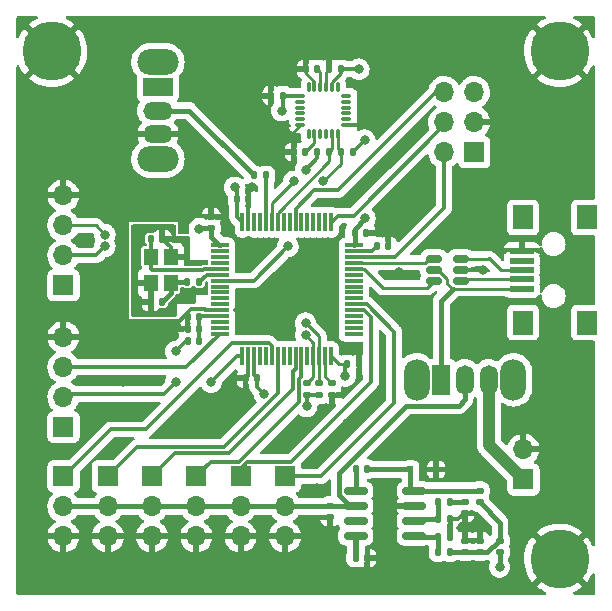
<source format=gtl>
%TF.GenerationSoftware,KiCad,Pcbnew,(6.0.5)*%
%TF.CreationDate,2022-06-08T19:33:45-04:00*%
%TF.ProjectId,FlightController,466c6967-6874-4436-9f6e-74726f6c6c65,rev?*%
%TF.SameCoordinates,Original*%
%TF.FileFunction,Copper,L1,Top*%
%TF.FilePolarity,Positive*%
%FSLAX46Y46*%
G04 Gerber Fmt 4.6, Leading zero omitted, Abs format (unit mm)*
G04 Created by KiCad (PCBNEW (6.0.5)) date 2022-06-08 19:33:45*
%MOMM*%
%LPD*%
G01*
G04 APERTURE LIST*
G04 Aperture macros list*
%AMRoundRect*
0 Rectangle with rounded corners*
0 $1 Rounding radius*
0 $2 $3 $4 $5 $6 $7 $8 $9 X,Y pos of 4 corners*
0 Add a 4 corners polygon primitive as box body*
4,1,4,$2,$3,$4,$5,$6,$7,$8,$9,$2,$3,0*
0 Add four circle primitives for the rounded corners*
1,1,$1+$1,$2,$3*
1,1,$1+$1,$4,$5*
1,1,$1+$1,$6,$7*
1,1,$1+$1,$8,$9*
0 Add four rect primitives between the rounded corners*
20,1,$1+$1,$2,$3,$4,$5,0*
20,1,$1+$1,$4,$5,$6,$7,0*
20,1,$1+$1,$6,$7,$8,$9,0*
20,1,$1+$1,$8,$9,$2,$3,0*%
G04 Aperture macros list end*
%TA.AperFunction,ComponentPad*%
%ADD10C,5.000000*%
%TD*%
%TA.AperFunction,ComponentPad*%
%ADD11R,1.700000X1.700000*%
%TD*%
%TA.AperFunction,ComponentPad*%
%ADD12O,1.700000X1.700000*%
%TD*%
%TA.AperFunction,SMDPad,CuDef*%
%ADD13RoundRect,0.140000X0.140000X0.170000X-0.140000X0.170000X-0.140000X-0.170000X0.140000X-0.170000X0*%
%TD*%
%TA.AperFunction,SMDPad,CuDef*%
%ADD14RoundRect,0.135000X-0.185000X0.135000X-0.185000X-0.135000X0.185000X-0.135000X0.185000X0.135000X0*%
%TD*%
%TA.AperFunction,SMDPad,CuDef*%
%ADD15RoundRect,0.147500X-0.147500X-0.172500X0.147500X-0.172500X0.147500X0.172500X-0.147500X0.172500X0*%
%TD*%
%TA.AperFunction,ComponentPad*%
%ADD16O,2.500000X1.500000*%
%TD*%
%TA.AperFunction,ComponentPad*%
%ADD17R,2.500000X1.500000*%
%TD*%
%TA.AperFunction,ComponentPad*%
%ADD18O,3.500000X2.200000*%
%TD*%
%TA.AperFunction,SMDPad,CuDef*%
%ADD19RoundRect,0.140000X-0.140000X-0.170000X0.140000X-0.170000X0.140000X0.170000X-0.140000X0.170000X0*%
%TD*%
%TA.AperFunction,SMDPad,CuDef*%
%ADD20RoundRect,0.135000X-0.135000X-0.185000X0.135000X-0.185000X0.135000X0.185000X-0.135000X0.185000X0*%
%TD*%
%TA.AperFunction,SMDPad,CuDef*%
%ADD21R,0.500000X0.500000*%
%TD*%
%TA.AperFunction,SMDPad,CuDef*%
%ADD22RoundRect,0.140000X-0.170000X0.140000X-0.170000X-0.140000X0.170000X-0.140000X0.170000X0.140000X0*%
%TD*%
%TA.AperFunction,SMDPad,CuDef*%
%ADD23RoundRect,0.150000X-0.825000X-0.150000X0.825000X-0.150000X0.825000X0.150000X-0.825000X0.150000X0*%
%TD*%
%TA.AperFunction,SMDPad,CuDef*%
%ADD24RoundRect,0.147500X-0.172500X0.147500X-0.172500X-0.147500X0.172500X-0.147500X0.172500X0.147500X0*%
%TD*%
%TA.AperFunction,SMDPad,CuDef*%
%ADD25RoundRect,0.140000X0.170000X-0.140000X0.170000X0.140000X-0.170000X0.140000X-0.170000X-0.140000X0*%
%TD*%
%TA.AperFunction,SMDPad,CuDef*%
%ADD26R,1.700000X2.000000*%
%TD*%
%TA.AperFunction,SMDPad,CuDef*%
%ADD27R,2.000000X0.500000*%
%TD*%
%TA.AperFunction,SMDPad,CuDef*%
%ADD28RoundRect,0.075000X-0.075000X0.350000X-0.075000X-0.350000X0.075000X-0.350000X0.075000X0.350000X0*%
%TD*%
%TA.AperFunction,SMDPad,CuDef*%
%ADD29RoundRect,0.075000X0.350000X0.075000X-0.350000X0.075000X-0.350000X-0.075000X0.350000X-0.075000X0*%
%TD*%
%TA.AperFunction,ComponentPad*%
%ADD30O,1.500000X2.500000*%
%TD*%
%TA.AperFunction,ComponentPad*%
%ADD31R,1.500000X2.500000*%
%TD*%
%TA.AperFunction,ComponentPad*%
%ADD32O,2.200000X3.500000*%
%TD*%
%TA.AperFunction,SMDPad,CuDef*%
%ADD33RoundRect,0.135000X0.135000X0.185000X-0.135000X0.185000X-0.135000X-0.185000X0.135000X-0.185000X0*%
%TD*%
%TA.AperFunction,SMDPad,CuDef*%
%ADD34RoundRect,0.075000X-0.700000X-0.075000X0.700000X-0.075000X0.700000X0.075000X-0.700000X0.075000X0*%
%TD*%
%TA.AperFunction,SMDPad,CuDef*%
%ADD35RoundRect,0.075000X-0.075000X-0.700000X0.075000X-0.700000X0.075000X0.700000X-0.075000X0.700000X0*%
%TD*%
%TA.AperFunction,SMDPad,CuDef*%
%ADD36RoundRect,0.150000X0.512500X0.150000X-0.512500X0.150000X-0.512500X-0.150000X0.512500X-0.150000X0*%
%TD*%
%TA.AperFunction,SMDPad,CuDef*%
%ADD37R,1.200000X1.400000*%
%TD*%
%TA.AperFunction,ViaPad*%
%ADD38C,0.800000*%
%TD*%
%TA.AperFunction,Conductor*%
%ADD39C,0.400000*%
%TD*%
%TA.AperFunction,Conductor*%
%ADD40C,1.000000*%
%TD*%
%TA.AperFunction,Conductor*%
%ADD41C,0.300000*%
%TD*%
%TA.AperFunction,Conductor*%
%ADD42C,0.250000*%
%TD*%
%TA.AperFunction,Conductor*%
%ADD43C,0.500000*%
%TD*%
G04 APERTURE END LIST*
D10*
%TO.P,H3,1,1*%
%TO.N,GND*%
X165480000Y-78360000D03*
%TD*%
%TO.P,H2,1,1*%
%TO.N,GND*%
X122480000Y-78360000D03*
%TD*%
%TO.P,H1,1,1*%
%TO.N,GND*%
X165480000Y-121360000D03*
%TD*%
D11*
%TO.P,J1,1,Pin_1*%
%TO.N,PDB_REG_5v*%
X162425000Y-114600000D03*
D12*
%TO.P,J1,2,Pin_2*%
%TO.N,GND*%
X162425000Y-112060000D03*
%TD*%
D13*
%TO.P,C17,2*%
%TO.N,GND*%
X134000000Y-101860000D03*
%TO.P,C17,1*%
%TO.N,+3.3VA*%
X134960000Y-101860000D03*
%TD*%
%TO.P,C24,2*%
%TO.N,GND*%
X143000000Y-86860000D03*
%TO.P,C24,1*%
%TO.N,Net-(C24-Pad1)*%
X143960000Y-86860000D03*
%TD*%
D14*
%TO.P,R8,2*%
%TO.N,+3V3*%
X144094333Y-107462348D03*
%TO.P,R8,1*%
%TO.N,S_I2C2_SCL*%
X144094333Y-106442348D03*
%TD*%
D11*
%TO.P,J8,1,Pin_1*%
%TO.N,S_TIM3_CH4*%
X134730000Y-114335000D03*
D12*
%TO.P,J8,2,Pin_2*%
%TO.N,+5V*%
X134730000Y-116875000D03*
%TO.P,J8,3,Pin_3*%
%TO.N,GND*%
X134730000Y-119415000D03*
%TD*%
%TO.P,J11,4,Pin_4*%
%TO.N,GND*%
X123480000Y-90540000D03*
%TO.P,J11,3,Pin_3*%
%TO.N,S_I2C2_SDA*%
X123480000Y-93080000D03*
%TO.P,J11,2,Pin_2*%
%TO.N,S_I2C2_SCL*%
X123480000Y-95620000D03*
D11*
%TO.P,J11,1,Pin_1*%
%TO.N,+3V3*%
X123480000Y-98160000D03*
%TD*%
D15*
%TO.P,L2,2*%
%TO.N,+3.3VA*%
X134980000Y-102860000D03*
%TO.P,L2,1*%
%TO.N,+3V3*%
X134010000Y-102860000D03*
%TD*%
D16*
%TO.P,SW1,3,C*%
%TO.N,GND*%
X131480000Y-85360000D03*
%TO.P,SW1,2,B*%
%TO.N,Net-(R3-Pad2)*%
X131480000Y-83360000D03*
D17*
%TO.P,SW1,1,A*%
%TO.N,+3V3*%
X131480000Y-81360000D03*
D18*
%TO.P,SW1,*%
%TO.N,*%
X131480000Y-79260000D03*
X131480000Y-87460000D03*
%TD*%
D19*
%TO.P,C14,2*%
%TO.N,GND*%
X139132867Y-90860000D03*
%TO.P,C14,1*%
%TO.N,+3V3*%
X138172867Y-90860000D03*
%TD*%
D20*
%TO.P,R7,2*%
%TO.N,GND*%
X156201936Y-119475527D03*
%TO.P,R7,1*%
%TO.N,Net-(R2-Pad2)*%
X155181936Y-119475527D03*
%TD*%
D19*
%TO.P,C5,2*%
%TO.N,Net-(C5-Pad2)*%
X149171936Y-113725527D03*
%TO.P,C5,1*%
%TO.N,Net-(C5-Pad1)*%
X148211936Y-113725527D03*
%TD*%
D21*
%TO.P,D1,2,A*%
%TO.N,GND*%
X155041936Y-113750000D03*
%TO.P,D1,1,K*%
%TO.N,Net-(C5-Pad2)*%
X152841936Y-113750000D03*
%TD*%
D22*
%TO.P,C10,2*%
%TO.N,GND*%
X146194598Y-107412267D03*
%TO.P,C10,1*%
%TO.N,Net-(C10-Pad1)*%
X146194598Y-106452267D03*
%TD*%
D12*
%TO.P,J4,4,Pin_4*%
%TO.N,GND*%
X123480000Y-102540000D03*
%TO.P,J4,3,Pin_3*%
%TO.N,S_USART2_TX*%
X123480000Y-105080000D03*
%TO.P,J4,2,Pin_2*%
%TO.N,S_USART2_RX*%
X123480000Y-107620000D03*
D11*
%TO.P,J4,1,Pin_1*%
%TO.N,+3V3*%
X123480000Y-110160000D03*
%TD*%
D14*
%TO.P,R9,2*%
%TO.N,+3V3*%
X145094333Y-107462348D03*
%TO.P,R9,1*%
%TO.N,S_I2C2_SDA*%
X145094333Y-106442348D03*
%TD*%
D22*
%TO.P,C3,2*%
%TO.N,GND*%
X157441936Y-117455527D03*
%TO.P,C3,1*%
%TO.N,Net-(C3-Pad1)*%
X157441936Y-116495527D03*
%TD*%
D19*
%TO.P,C21,2*%
%TO.N,+3V3*%
X146960000Y-79860000D03*
%TO.P,C21,1*%
%TO.N,GND*%
X146000000Y-79860000D03*
%TD*%
D13*
%TO.P,C16,2*%
%TO.N,GND*%
X134000000Y-100860000D03*
%TO.P,C16,1*%
%TO.N,+3.3VA*%
X134960000Y-100860000D03*
%TD*%
D19*
%TO.P,C4,2*%
%TO.N,GND*%
X149171936Y-121225527D03*
%TO.P,C4,1*%
%TO.N,Net-(C4-Pad1)*%
X148211936Y-121225527D03*
%TD*%
%TO.P,C22,2*%
%TO.N,+3V3*%
X142042228Y-82091091D03*
%TO.P,C22,1*%
%TO.N,GND*%
X141082228Y-82091091D03*
%TD*%
D23*
%TO.P,U3,8,PH*%
%TO.N,Net-(C5-Pad2)*%
X153166936Y-115570527D03*
%TO.P,U3,7,GND*%
%TO.N,GND*%
X153166936Y-116840527D03*
%TO.P,U3,6,COMP*%
%TO.N,Net-(C2-Pad1)*%
X153166936Y-118110527D03*
%TO.P,U3,5,VSENSE*%
%TO.N,Net-(R2-Pad2)*%
X153166936Y-119380527D03*
%TO.P,U3,4,SS*%
%TO.N,Net-(C4-Pad1)*%
X148216936Y-119380527D03*
%TO.P,U3,3,EN*%
%TO.N,unconnected-(U3-Pad3)*%
X148216936Y-118110527D03*
%TO.P,U3,2,VIN*%
%TO.N,+5V*%
X148216936Y-116840527D03*
%TO.P,U3,1,BOOT*%
%TO.N,Net-(C5-Pad1)*%
X148216936Y-115570527D03*
%TD*%
D24*
%TO.P,L1,2*%
%TO.N,Net-(C15-Pad1)*%
X158721414Y-116526017D03*
%TO.P,L1,1*%
%TO.N,Net-(C5-Pad2)*%
X158721414Y-115556017D03*
%TD*%
D11*
%TO.P,J7,1,Pin_1*%
%TO.N,S_TIM3_CH3*%
X130980000Y-114335000D03*
D12*
%TO.P,J7,2,Pin_2*%
%TO.N,+5V*%
X130980000Y-116875000D03*
%TO.P,J7,3,Pin_3*%
%TO.N,GND*%
X130980000Y-119415000D03*
%TD*%
D13*
%TO.P,C9,2*%
%TO.N,GND*%
X138925207Y-106043876D03*
%TO.P,C9,1*%
%TO.N,+3V3*%
X139885207Y-106043876D03*
%TD*%
D25*
%TO.P,C15,2*%
%TO.N,GND*%
X157491157Y-119770554D03*
%TO.P,C15,1*%
%TO.N,Net-(C15-Pad1)*%
X157491157Y-120730554D03*
%TD*%
D26*
%TO.P,J2,6,Shield*%
%TO.N,unconnected-(J2-Pad6)*%
X162380000Y-101310000D03*
X162380000Y-92410000D03*
X167830000Y-101310000D03*
X167830000Y-92410000D03*
D27*
%TO.P,J2,5,GND*%
%TO.N,GND*%
X162280000Y-95260000D03*
%TO.P,J2,4,ID*%
%TO.N,unconnected-(J2-Pad4)*%
X162280000Y-96060000D03*
%TO.P,J2,3,D+*%
%TO.N,USB_CONN_DP*%
X162280000Y-96860000D03*
%TO.P,J2,2,D-*%
%TO.N,USB_CONN_DM*%
X162280000Y-97660000D03*
%TO.P,J2,1,VBUS*%
%TO.N,USB_5v*%
X162280000Y-98460000D03*
%TD*%
D25*
%TO.P,C8,2*%
%TO.N,GND*%
X135980000Y-92380000D03*
%TO.P,C8,1*%
%TO.N,+3V3*%
X135980000Y-93340000D03*
%TD*%
D28*
%TO.P,U2,24,SDA*%
%TO.N,S_I2C1_SDA*%
X146730000Y-85310000D03*
%TO.P,U2,23,SCL*%
%TO.N,S_I2C1_SCL*%
X146230000Y-85310000D03*
%TO.P,U2,22,NC*%
%TO.N,unconnected-(U2-Pad22)*%
X145730000Y-85310000D03*
%TO.P,U2,21,NC*%
%TO.N,unconnected-(U2-Pad21)*%
X145230000Y-85310000D03*
%TO.P,U2,20,CPOUT*%
%TO.N,Net-(C24-Pad1)*%
X144730000Y-85310000D03*
%TO.P,U2,19,NC*%
%TO.N,unconnected-(U2-Pad19)*%
X144230000Y-85310000D03*
D29*
%TO.P,U2,18,GND*%
%TO.N,GND*%
X143530000Y-84610000D03*
%TO.P,U2,17,NC*%
%TO.N,unconnected-(U2-Pad17)*%
X143530000Y-84110000D03*
%TO.P,U2,16,NC*%
%TO.N,unconnected-(U2-Pad16)*%
X143530000Y-83610000D03*
%TO.P,U2,15,NC*%
%TO.N,unconnected-(U2-Pad15)*%
X143530000Y-83110000D03*
%TO.P,U2,14,NC*%
%TO.N,unconnected-(U2-Pad14)*%
X143530000Y-82610000D03*
%TO.P,U2,13,VDD*%
%TO.N,+3V3*%
X143530000Y-82110000D03*
D28*
%TO.P,U2,12,INT*%
%TO.N,unconnected-(U2-Pad12)*%
X144230000Y-81410000D03*
%TO.P,U2,11,FSYNC*%
%TO.N,GND*%
X144730000Y-81410000D03*
%TO.P,U2,10,REGOUT*%
%TO.N,Net-(C23-Pad2)*%
X145230000Y-81410000D03*
%TO.P,U2,9,AD0*%
%TO.N,GND*%
X145730000Y-81410000D03*
%TO.P,U2,8,VDDIO*%
%TO.N,+3V3*%
X146230000Y-81410000D03*
%TO.P,U2,7,AUX_SCL*%
%TO.N,unconnected-(U2-Pad7)*%
X146730000Y-81410000D03*
D29*
%TO.P,U2,6,AUX_SDA*%
%TO.N,unconnected-(U2-Pad6)*%
X147430000Y-82110000D03*
%TO.P,U2,5,NC*%
%TO.N,unconnected-(U2-Pad5)*%
X147430000Y-82610000D03*
%TO.P,U2,4,NC*%
%TO.N,unconnected-(U2-Pad4)*%
X147430000Y-83110000D03*
%TO.P,U2,3,NC*%
%TO.N,unconnected-(U2-Pad3)*%
X147430000Y-83610000D03*
%TO.P,U2,2,NC*%
%TO.N,unconnected-(U2-Pad2)*%
X147430000Y-84110000D03*
%TO.P,U2,1,CLKIN*%
%TO.N,GND*%
X147430000Y-84610000D03*
%TD*%
D20*
%TO.P,R6,2*%
%TO.N,+3V3*%
X147990000Y-86860000D03*
%TO.P,R6,1*%
%TO.N,S_I2C1_SDA*%
X146970000Y-86860000D03*
%TD*%
D30*
%TO.P,SW2,3,C*%
%TO.N,PDB_REG_5v*%
X159480000Y-106157500D03*
%TO.P,SW2,2,B*%
%TO.N,+5V*%
X157480000Y-106157500D03*
D31*
%TO.P,SW2,1,A*%
%TO.N,USB_5v*%
X155480000Y-106157500D03*
D32*
%TO.P,SW2,*%
%TO.N,*%
X153380000Y-106157500D03*
X161580000Y-106157500D03*
%TD*%
D25*
%TO.P,C18,2*%
%TO.N,GND*%
X158743383Y-119770554D03*
%TO.P,C18,1*%
%TO.N,Net-(C15-Pad1)*%
X158743383Y-120730554D03*
%TD*%
D19*
%TO.P,C2,2*%
%TO.N,GND*%
X156171936Y-117975527D03*
%TO.P,C2,1*%
%TO.N,Net-(C2-Pad1)*%
X155211936Y-117975527D03*
%TD*%
D24*
%TO.P,F1,2*%
%TO.N,+3V3*%
X160441936Y-120746538D03*
%TO.P,F1,1*%
%TO.N,Net-(C15-Pad1)*%
X160441936Y-119776538D03*
%TD*%
D19*
%TO.P,C11,2*%
%TO.N,GND*%
X148460000Y-104860000D03*
%TO.P,C11,1*%
%TO.N,+3V3*%
X147500000Y-104860000D03*
%TD*%
%TO.P,C6,2*%
%TO.N,GND*%
X131843061Y-94213999D03*
%TO.P,C6,1*%
%TO.N,S_HSE_IN*%
X130883061Y-94213999D03*
%TD*%
D33*
%TO.P,R5,2*%
%TO.N,+3V3*%
X144960000Y-86860000D03*
%TO.P,R5,1*%
%TO.N,S_I2C1_SCL*%
X145980000Y-86860000D03*
%TD*%
D22*
%TO.P,C1,2*%
%TO.N,GND*%
X146016872Y-117773771D03*
%TO.P,C1,1*%
%TO.N,+5V*%
X146016872Y-116813771D03*
%TD*%
D19*
%TO.P,C12,2*%
%TO.N,GND*%
X150960000Y-94860000D03*
%TO.P,C12,1*%
%TO.N,Net-(C12-Pad1)*%
X150000000Y-94860000D03*
%TD*%
D11*
%TO.P,J5,1,Pin_1*%
%TO.N,S_TIM3_CH1*%
X123480000Y-114335000D03*
D12*
%TO.P,J5,2,Pin_2*%
%TO.N,+5V*%
X123480000Y-116875000D03*
%TO.P,J5,3,Pin_3*%
%TO.N,GND*%
X123480000Y-119415000D03*
%TD*%
%TO.P,J10,3,Pin_3*%
%TO.N,GND*%
X142230000Y-119415000D03*
%TO.P,J10,2,Pin_2*%
%TO.N,+5V*%
X142230000Y-116875000D03*
D11*
%TO.P,J10,1,Pin_1*%
%TO.N,S_TIM8_CH2*%
X142230000Y-114335000D03*
%TD*%
D12*
%TO.P,J9,3,Pin_3*%
%TO.N,GND*%
X138480000Y-119415000D03*
%TO.P,J9,2,Pin_2*%
%TO.N,+5V*%
X138480000Y-116875000D03*
D11*
%TO.P,J9,1,Pin_1*%
%TO.N,S_TIM8_CH1*%
X138480000Y-114335000D03*
%TD*%
D34*
%TO.P,U1,1,VBAT*%
%TO.N,+3V3*%
X136705000Y-94760000D03*
%TO.P,U1,2,PC13*%
%TO.N,unconnected-(U1-Pad2)*%
X136705000Y-95260000D03*
%TO.P,U1,3,PC14*%
%TO.N,unconnected-(U1-Pad3)*%
X136705000Y-95760000D03*
%TO.P,U1,4,PC15*%
%TO.N,unconnected-(U1-Pad4)*%
X136705000Y-96260000D03*
%TO.P,U1,5,PH0*%
%TO.N,S_HSE_IN*%
X136705000Y-96760000D03*
%TO.P,U1,6,PH1*%
%TO.N,S_HSE_OUT*%
X136705000Y-97260000D03*
%TO.P,U1,7,NRST*%
%TO.N,S_NRST*%
X136705000Y-97760000D03*
%TO.P,U1,8,PC0*%
%TO.N,unconnected-(U1-Pad8)*%
X136705000Y-98260000D03*
%TO.P,U1,9,PC1*%
%TO.N,unconnected-(U1-Pad9)*%
X136705000Y-98760000D03*
%TO.P,U1,10,PC2*%
%TO.N,unconnected-(U1-Pad10)*%
X136705000Y-99260000D03*
%TO.P,U1,11,PC3*%
%TO.N,unconnected-(U1-Pad11)*%
X136705000Y-99760000D03*
%TO.P,U1,12,VSSA*%
%TO.N,GND*%
X136705000Y-100260000D03*
%TO.P,U1,13,VDDA*%
%TO.N,+3.3VA*%
X136705000Y-100760000D03*
%TO.P,U1,14,PA0*%
%TO.N,unconnected-(U1-Pad14)*%
X136705000Y-101260000D03*
%TO.P,U1,15,PA1*%
%TO.N,unconnected-(U1-Pad15)*%
X136705000Y-101760000D03*
%TO.P,U1,16,PA2*%
%TO.N,S_USART2_TX*%
X136705000Y-102260000D03*
D35*
%TO.P,U1,17,PA3*%
%TO.N,S_USART2_RX*%
X138630000Y-104185000D03*
%TO.P,U1,18,VSS*%
%TO.N,GND*%
X139130000Y-104185000D03*
%TO.P,U1,19,VDD*%
%TO.N,+3V3*%
X139630000Y-104185000D03*
%TO.P,U1,20,PA4*%
%TO.N,unconnected-(U1-Pad20)*%
X140130000Y-104185000D03*
%TO.P,U1,21,PA5*%
%TO.N,unconnected-(U1-Pad21)*%
X140630000Y-104185000D03*
%TO.P,U1,22,PA6*%
%TO.N,S_TIM3_CH1*%
X141130000Y-104185000D03*
%TO.P,U1,23,PA7*%
%TO.N,S_TIM3_CH2*%
X141630000Y-104185000D03*
%TO.P,U1,24,PC4*%
%TO.N,unconnected-(U1-Pad24)*%
X142130000Y-104185000D03*
%TO.P,U1,25,PC5*%
%TO.N,unconnected-(U1-Pad25)*%
X142630000Y-104185000D03*
%TO.P,U1,26,PB0*%
%TO.N,S_TIM3_CH3*%
X143130000Y-104185000D03*
%TO.P,U1,27,PB1*%
%TO.N,S_TIM3_CH4*%
X143630000Y-104185000D03*
%TO.P,U1,28,PB2*%
%TO.N,unconnected-(U1-Pad28)*%
X144130000Y-104185000D03*
%TO.P,U1,29,PB10*%
%TO.N,S_I2C2_SCL*%
X144630000Y-104185000D03*
%TO.P,U1,30,PB11*%
%TO.N,S_I2C2_SDA*%
X145130000Y-104185000D03*
%TO.P,U1,31,VCAP_1*%
%TO.N,Net-(C10-Pad1)*%
X145630000Y-104185000D03*
%TO.P,U1,32,VDD*%
%TO.N,+3V3*%
X146130000Y-104185000D03*
D34*
%TO.P,U1,33,PB12*%
%TO.N,unconnected-(U1-Pad33)*%
X148055000Y-102260000D03*
%TO.P,U1,34,PB13*%
%TO.N,unconnected-(U1-Pad34)*%
X148055000Y-101760000D03*
%TO.P,U1,35,PB14*%
%TO.N,unconnected-(U1-Pad35)*%
X148055000Y-101260000D03*
%TO.P,U1,36,PB15*%
%TO.N,unconnected-(U1-Pad36)*%
X148055000Y-100760000D03*
%TO.P,U1,37,PC6*%
%TO.N,S_TIM8_CH1*%
X148055000Y-100260000D03*
%TO.P,U1,38,PC7*%
%TO.N,S_TIM8_CH2*%
X148055000Y-99760000D03*
%TO.P,U1,39,PC8*%
%TO.N,unconnected-(U1-Pad39)*%
X148055000Y-99260000D03*
%TO.P,U1,40,PC9*%
%TO.N,unconnected-(U1-Pad40)*%
X148055000Y-98760000D03*
%TO.P,U1,41,PA8*%
%TO.N,unconnected-(U1-Pad41)*%
X148055000Y-98260000D03*
%TO.P,U1,42,PA9*%
%TO.N,unconnected-(U1-Pad42)*%
X148055000Y-97760000D03*
%TO.P,U1,43,PA10*%
%TO.N,unconnected-(U1-Pad43)*%
X148055000Y-97260000D03*
%TO.P,U1,44,PA11*%
%TO.N,S_USB_DM*%
X148055000Y-96760000D03*
%TO.P,U1,45,PA12*%
%TO.N,S_USB_DP*%
X148055000Y-96260000D03*
%TO.P,U1,46,PA13*%
%TO.N,S_SWDIO*%
X148055000Y-95760000D03*
%TO.P,U1,47,VCAP_2*%
%TO.N,Net-(C12-Pad1)*%
X148055000Y-95260000D03*
%TO.P,U1,48,VDD*%
%TO.N,+3V3*%
X148055000Y-94760000D03*
D35*
%TO.P,U1,49,PA14*%
%TO.N,S_SWCLK*%
X146130000Y-92835000D03*
%TO.P,U1,50,PA15*%
%TO.N,unconnected-(U1-Pad50)*%
X145630000Y-92835000D03*
%TO.P,U1,51,PC10*%
%TO.N,unconnected-(U1-Pad51)*%
X145130000Y-92835000D03*
%TO.P,U1,52,PC11*%
%TO.N,unconnected-(U1-Pad52)*%
X144630000Y-92835000D03*
%TO.P,U1,53,PC12*%
%TO.N,unconnected-(U1-Pad53)*%
X144130000Y-92835000D03*
%TO.P,U1,54,PD2*%
%TO.N,unconnected-(U1-Pad54)*%
X143630000Y-92835000D03*
%TO.P,U1,55,PB3*%
%TO.N,S_SWO*%
X143130000Y-92835000D03*
%TO.P,U1,56,PB4*%
%TO.N,unconnected-(U1-Pad56)*%
X142630000Y-92835000D03*
%TO.P,U1,57,PB5*%
%TO.N,unconnected-(U1-Pad57)*%
X142130000Y-92835000D03*
%TO.P,U1,58,PB6*%
%TO.N,S_I2C1_SCL*%
X141630000Y-92835000D03*
%TO.P,U1,59,PB7*%
%TO.N,S_I2C1_SDA*%
X141130000Y-92835000D03*
%TO.P,U1,60,BOOT0*%
%TO.N,S_BOOT0*%
X140630000Y-92835000D03*
%TO.P,U1,61,PB8*%
%TO.N,unconnected-(U1-Pad61)*%
X140130000Y-92835000D03*
%TO.P,U1,62,PB9*%
%TO.N,unconnected-(U1-Pad62)*%
X139630000Y-92835000D03*
%TO.P,U1,63,VSS*%
%TO.N,GND*%
X139130000Y-92835000D03*
%TO.P,U1,64,VDD*%
%TO.N,+3V3*%
X138630000Y-92835000D03*
%TD*%
D19*
%TO.P,C13,2*%
%TO.N,GND*%
X149080000Y-93700000D03*
%TO.P,C13,1*%
%TO.N,+3V3*%
X148120000Y-93700000D03*
%TD*%
D13*
%TO.P,C7,2*%
%TO.N,GND*%
X130883061Y-99574404D03*
%TO.P,C7,1*%
%TO.N,Net-(C7-Pad1)*%
X131843061Y-99574404D03*
%TD*%
D33*
%TO.P,R2,2*%
%TO.N,Net-(R2-Pad2)*%
X155181936Y-120725527D03*
%TO.P,R2,1*%
%TO.N,Net-(C15-Pad1)*%
X156201936Y-120725527D03*
%TD*%
D11*
%TO.P,J6,1,Pin_1*%
%TO.N,S_TIM3_CH2*%
X127230000Y-114335000D03*
D12*
%TO.P,J6,2,Pin_2*%
%TO.N,+5V*%
X127230000Y-116875000D03*
%TO.P,J6,3,Pin_3*%
%TO.N,GND*%
X127230000Y-119415000D03*
%TD*%
D19*
%TO.P,C23,2*%
%TO.N,Net-(C23-Pad2)*%
X144960000Y-79860000D03*
%TO.P,C23,1*%
%TO.N,GND*%
X144000000Y-79860000D03*
%TD*%
D33*
%TO.P,R3,2*%
%TO.N,Net-(R3-Pad2)*%
X139619726Y-88857033D03*
%TO.P,R3,1*%
%TO.N,S_BOOT0*%
X140639726Y-88857033D03*
%TD*%
D20*
%TO.P,R1,2*%
%TO.N,Net-(C3-Pad1)*%
X156201936Y-116475527D03*
%TO.P,R1,1*%
%TO.N,Net-(C2-Pad1)*%
X155181936Y-116475527D03*
%TD*%
D36*
%TO.P,U4,6,I/O1*%
%TO.N,S_USB_DM*%
X154842500Y-97810000D03*
%TO.P,U4,5,VBUS*%
%TO.N,USB_5v*%
X154842500Y-96860000D03*
%TO.P,U4,4,I/O2*%
%TO.N,S_USB_DP*%
X154842500Y-95910000D03*
%TO.P,U4,3,I/O2*%
%TO.N,USB_CONN_DP*%
X157117500Y-95910000D03*
%TO.P,U4,2,GND*%
%TO.N,GND*%
X157117500Y-96860000D03*
%TO.P,U4,1,I/O1*%
%TO.N,USB_CONN_DM*%
X157117500Y-97810000D03*
%TD*%
D37*
%TO.P,Y1,4,4*%
%TO.N,GND*%
X132580000Y-95760000D03*
%TO.P,Y1,3,3*%
%TO.N,Net-(C7-Pad1)*%
X132580000Y-97960000D03*
%TO.P,Y1,2,2*%
%TO.N,GND*%
X130880000Y-97960000D03*
%TO.P,Y1,1,1*%
%TO.N,S_HSE_IN*%
X130880000Y-95760000D03*
%TD*%
D33*
%TO.P,R4,2*%
%TO.N,Net-(C7-Pad1)*%
X133970000Y-97860000D03*
%TO.P,R4,1*%
%TO.N,S_HSE_OUT*%
X134990000Y-97860000D03*
%TD*%
D12*
%TO.P,J3,6,Pin_6*%
%TO.N,S_SWO*%
X155715000Y-81805000D03*
%TO.P,J3,5,Pin_5*%
%TO.N,S_NRST*%
X158255000Y-81805000D03*
%TO.P,J3,4,Pin_4*%
%TO.N,S_SWCLK*%
X155715000Y-84345000D03*
%TO.P,J3,3,Pin_3*%
%TO.N,GND*%
X158255000Y-84345000D03*
%TO.P,J3,2,Pin_2*%
%TO.N,S_SWDIO*%
X155715000Y-86885000D03*
D11*
%TO.P,J3,1,Pin_1*%
%TO.N,+3V3*%
X158255000Y-86885000D03*
%TD*%
D38*
%TO.N,GND*%
X129900000Y-99600000D03*
X127980000Y-111860000D03*
X128480000Y-106360000D03*
X144980000Y-115360000D03*
X125244256Y-94297593D03*
X150700000Y-87700000D03*
X147525513Y-109795027D03*
X158980000Y-96860000D03*
X152800000Y-91000000D03*
X144480000Y-96860000D03*
%TO.N,+3V3*%
X149000000Y-92500000D03*
X148980000Y-85860000D03*
%TO.N,GND*%
X148980000Y-84360000D03*
%TO.N,+3V3*%
X148480000Y-79860000D03*
X141980000Y-83360000D03*
X143980000Y-88360000D03*
%TO.N,S_NRST*%
X142480000Y-94860000D03*
%TO.N,S_I2C2_SCL*%
X126980000Y-94860000D03*
%TO.N,S_I2C2_SDA*%
X126980000Y-93860000D03*
X143980000Y-101360000D03*
%TO.N,S_I2C2_SCL*%
X143980000Y-102360000D03*
%TO.N,+3V3*%
X147341036Y-105836912D03*
X144067913Y-108412621D03*
%TO.N,S_USART2_RX*%
X132980000Y-106360000D03*
X135980000Y-106360000D03*
%TO.N,+3V3*%
X133000000Y-103750000D03*
%TO.N,GND*%
X133000000Y-101500000D03*
X151880000Y-97060000D03*
X153080000Y-100960000D03*
X158600000Y-118400000D03*
%TO.N,S_I2C1_SDA*%
X142980000Y-89360000D03*
X145480000Y-89360000D03*
%TO.N,GND*%
X138480000Y-107360000D03*
X135980000Y-91360000D03*
X139480000Y-89860000D03*
%TO.N,+3V3*%
X137980000Y-89860000D03*
X134980000Y-93360000D03*
X160400000Y-122000000D03*
X140480000Y-107360000D03*
%TD*%
D39*
%TO.N,Net-(C15-Pad1)*%
X160441936Y-118241936D02*
X160441936Y-119776538D01*
X158726017Y-116526017D02*
X160441936Y-118241936D01*
X158721414Y-116526017D02*
X158726017Y-116526017D01*
%TO.N,+3V3*%
X160400000Y-120788474D02*
X160441936Y-120746538D01*
X160400000Y-122000000D02*
X160400000Y-120788474D01*
%TO.N,GND*%
X130857465Y-99600000D02*
X130883061Y-99574404D01*
X129900000Y-99600000D02*
X130857465Y-99600000D01*
%TO.N,+3V3*%
X148104520Y-94710480D02*
X148055000Y-94710480D01*
X148120000Y-94695000D02*
X148104520Y-94710480D01*
X148120000Y-93700000D02*
X148120000Y-94695000D01*
X148120000Y-93380000D02*
X148120000Y-93700000D01*
X149000000Y-92500000D02*
X148120000Y-93380000D01*
%TO.N,Net-(C5-Pad2)*%
X149196409Y-113750000D02*
X149171936Y-113725527D01*
X152841936Y-113750000D02*
X149196409Y-113750000D01*
X152841936Y-115245527D02*
X153166936Y-115570527D01*
X152841936Y-113750000D02*
X152841936Y-115245527D01*
%TO.N,USB_5v*%
X155480000Y-99463448D02*
X156433928Y-98509520D01*
X155480000Y-106157500D02*
X155480000Y-99463448D01*
D40*
%TO.N,PDB_REG_5v*%
X159480000Y-111655000D02*
X162425000Y-114600000D01*
X159480000Y-106157500D02*
X159480000Y-111655000D01*
D41*
%TO.N,S_I2C2_SCL*%
X126980000Y-94860000D02*
X126220000Y-95620000D01*
X126220000Y-95620000D02*
X123480000Y-95620000D01*
D42*
%TO.N,S_I2C2_SDA*%
X126980000Y-93860000D02*
X126200000Y-93080000D01*
X126200000Y-93080000D02*
X123480000Y-93080000D01*
D41*
%TO.N,+3V3*%
X133890000Y-102860000D02*
X133000000Y-103750000D01*
X134010000Y-102860000D02*
X133890000Y-102860000D01*
%TO.N,GND*%
X135479520Y-100260000D02*
X136705000Y-100260000D01*
X134000000Y-100860000D02*
X133640000Y-100860000D01*
X135420000Y-100200480D02*
X135479520Y-100260000D01*
X134299520Y-100200480D02*
X135420000Y-100200480D01*
X133000000Y-101500000D02*
X134299520Y-100200480D01*
X133640000Y-100860000D02*
X133000000Y-101500000D01*
%TO.N,S_TIM3_CH2*%
X129705000Y-111860000D02*
X137039970Y-111860000D01*
X137039970Y-111860000D02*
X141630000Y-107269970D01*
X141630000Y-107269970D02*
X141630000Y-104185000D01*
X127230000Y-114335000D02*
X129705000Y-111860000D01*
%TO.N,S_TIM3_CH1*%
X123505000Y-114335000D02*
X123480000Y-114335000D01*
X137779520Y-103060480D02*
X130480000Y-110360000D01*
X140880841Y-103060480D02*
X137779520Y-103060480D01*
X130480000Y-110360000D02*
X127480000Y-110360000D01*
X141130000Y-103309639D02*
X140880841Y-103060480D01*
X141130000Y-104185000D02*
X141130000Y-103309639D01*
X127480000Y-110360000D02*
X123505000Y-114335000D01*
%TO.N,S_TIM3_CH3*%
X142925293Y-106914707D02*
X142925293Y-105414707D01*
X137480000Y-112360000D02*
X142925293Y-106914707D01*
X132955000Y-112360000D02*
X137480000Y-112360000D01*
X130980000Y-114335000D02*
X132955000Y-112360000D01*
X142925293Y-105414707D02*
X143130000Y-105210000D01*
X143130000Y-105210000D02*
X143130000Y-104185000D01*
%TO.N,S_SWO*%
X144730489Y-90109511D02*
X143130000Y-91710000D01*
X143130000Y-91710000D02*
X143130000Y-92835000D01*
X146730489Y-90109511D02*
X144730489Y-90109511D01*
X155035000Y-81805000D02*
X146730489Y-90109511D01*
X155715000Y-81805000D02*
X155035000Y-81805000D01*
%TO.N,S_SWCLK*%
X148089520Y-92250480D02*
X146739040Y-92250480D01*
X155715000Y-84625000D02*
X148089520Y-92250480D01*
X146739040Y-92250480D02*
X146129520Y-92860000D01*
X155715000Y-84345000D02*
X155715000Y-84625000D01*
D42*
%TO.N,S_USB_DM*%
X148895006Y-96760000D02*
X148055000Y-96760000D01*
X154292500Y-98360000D02*
X150495006Y-98360000D01*
X154842500Y-97810000D02*
X154292500Y-98360000D01*
X150495006Y-98360000D02*
X148895006Y-96760000D01*
D41*
%TO.N,S_USART2_RX*%
X123740000Y-107360000D02*
X123480000Y-107620000D01*
X131980000Y-107360000D02*
X123740000Y-107360000D01*
X132980000Y-106360000D02*
X131980000Y-107360000D01*
%TO.N,S_TIM8_CH2*%
X145255000Y-114335000D02*
X142230000Y-114335000D01*
X151480000Y-102103212D02*
X151480000Y-108110000D01*
X149137268Y-99760480D02*
X151480000Y-102103212D01*
X148055000Y-99760000D02*
X148055480Y-99760480D01*
X148055480Y-99760480D02*
X149137268Y-99760480D01*
X151480000Y-108110000D02*
X145255000Y-114335000D01*
D43*
%TO.N,Net-(C4-Pad1)*%
X148211936Y-119385527D02*
X148216936Y-119380527D01*
X148211936Y-121225527D02*
X148211936Y-119385527D01*
D42*
%TO.N,USB_CONN_DP*%
X159430000Y-95910000D02*
X157117500Y-95910000D01*
X159480000Y-95860000D02*
X159430000Y-95910000D01*
X160480000Y-96860000D02*
X159480000Y-95860000D01*
X162280000Y-96860000D02*
X160480000Y-96860000D01*
D41*
%TO.N,S_BOOT0*%
X140630000Y-88866759D02*
X140639726Y-88857033D01*
X140630000Y-92835000D02*
X140630000Y-88866759D01*
%TO.N,Net-(C12-Pad1)*%
X149600000Y-95260000D02*
X150000000Y-94860000D01*
X148055000Y-95260000D02*
X149600000Y-95260000D01*
%TO.N,S_SWDIO*%
X151580000Y-95760000D02*
X155715000Y-91625000D01*
X148055000Y-95760000D02*
X151580000Y-95760000D01*
X155715000Y-91625000D02*
X155715000Y-86885000D01*
%TO.N,+3V3*%
X148980000Y-85870000D02*
X147990000Y-86860000D01*
X148980000Y-85860000D02*
X148980000Y-85870000D01*
%TO.N,GND*%
X148730000Y-84610000D02*
X147430000Y-84610000D01*
X148980000Y-84360000D02*
X148730000Y-84610000D01*
%TO.N,+3V3*%
X148480000Y-79860000D02*
X146960000Y-79860000D01*
X142042228Y-83297772D02*
X141980000Y-83360000D01*
X142042228Y-82091091D02*
X142042228Y-83297772D01*
X144960000Y-87380000D02*
X144960000Y-86860000D01*
X143980000Y-88360000D02*
X144960000Y-87380000D01*
X143530000Y-82110000D02*
X142061137Y-82110000D01*
X142061137Y-82110000D02*
X142042228Y-82091091D01*
%TO.N,S_NRST*%
X139580000Y-97760000D02*
X142480000Y-94860000D01*
X136705000Y-97760000D02*
X139580000Y-97760000D01*
D42*
%TO.N,S_I2C2_SDA*%
X145130000Y-102485386D02*
X145130000Y-104185000D01*
X144004614Y-101360000D02*
X145130000Y-102485386D01*
X143980000Y-101360000D02*
X144004614Y-101360000D01*
%TO.N,S_I2C2_SCL*%
X144630000Y-103010000D02*
X144630000Y-104185000D01*
X143980000Y-102360000D02*
X144630000Y-103010000D01*
D41*
%TO.N,+3V3*%
X147341036Y-105018964D02*
X147500000Y-104860000D01*
X147341036Y-105836912D02*
X147341036Y-105018964D01*
X145094333Y-107462348D02*
X144094333Y-107462348D01*
X144067913Y-107488768D02*
X144094333Y-107462348D01*
X144067913Y-108412621D02*
X144067913Y-107488768D01*
%TO.N,S_TIM8_CH1*%
X139023439Y-113135489D02*
X138480000Y-113678928D01*
X149529639Y-106328933D02*
X142723083Y-113135489D01*
X148930361Y-100260000D02*
X149529639Y-100859278D01*
X149529639Y-100859278D02*
X149529639Y-106328933D01*
X142723083Y-113135489D02*
X139023439Y-113135489D01*
X138480000Y-113678928D02*
X138480000Y-114335000D01*
X148055000Y-100260000D02*
X148930361Y-100260000D01*
%TO.N,S_USART2_RX*%
X138155000Y-104185000D02*
X135980000Y-106360000D01*
X138630000Y-104185000D02*
X138155000Y-104185000D01*
%TO.N,S_USART2_TX*%
X133885000Y-105080000D02*
X123480000Y-105080000D01*
X136705000Y-102260000D02*
X133885000Y-105080000D01*
%TO.N,GND*%
X134000000Y-100860000D02*
X134000000Y-101860000D01*
%TO.N,+3.3VA*%
X134960000Y-102840000D02*
X134980000Y-102860000D01*
X134960000Y-101860000D02*
X134960000Y-102840000D01*
X134960000Y-100860000D02*
X134960000Y-101860000D01*
X135060000Y-100760000D02*
X134960000Y-100860000D01*
X136705000Y-100760000D02*
X135060000Y-100760000D01*
D39*
%TO.N,Net-(R3-Pad2)*%
X134122693Y-83360000D02*
X139619726Y-88857033D01*
X131480000Y-83360000D02*
X134122693Y-83360000D01*
D41*
%TO.N,GND*%
X156921936Y-117975527D02*
X157441936Y-117455527D01*
X156171936Y-117975527D02*
X156921936Y-117975527D01*
%TO.N,S_TIM3_CH4*%
X143424813Y-108027687D02*
X138317011Y-113135489D01*
X143424813Y-106106654D02*
X143424813Y-108027687D01*
X143630000Y-105901467D02*
X143424813Y-106106654D01*
X138317011Y-113135489D02*
X135929511Y-113135489D01*
X135929511Y-113135489D02*
X134730000Y-114335000D01*
X143630000Y-104185000D02*
X143630000Y-105901467D01*
D39*
%TO.N,+5V*%
X145955643Y-116875000D02*
X146016872Y-116813771D01*
X142230000Y-116875000D02*
X145955643Y-116875000D01*
X138480000Y-116875000D02*
X142230000Y-116875000D01*
X134730000Y-116875000D02*
X138480000Y-116875000D01*
X130980000Y-116875000D02*
X134730000Y-116875000D01*
X127230000Y-116875000D02*
X130980000Y-116875000D01*
X123480000Y-116875000D02*
X127230000Y-116875000D01*
X157480000Y-107807500D02*
X157480000Y-106157500D01*
X156927500Y-108360000D02*
X157480000Y-107807500D01*
X152504467Y-108360000D02*
X156927500Y-108360000D01*
X146842416Y-115948145D02*
X146842416Y-114022051D01*
X146842416Y-114022051D02*
X152504467Y-108360000D01*
X148216936Y-116840527D02*
X147734798Y-116840527D01*
X147734798Y-116840527D02*
X146842416Y-115948145D01*
D42*
%TO.N,+3V3*%
X146805000Y-104860000D02*
X146130000Y-104185000D01*
X147500000Y-104860000D02*
X146805000Y-104860000D01*
%TO.N,S_I2C2_SCL*%
X144630000Y-105906681D02*
X144094333Y-106442348D01*
X144630000Y-104185000D02*
X144630000Y-105906681D01*
%TO.N,Net-(C10-Pad1)*%
X145630000Y-105887669D02*
X146194598Y-106452267D01*
X145630000Y-104185000D02*
X145630000Y-105887669D01*
%TO.N,S_I2C2_SDA*%
X145130000Y-106406681D02*
X145094333Y-106442348D01*
X145130000Y-104185000D02*
X145130000Y-106406681D01*
%TO.N,S_USB_DP*%
X154108928Y-96260000D02*
X148055000Y-96260000D01*
X154458928Y-95910000D02*
X154108928Y-96260000D01*
X154842500Y-95910000D02*
X154458928Y-95910000D01*
%TO.N,USB_CONN_DM*%
X157267500Y-97660000D02*
X157117500Y-97810000D01*
X162280000Y-97660000D02*
X157267500Y-97660000D01*
%TO.N,USB_5v*%
X155226072Y-96860000D02*
X154842500Y-96860000D01*
X155980000Y-97613928D02*
X155226072Y-96860000D01*
X155980000Y-98006072D02*
X155980000Y-97613928D01*
X156433928Y-98460000D02*
X155980000Y-98006072D01*
X162280000Y-98460000D02*
X156433928Y-98460000D01*
%TO.N,S_I2C1_SDA*%
X141130000Y-91210000D02*
X141130000Y-92835000D01*
X142980000Y-89360000D02*
X141130000Y-91210000D01*
X146970000Y-87870000D02*
X145480000Y-89360000D01*
X146970000Y-86860000D02*
X146970000Y-87870000D01*
%TO.N,S_I2C1_SCL*%
X141630000Y-91994994D02*
X141630000Y-92835000D01*
X145980000Y-87644994D02*
X141630000Y-91994994D01*
X145980000Y-86860000D02*
X145980000Y-87644994D01*
%TO.N,GND*%
X143530000Y-84610000D02*
X143000000Y-85140000D01*
X143000000Y-85140000D02*
X143000000Y-86860000D01*
X144730000Y-80919994D02*
X144730000Y-81410000D01*
X144000000Y-80189994D02*
X144730000Y-80919994D01*
X144000000Y-79860000D02*
X144000000Y-80189994D01*
%TO.N,+3V3*%
X146230000Y-80919994D02*
X146230000Y-81410000D01*
X146960000Y-80189994D02*
X146230000Y-80919994D01*
X146960000Y-79860000D02*
X146960000Y-80189994D01*
%TO.N,GND*%
X145730000Y-80130000D02*
X145730000Y-81410000D01*
X146000000Y-79860000D02*
X145730000Y-80130000D01*
%TO.N,Net-(C23-Pad2)*%
X145230000Y-80130000D02*
X145230000Y-81410000D01*
X144960000Y-79860000D02*
X145230000Y-80130000D01*
%TO.N,S_I2C1_SDA*%
X146730000Y-86620000D02*
X146970000Y-86860000D01*
X146730000Y-85310000D02*
X146730000Y-86620000D01*
%TO.N,S_I2C1_SCL*%
X146230000Y-86610000D02*
X145980000Y-86860000D01*
X146230000Y-85310000D02*
X146230000Y-86610000D01*
%TO.N,Net-(C24-Pad1)*%
X143960000Y-86860000D02*
X144730000Y-86090000D01*
X144730000Y-86090000D02*
X144730000Y-85310000D01*
D39*
%TO.N,+5V*%
X148216936Y-116840527D02*
X146043628Y-116840527D01*
X146043628Y-116840527D02*
X146016872Y-116813771D01*
D41*
%TO.N,GND*%
X132580000Y-94950938D02*
X131843061Y-94213999D01*
X130880000Y-99571343D02*
X130883061Y-99574404D01*
X139130000Y-92835000D02*
X139130000Y-90862867D01*
X139130000Y-90862867D02*
X139132867Y-90860000D01*
X138925207Y-106043876D02*
X138925207Y-106914793D01*
X139132867Y-90207133D02*
X139480000Y-89860000D01*
X130880000Y-97960000D02*
X130880000Y-99571343D01*
X135980000Y-92380000D02*
X135980000Y-91360000D01*
X139132867Y-90860000D02*
X139132867Y-90207133D01*
X132580000Y-95760000D02*
X132580000Y-94950938D01*
X139130000Y-105839083D02*
X139130000Y-104185000D01*
X138925207Y-106914793D02*
X138480000Y-107360000D01*
X138925207Y-106043876D02*
X139130000Y-105839083D01*
D39*
%TO.N,Net-(C2-Pad1)*%
X153301936Y-117975527D02*
X153166936Y-118110527D01*
X155211936Y-116505527D02*
X155181936Y-116475527D01*
X155211936Y-117975527D02*
X155211936Y-116505527D01*
X155211936Y-117975527D02*
X153301936Y-117975527D01*
%TO.N,Net-(C3-Pad1)*%
X157421936Y-116475527D02*
X157441936Y-116495527D01*
X156201936Y-116475527D02*
X157421936Y-116475527D01*
%TO.N,Net-(C5-Pad1)*%
X148216936Y-115570527D02*
X148216936Y-113730527D01*
X148216936Y-113730527D02*
X148211936Y-113725527D01*
%TO.N,Net-(C5-Pad2)*%
X153181446Y-115556017D02*
X153166936Y-115570527D01*
X158721414Y-115556017D02*
X153181446Y-115556017D01*
D41*
%TO.N,S_HSE_IN*%
X130880000Y-95760000D02*
X130880000Y-94217060D01*
X130880000Y-94217060D02*
X130883061Y-94213999D01*
X131006786Y-96886786D02*
X135256786Y-96886786D01*
X135383572Y-96760000D02*
X136705000Y-96760000D01*
X130880000Y-96760000D02*
X131006786Y-96886786D01*
X135256786Y-96886786D02*
X135383572Y-96760000D01*
X130880000Y-95760000D02*
X130880000Y-96760000D01*
D39*
%TO.N,Net-(C7-Pad1)*%
X133970000Y-97860000D02*
X132680000Y-97860000D01*
X132580000Y-97960000D02*
X132580000Y-98837465D01*
X132680000Y-97860000D02*
X132580000Y-97960000D01*
X132580000Y-98837465D02*
X131843061Y-99574404D01*
D41*
%TO.N,+3V3*%
X139885207Y-106765207D02*
X140480000Y-107360000D01*
X139885207Y-106043876D02*
X139885207Y-106765207D01*
D39*
X136655480Y-94710480D02*
X136705000Y-94710480D01*
D41*
X138172867Y-90052867D02*
X137980000Y-89860000D01*
X138630000Y-92835000D02*
X138172867Y-92377867D01*
X139885207Y-106043876D02*
X139630000Y-105788669D01*
D39*
X135000000Y-93340000D02*
X134980000Y-93360000D01*
X135980000Y-93340000D02*
X135000000Y-93340000D01*
X135980000Y-94035000D02*
X136655480Y-94710480D01*
D41*
X138172867Y-90860000D02*
X138172867Y-90052867D01*
X139630000Y-105788669D02*
X139630000Y-104185000D01*
D39*
X135980000Y-93340000D02*
X135980000Y-94035000D01*
D41*
X138172867Y-92377867D02*
X138172867Y-90860000D01*
D39*
%TO.N,Net-(C15-Pad1)*%
X158743383Y-120730554D02*
X159364317Y-120730554D01*
X156206963Y-120730554D02*
X156201936Y-120725527D01*
X157491157Y-120730554D02*
X156206963Y-120730554D01*
X159364317Y-120730554D02*
X160318333Y-119776538D01*
X158743383Y-120730554D02*
X157491157Y-120730554D01*
X160318333Y-119776538D02*
X160441936Y-119776538D01*
%TO.N,Net-(R2-Pad2)*%
X155181936Y-119475527D02*
X153261936Y-119475527D01*
X155181936Y-120725527D02*
X155181936Y-119475527D01*
X153261936Y-119475527D02*
X153166936Y-119380527D01*
D41*
%TO.N,S_HSE_OUT*%
X136705000Y-97260000D02*
X135590000Y-97260000D01*
X135590000Y-97260000D02*
X134990000Y-97860000D01*
%TD*%
%TA.AperFunction,Conductor*%
%TO.N,GND*%
G36*
X121275811Y-75388502D02*
G01*
X121322304Y-75442158D01*
X121332408Y-75512432D01*
X121302914Y-75577012D01*
X121261934Y-75608226D01*
X121031707Y-75718039D01*
X121025349Y-75721534D01*
X120737654Y-75902005D01*
X120731731Y-75906214D01*
X120553601Y-76048923D01*
X120545132Y-76061048D01*
X120551527Y-76072316D01*
X122467190Y-77987980D01*
X122481131Y-77995592D01*
X122482966Y-77995461D01*
X122489580Y-77991210D01*
X124407074Y-76073716D01*
X124414466Y-76060179D01*
X124407679Y-76050479D01*
X124304476Y-75962335D01*
X124298704Y-75957953D01*
X124016796Y-75768519D01*
X124010575Y-75764839D01*
X123705537Y-75607398D01*
X123706100Y-75606307D01*
X123655886Y-75563621D01*
X123635240Y-75495693D01*
X123654596Y-75427386D01*
X123707809Y-75380387D01*
X123761234Y-75368500D01*
X164207690Y-75368500D01*
X164275811Y-75388502D01*
X164322304Y-75442158D01*
X164332408Y-75512432D01*
X164302914Y-75577012D01*
X164261934Y-75608226D01*
X164031707Y-75718039D01*
X164025349Y-75721534D01*
X163737654Y-75902005D01*
X163731731Y-75906214D01*
X163553601Y-76048923D01*
X163545132Y-76061048D01*
X163551527Y-76072316D01*
X165467190Y-77987980D01*
X165481131Y-77995592D01*
X165482966Y-77995461D01*
X165489580Y-77991210D01*
X167407074Y-76073716D01*
X167414466Y-76060179D01*
X167407679Y-76050479D01*
X167304476Y-75962335D01*
X167298704Y-75957953D01*
X167016796Y-75768519D01*
X167010575Y-75764839D01*
X166705537Y-75607398D01*
X166706100Y-75606307D01*
X166655886Y-75563621D01*
X166635240Y-75495693D01*
X166654596Y-75427386D01*
X166707809Y-75380387D01*
X166761234Y-75368500D01*
X168345500Y-75368500D01*
X168413621Y-75388502D01*
X168460114Y-75442158D01*
X168471500Y-75494500D01*
X168471500Y-77089784D01*
X168451498Y-77157905D01*
X168397842Y-77204398D01*
X168327568Y-77214502D01*
X168262988Y-77185008D01*
X168229603Y-77139219D01*
X168180290Y-77023608D01*
X168177073Y-77017125D01*
X168008788Y-76722089D01*
X168004856Y-76716034D01*
X167803774Y-76442295D01*
X167799166Y-76436726D01*
X167793830Y-76430984D01*
X167780178Y-76422866D01*
X167779570Y-76422887D01*
X167771092Y-76428119D01*
X165852020Y-78347190D01*
X165844408Y-78361131D01*
X165844539Y-78362966D01*
X165848790Y-78369580D01*
X167766268Y-80287057D01*
X167779622Y-80294349D01*
X167789594Y-80287295D01*
X167896641Y-80159267D01*
X167900957Y-80153456D01*
X168087432Y-79869575D01*
X168091046Y-79863313D01*
X168232935Y-79581201D01*
X168281413Y-79529331D01*
X168350237Y-79511904D01*
X168417558Y-79534453D01*
X168462001Y-79589819D01*
X168471500Y-79637815D01*
X168471500Y-90775500D01*
X168451498Y-90843621D01*
X168397842Y-90890114D01*
X168345500Y-90901500D01*
X166931866Y-90901500D01*
X166869684Y-90908255D01*
X166733295Y-90959385D01*
X166616739Y-91046739D01*
X166529385Y-91163295D01*
X166478255Y-91299684D01*
X166471500Y-91361866D01*
X166471500Y-93458134D01*
X166478255Y-93520316D01*
X166529385Y-93656705D01*
X166616739Y-93773261D01*
X166733295Y-93860615D01*
X166869684Y-93911745D01*
X166931866Y-93918500D01*
X168345500Y-93918500D01*
X168413621Y-93938502D01*
X168460114Y-93992158D01*
X168471500Y-94044500D01*
X168471500Y-99675500D01*
X168451498Y-99743621D01*
X168397842Y-99790114D01*
X168345500Y-99801500D01*
X166931866Y-99801500D01*
X166869684Y-99808255D01*
X166733295Y-99859385D01*
X166616739Y-99946739D01*
X166529385Y-100063295D01*
X166478255Y-100199684D01*
X166471500Y-100261866D01*
X166471500Y-102358134D01*
X166478255Y-102420316D01*
X166529385Y-102556705D01*
X166616739Y-102673261D01*
X166733295Y-102760615D01*
X166869684Y-102811745D01*
X166931866Y-102818500D01*
X168345500Y-102818500D01*
X168413621Y-102838502D01*
X168460114Y-102892158D01*
X168471500Y-102944500D01*
X168471500Y-120089784D01*
X168451498Y-120157905D01*
X168397842Y-120204398D01*
X168327568Y-120214502D01*
X168262988Y-120185008D01*
X168229603Y-120139219D01*
X168180290Y-120023608D01*
X168177073Y-120017125D01*
X168008788Y-119722089D01*
X168004856Y-119716034D01*
X167803774Y-119442295D01*
X167799166Y-119436726D01*
X167793830Y-119430984D01*
X167780178Y-119422866D01*
X167779570Y-119422887D01*
X167771092Y-119428119D01*
X165852020Y-121347190D01*
X165844408Y-121361131D01*
X165844539Y-121362966D01*
X165848790Y-121369580D01*
X167766268Y-123287057D01*
X167779622Y-123294349D01*
X167789594Y-123287295D01*
X167896641Y-123159267D01*
X167900957Y-123153456D01*
X168087432Y-122869575D01*
X168091046Y-122863313D01*
X168232935Y-122581201D01*
X168281413Y-122529331D01*
X168350237Y-122511904D01*
X168417558Y-122534453D01*
X168462001Y-122589819D01*
X168471500Y-122637815D01*
X168471500Y-124225500D01*
X168451498Y-124293621D01*
X168397842Y-124340114D01*
X168345500Y-124351500D01*
X166749495Y-124351500D01*
X166681374Y-124331498D01*
X166634881Y-124277842D01*
X166624777Y-124207568D01*
X166654271Y-124142988D01*
X166698850Y-124110126D01*
X166844603Y-124046145D01*
X166851043Y-124042864D01*
X167144293Y-123871502D01*
X167150326Y-123867493D01*
X167408828Y-123673405D01*
X167417282Y-123662078D01*
X167410537Y-123649748D01*
X165492810Y-121732020D01*
X165478869Y-121724408D01*
X165477034Y-121724539D01*
X165470420Y-121728790D01*
X163551474Y-123647737D01*
X163543860Y-123661681D01*
X163543878Y-123661933D01*
X163549793Y-123670677D01*
X163581111Y-123699174D01*
X163586748Y-123703738D01*
X163862544Y-123901918D01*
X163868682Y-123905813D01*
X164165435Y-124070984D01*
X164171955Y-124074136D01*
X164256343Y-124109091D01*
X164311624Y-124153639D01*
X164334045Y-124221003D01*
X164316487Y-124289794D01*
X164264525Y-124338172D01*
X164208125Y-124351500D01*
X119614500Y-124351500D01*
X119546379Y-124331498D01*
X119499886Y-124277842D01*
X119488500Y-124225500D01*
X119488500Y-119682966D01*
X122148257Y-119682966D01*
X122178565Y-119817446D01*
X122181645Y-119827275D01*
X122261770Y-120024603D01*
X122266413Y-120033794D01*
X122377694Y-120215388D01*
X122383777Y-120223699D01*
X122523213Y-120384667D01*
X122530580Y-120391883D01*
X122694434Y-120527916D01*
X122702881Y-120533831D01*
X122886756Y-120641279D01*
X122896042Y-120645729D01*
X123095001Y-120721703D01*
X123104899Y-120724579D01*
X123208250Y-120745606D01*
X123222299Y-120744410D01*
X123226000Y-120734065D01*
X123226000Y-120733517D01*
X123734000Y-120733517D01*
X123738064Y-120747359D01*
X123751478Y-120749393D01*
X123758184Y-120748534D01*
X123768262Y-120746392D01*
X123972255Y-120685191D01*
X123981842Y-120681433D01*
X124173095Y-120587739D01*
X124181945Y-120582464D01*
X124355328Y-120458792D01*
X124363200Y-120452139D01*
X124514052Y-120301812D01*
X124520730Y-120293965D01*
X124645003Y-120121020D01*
X124650313Y-120112183D01*
X124744670Y-119921267D01*
X124748469Y-119911672D01*
X124810377Y-119707910D01*
X124812555Y-119697837D01*
X124813986Y-119686962D01*
X124813363Y-119682966D01*
X125898257Y-119682966D01*
X125928565Y-119817446D01*
X125931645Y-119827275D01*
X126011770Y-120024603D01*
X126016413Y-120033794D01*
X126127694Y-120215388D01*
X126133777Y-120223699D01*
X126273213Y-120384667D01*
X126280580Y-120391883D01*
X126444434Y-120527916D01*
X126452881Y-120533831D01*
X126636756Y-120641279D01*
X126646042Y-120645729D01*
X126845001Y-120721703D01*
X126854899Y-120724579D01*
X126958250Y-120745606D01*
X126972299Y-120744410D01*
X126976000Y-120734065D01*
X126976000Y-120733517D01*
X127484000Y-120733517D01*
X127488064Y-120747359D01*
X127501478Y-120749393D01*
X127508184Y-120748534D01*
X127518262Y-120746392D01*
X127722255Y-120685191D01*
X127731842Y-120681433D01*
X127923095Y-120587739D01*
X127931945Y-120582464D01*
X128105328Y-120458792D01*
X128113200Y-120452139D01*
X128264052Y-120301812D01*
X128270730Y-120293965D01*
X128395003Y-120121020D01*
X128400313Y-120112183D01*
X128494670Y-119921267D01*
X128498469Y-119911672D01*
X128560377Y-119707910D01*
X128562555Y-119697837D01*
X128563986Y-119686962D01*
X128563363Y-119682966D01*
X129648257Y-119682966D01*
X129678565Y-119817446D01*
X129681645Y-119827275D01*
X129761770Y-120024603D01*
X129766413Y-120033794D01*
X129877694Y-120215388D01*
X129883777Y-120223699D01*
X130023213Y-120384667D01*
X130030580Y-120391883D01*
X130194434Y-120527916D01*
X130202881Y-120533831D01*
X130386756Y-120641279D01*
X130396042Y-120645729D01*
X130595001Y-120721703D01*
X130604899Y-120724579D01*
X130708250Y-120745606D01*
X130722299Y-120744410D01*
X130726000Y-120734065D01*
X130726000Y-120733517D01*
X131234000Y-120733517D01*
X131238064Y-120747359D01*
X131251478Y-120749393D01*
X131258184Y-120748534D01*
X131268262Y-120746392D01*
X131472255Y-120685191D01*
X131481842Y-120681433D01*
X131673095Y-120587739D01*
X131681945Y-120582464D01*
X131855328Y-120458792D01*
X131863200Y-120452139D01*
X132014052Y-120301812D01*
X132020730Y-120293965D01*
X132145003Y-120121020D01*
X132150313Y-120112183D01*
X132244670Y-119921267D01*
X132248469Y-119911672D01*
X132310377Y-119707910D01*
X132312555Y-119697837D01*
X132313986Y-119686962D01*
X132313363Y-119682966D01*
X133398257Y-119682966D01*
X133428565Y-119817446D01*
X133431645Y-119827275D01*
X133511770Y-120024603D01*
X133516413Y-120033794D01*
X133627694Y-120215388D01*
X133633777Y-120223699D01*
X133773213Y-120384667D01*
X133780580Y-120391883D01*
X133944434Y-120527916D01*
X133952881Y-120533831D01*
X134136756Y-120641279D01*
X134146042Y-120645729D01*
X134345001Y-120721703D01*
X134354899Y-120724579D01*
X134458250Y-120745606D01*
X134472299Y-120744410D01*
X134476000Y-120734065D01*
X134476000Y-120733517D01*
X134984000Y-120733517D01*
X134988064Y-120747359D01*
X135001478Y-120749393D01*
X135008184Y-120748534D01*
X135018262Y-120746392D01*
X135222255Y-120685191D01*
X135231842Y-120681433D01*
X135423095Y-120587739D01*
X135431945Y-120582464D01*
X135605328Y-120458792D01*
X135613200Y-120452139D01*
X135764052Y-120301812D01*
X135770730Y-120293965D01*
X135895003Y-120121020D01*
X135900313Y-120112183D01*
X135994670Y-119921267D01*
X135998469Y-119911672D01*
X136060377Y-119707910D01*
X136062555Y-119697837D01*
X136063986Y-119686962D01*
X136063363Y-119682966D01*
X137148257Y-119682966D01*
X137178565Y-119817446D01*
X137181645Y-119827275D01*
X137261770Y-120024603D01*
X137266413Y-120033794D01*
X137377694Y-120215388D01*
X137383777Y-120223699D01*
X137523213Y-120384667D01*
X137530580Y-120391883D01*
X137694434Y-120527916D01*
X137702881Y-120533831D01*
X137886756Y-120641279D01*
X137896042Y-120645729D01*
X138095001Y-120721703D01*
X138104899Y-120724579D01*
X138208250Y-120745606D01*
X138222299Y-120744410D01*
X138226000Y-120734065D01*
X138226000Y-120733517D01*
X138734000Y-120733517D01*
X138738064Y-120747359D01*
X138751478Y-120749393D01*
X138758184Y-120748534D01*
X138768262Y-120746392D01*
X138972255Y-120685191D01*
X138981842Y-120681433D01*
X139173095Y-120587739D01*
X139181945Y-120582464D01*
X139355328Y-120458792D01*
X139363200Y-120452139D01*
X139514052Y-120301812D01*
X139520730Y-120293965D01*
X139645003Y-120121020D01*
X139650313Y-120112183D01*
X139744670Y-119921267D01*
X139748469Y-119911672D01*
X139810377Y-119707910D01*
X139812555Y-119697837D01*
X139813986Y-119686962D01*
X139813363Y-119682966D01*
X140898257Y-119682966D01*
X140928565Y-119817446D01*
X140931645Y-119827275D01*
X141011770Y-120024603D01*
X141016413Y-120033794D01*
X141127694Y-120215388D01*
X141133777Y-120223699D01*
X141273213Y-120384667D01*
X141280580Y-120391883D01*
X141444434Y-120527916D01*
X141452881Y-120533831D01*
X141636756Y-120641279D01*
X141646042Y-120645729D01*
X141845001Y-120721703D01*
X141854899Y-120724579D01*
X141958250Y-120745606D01*
X141972299Y-120744410D01*
X141976000Y-120734065D01*
X141976000Y-120733517D01*
X142484000Y-120733517D01*
X142488064Y-120747359D01*
X142501478Y-120749393D01*
X142508184Y-120748534D01*
X142518262Y-120746392D01*
X142722255Y-120685191D01*
X142731842Y-120681433D01*
X142923095Y-120587739D01*
X142931945Y-120582464D01*
X143105328Y-120458792D01*
X143113200Y-120452139D01*
X143264052Y-120301812D01*
X143270730Y-120293965D01*
X143395003Y-120121020D01*
X143400313Y-120112183D01*
X143494670Y-119921267D01*
X143498469Y-119911672D01*
X143560377Y-119707910D01*
X143562555Y-119697837D01*
X143563986Y-119686962D01*
X143561775Y-119672778D01*
X143548617Y-119669000D01*
X142502115Y-119669000D01*
X142486876Y-119673475D01*
X142485671Y-119674865D01*
X142484000Y-119682548D01*
X142484000Y-120733517D01*
X141976000Y-120733517D01*
X141976000Y-119687115D01*
X141971525Y-119671876D01*
X141970135Y-119670671D01*
X141962452Y-119669000D01*
X140913225Y-119669000D01*
X140899694Y-119672973D01*
X140898257Y-119682966D01*
X139813363Y-119682966D01*
X139811775Y-119672778D01*
X139798617Y-119669000D01*
X138752115Y-119669000D01*
X138736876Y-119673475D01*
X138735671Y-119674865D01*
X138734000Y-119682548D01*
X138734000Y-120733517D01*
X138226000Y-120733517D01*
X138226000Y-119687115D01*
X138221525Y-119671876D01*
X138220135Y-119670671D01*
X138212452Y-119669000D01*
X137163225Y-119669000D01*
X137149694Y-119672973D01*
X137148257Y-119682966D01*
X136063363Y-119682966D01*
X136061775Y-119672778D01*
X136048617Y-119669000D01*
X135002115Y-119669000D01*
X134986876Y-119673475D01*
X134985671Y-119674865D01*
X134984000Y-119682548D01*
X134984000Y-120733517D01*
X134476000Y-120733517D01*
X134476000Y-119687115D01*
X134471525Y-119671876D01*
X134470135Y-119670671D01*
X134462452Y-119669000D01*
X133413225Y-119669000D01*
X133399694Y-119672973D01*
X133398257Y-119682966D01*
X132313363Y-119682966D01*
X132311775Y-119672778D01*
X132298617Y-119669000D01*
X131252115Y-119669000D01*
X131236876Y-119673475D01*
X131235671Y-119674865D01*
X131234000Y-119682548D01*
X131234000Y-120733517D01*
X130726000Y-120733517D01*
X130726000Y-119687115D01*
X130721525Y-119671876D01*
X130720135Y-119670671D01*
X130712452Y-119669000D01*
X129663225Y-119669000D01*
X129649694Y-119672973D01*
X129648257Y-119682966D01*
X128563363Y-119682966D01*
X128561775Y-119672778D01*
X128548617Y-119669000D01*
X127502115Y-119669000D01*
X127486876Y-119673475D01*
X127485671Y-119674865D01*
X127484000Y-119682548D01*
X127484000Y-120733517D01*
X126976000Y-120733517D01*
X126976000Y-119687115D01*
X126971525Y-119671876D01*
X126970135Y-119670671D01*
X126962452Y-119669000D01*
X125913225Y-119669000D01*
X125899694Y-119672973D01*
X125898257Y-119682966D01*
X124813363Y-119682966D01*
X124811775Y-119672778D01*
X124798617Y-119669000D01*
X123752115Y-119669000D01*
X123736876Y-119673475D01*
X123735671Y-119674865D01*
X123734000Y-119682548D01*
X123734000Y-120733517D01*
X123226000Y-120733517D01*
X123226000Y-119687115D01*
X123221525Y-119671876D01*
X123220135Y-119670671D01*
X123212452Y-119669000D01*
X122163225Y-119669000D01*
X122149694Y-119672973D01*
X122148257Y-119682966D01*
X119488500Y-119682966D01*
X119488500Y-116841695D01*
X122117251Y-116841695D01*
X122130110Y-117064715D01*
X122131247Y-117069761D01*
X122131248Y-117069767D01*
X122139967Y-117108454D01*
X122179222Y-117282639D01*
X122263266Y-117489616D01*
X122265965Y-117494020D01*
X122377291Y-117675688D01*
X122379987Y-117680088D01*
X122526250Y-117848938D01*
X122698126Y-117991632D01*
X122766770Y-118031744D01*
X122771955Y-118034774D01*
X122820679Y-118086412D01*
X122833750Y-118156195D01*
X122807019Y-118221967D01*
X122766562Y-118255327D01*
X122758457Y-118259546D01*
X122749738Y-118265036D01*
X122579433Y-118392905D01*
X122571726Y-118399748D01*
X122424590Y-118553717D01*
X122418104Y-118561727D01*
X122298098Y-118737649D01*
X122293000Y-118746623D01*
X122203338Y-118939783D01*
X122199775Y-118949470D01*
X122144389Y-119149183D01*
X122145912Y-119157607D01*
X122158292Y-119161000D01*
X124798344Y-119161000D01*
X124811875Y-119157027D01*
X124813180Y-119147947D01*
X124771214Y-118980875D01*
X124767894Y-118971124D01*
X124682972Y-118775814D01*
X124678105Y-118766739D01*
X124562426Y-118587926D01*
X124556136Y-118579757D01*
X124412806Y-118422240D01*
X124405273Y-118415215D01*
X124238139Y-118283222D01*
X124229556Y-118277520D01*
X124192602Y-118257120D01*
X124142631Y-118206687D01*
X124127859Y-118137245D01*
X124152975Y-118070839D01*
X124180327Y-118044232D01*
X124240301Y-118001453D01*
X124359860Y-117916173D01*
X124373428Y-117902653D01*
X124453757Y-117822604D01*
X124518096Y-117758489D01*
X124543224Y-117723520D01*
X124606132Y-117635974D01*
X124662127Y-117592326D01*
X124708455Y-117583500D01*
X126000234Y-117583500D01*
X126068355Y-117603502D01*
X126107667Y-117643665D01*
X126129987Y-117680088D01*
X126276250Y-117848938D01*
X126448126Y-117991632D01*
X126516770Y-118031744D01*
X126521955Y-118034774D01*
X126570679Y-118086412D01*
X126583750Y-118156195D01*
X126557019Y-118221967D01*
X126516562Y-118255327D01*
X126508457Y-118259546D01*
X126499738Y-118265036D01*
X126329433Y-118392905D01*
X126321726Y-118399748D01*
X126174590Y-118553717D01*
X126168104Y-118561727D01*
X126048098Y-118737649D01*
X126043000Y-118746623D01*
X125953338Y-118939783D01*
X125949775Y-118949470D01*
X125894389Y-119149183D01*
X125895912Y-119157607D01*
X125908292Y-119161000D01*
X128548344Y-119161000D01*
X128561875Y-119157027D01*
X128563180Y-119147947D01*
X128521214Y-118980875D01*
X128517894Y-118971124D01*
X128432972Y-118775814D01*
X128428105Y-118766739D01*
X128312426Y-118587926D01*
X128306136Y-118579757D01*
X128162806Y-118422240D01*
X128155273Y-118415215D01*
X127988139Y-118283222D01*
X127979556Y-118277520D01*
X127942602Y-118257120D01*
X127892631Y-118206687D01*
X127877859Y-118137245D01*
X127902975Y-118070839D01*
X127930327Y-118044232D01*
X127990301Y-118001453D01*
X128109860Y-117916173D01*
X128123428Y-117902653D01*
X128203757Y-117822604D01*
X128268096Y-117758489D01*
X128293224Y-117723520D01*
X128356132Y-117635974D01*
X128412127Y-117592326D01*
X128458455Y-117583500D01*
X129750234Y-117583500D01*
X129818355Y-117603502D01*
X129857667Y-117643665D01*
X129879987Y-117680088D01*
X130026250Y-117848938D01*
X130198126Y-117991632D01*
X130266770Y-118031744D01*
X130271955Y-118034774D01*
X130320679Y-118086412D01*
X130333750Y-118156195D01*
X130307019Y-118221967D01*
X130266562Y-118255327D01*
X130258457Y-118259546D01*
X130249738Y-118265036D01*
X130079433Y-118392905D01*
X130071726Y-118399748D01*
X129924590Y-118553717D01*
X129918104Y-118561727D01*
X129798098Y-118737649D01*
X129793000Y-118746623D01*
X129703338Y-118939783D01*
X129699775Y-118949470D01*
X129644389Y-119149183D01*
X129645912Y-119157607D01*
X129658292Y-119161000D01*
X132298344Y-119161000D01*
X132311875Y-119157027D01*
X132313180Y-119147947D01*
X132271214Y-118980875D01*
X132267894Y-118971124D01*
X132182972Y-118775814D01*
X132178105Y-118766739D01*
X132062426Y-118587926D01*
X132056136Y-118579757D01*
X131912806Y-118422240D01*
X131905273Y-118415215D01*
X131738139Y-118283222D01*
X131729556Y-118277520D01*
X131692602Y-118257120D01*
X131642631Y-118206687D01*
X131627859Y-118137245D01*
X131652975Y-118070839D01*
X131680327Y-118044232D01*
X131740301Y-118001453D01*
X131859860Y-117916173D01*
X131873428Y-117902653D01*
X131953757Y-117822604D01*
X132018096Y-117758489D01*
X132043224Y-117723520D01*
X132106132Y-117635974D01*
X132162127Y-117592326D01*
X132208455Y-117583500D01*
X133500234Y-117583500D01*
X133568355Y-117603502D01*
X133607667Y-117643665D01*
X133629987Y-117680088D01*
X133776250Y-117848938D01*
X133948126Y-117991632D01*
X134016770Y-118031744D01*
X134021955Y-118034774D01*
X134070679Y-118086412D01*
X134083750Y-118156195D01*
X134057019Y-118221967D01*
X134016562Y-118255327D01*
X134008457Y-118259546D01*
X133999738Y-118265036D01*
X133829433Y-118392905D01*
X133821726Y-118399748D01*
X133674590Y-118553717D01*
X133668104Y-118561727D01*
X133548098Y-118737649D01*
X133543000Y-118746623D01*
X133453338Y-118939783D01*
X133449775Y-118949470D01*
X133394389Y-119149183D01*
X133395912Y-119157607D01*
X133408292Y-119161000D01*
X136048344Y-119161000D01*
X136061875Y-119157027D01*
X136063180Y-119147947D01*
X136021214Y-118980875D01*
X136017894Y-118971124D01*
X135932972Y-118775814D01*
X135928105Y-118766739D01*
X135812426Y-118587926D01*
X135806136Y-118579757D01*
X135662806Y-118422240D01*
X135655273Y-118415215D01*
X135488139Y-118283222D01*
X135479556Y-118277520D01*
X135442602Y-118257120D01*
X135392631Y-118206687D01*
X135377859Y-118137245D01*
X135402975Y-118070839D01*
X135430327Y-118044232D01*
X135490301Y-118001453D01*
X135609860Y-117916173D01*
X135623428Y-117902653D01*
X135703757Y-117822604D01*
X135768096Y-117758489D01*
X135793224Y-117723520D01*
X135856132Y-117635974D01*
X135912127Y-117592326D01*
X135958455Y-117583500D01*
X137250234Y-117583500D01*
X137318355Y-117603502D01*
X137357667Y-117643665D01*
X137379987Y-117680088D01*
X137526250Y-117848938D01*
X137698126Y-117991632D01*
X137766770Y-118031744D01*
X137771955Y-118034774D01*
X137820679Y-118086412D01*
X137833750Y-118156195D01*
X137807019Y-118221967D01*
X137766562Y-118255327D01*
X137758457Y-118259546D01*
X137749738Y-118265036D01*
X137579433Y-118392905D01*
X137571726Y-118399748D01*
X137424590Y-118553717D01*
X137418104Y-118561727D01*
X137298098Y-118737649D01*
X137293000Y-118746623D01*
X137203338Y-118939783D01*
X137199775Y-118949470D01*
X137144389Y-119149183D01*
X137145912Y-119157607D01*
X137158292Y-119161000D01*
X139798344Y-119161000D01*
X139811875Y-119157027D01*
X139813180Y-119147947D01*
X139771214Y-118980875D01*
X139767894Y-118971124D01*
X139682972Y-118775814D01*
X139678105Y-118766739D01*
X139562426Y-118587926D01*
X139556136Y-118579757D01*
X139412806Y-118422240D01*
X139405273Y-118415215D01*
X139238139Y-118283222D01*
X139229556Y-118277520D01*
X139192602Y-118257120D01*
X139142631Y-118206687D01*
X139127859Y-118137245D01*
X139152975Y-118070839D01*
X139180327Y-118044232D01*
X139240301Y-118001453D01*
X139359860Y-117916173D01*
X139373428Y-117902653D01*
X139453757Y-117822604D01*
X139518096Y-117758489D01*
X139543224Y-117723520D01*
X139606132Y-117635974D01*
X139662127Y-117592326D01*
X139708455Y-117583500D01*
X141000234Y-117583500D01*
X141068355Y-117603502D01*
X141107667Y-117643665D01*
X141129987Y-117680088D01*
X141276250Y-117848938D01*
X141448126Y-117991632D01*
X141516770Y-118031744D01*
X141521955Y-118034774D01*
X141570679Y-118086412D01*
X141583750Y-118156195D01*
X141557019Y-118221967D01*
X141516562Y-118255327D01*
X141508457Y-118259546D01*
X141499738Y-118265036D01*
X141329433Y-118392905D01*
X141321726Y-118399748D01*
X141174590Y-118553717D01*
X141168104Y-118561727D01*
X141048098Y-118737649D01*
X141043000Y-118746623D01*
X140953338Y-118939783D01*
X140949775Y-118949470D01*
X140894389Y-119149183D01*
X140895912Y-119157607D01*
X140908292Y-119161000D01*
X143548344Y-119161000D01*
X143561875Y-119157027D01*
X143563180Y-119147947D01*
X143521214Y-118980875D01*
X143517894Y-118971124D01*
X143432972Y-118775814D01*
X143428105Y-118766739D01*
X143312426Y-118587926D01*
X143306136Y-118579757D01*
X143162806Y-118422240D01*
X143155273Y-118415215D01*
X142988139Y-118283222D01*
X142979556Y-118277520D01*
X142942602Y-118257120D01*
X142892631Y-118206687D01*
X142877859Y-118137245D01*
X142902975Y-118070839D01*
X142930327Y-118044232D01*
X142936762Y-118039642D01*
X145208648Y-118039642D01*
X145245229Y-118165555D01*
X145251476Y-118179991D01*
X145326748Y-118307270D01*
X145336388Y-118319697D01*
X145440946Y-118424255D01*
X145453373Y-118433895D01*
X145580652Y-118509167D01*
X145595088Y-118515414D01*
X145738513Y-118557083D01*
X145746481Y-118558539D01*
X145759903Y-118555719D01*
X145762872Y-118544258D01*
X145762872Y-118045886D01*
X145758397Y-118030647D01*
X145757007Y-118029442D01*
X145749324Y-118027771D01*
X145223314Y-118027771D01*
X145209783Y-118031744D01*
X145208648Y-118039642D01*
X142936762Y-118039642D01*
X142990301Y-118001453D01*
X143109860Y-117916173D01*
X143123428Y-117902653D01*
X143203757Y-117822604D01*
X143268096Y-117758489D01*
X143293224Y-117723520D01*
X143356132Y-117635974D01*
X143412127Y-117592326D01*
X143458455Y-117583500D01*
X145672036Y-117583500D01*
X145707188Y-117588503D01*
X145738438Y-117597582D01*
X145738442Y-117597583D01*
X145744618Y-117599377D01*
X145751023Y-117599881D01*
X145751028Y-117599882D01*
X145778932Y-117602078D01*
X145778940Y-117602078D01*
X145781388Y-117602271D01*
X146144872Y-117602271D01*
X146212993Y-117622273D01*
X146259486Y-117675929D01*
X146270872Y-117728271D01*
X146270872Y-118542195D01*
X146275216Y-118556990D01*
X146285647Y-118558834D01*
X146295231Y-118557083D01*
X146438656Y-118515414D01*
X146453092Y-118509167D01*
X146587192Y-118429861D01*
X146588340Y-118431801D01*
X146643750Y-118410041D01*
X146713373Y-118423937D01*
X146764432Y-118473268D01*
X146775895Y-118500391D01*
X146782791Y-118524128D01*
X146867483Y-118667334D01*
X146870165Y-118670016D01*
X146895438Y-118734388D01*
X146881536Y-118804011D01*
X146871364Y-118819839D01*
X146867483Y-118823720D01*
X146782791Y-118966926D01*
X146736374Y-119126696D01*
X146735870Y-119133101D01*
X146735869Y-119133106D01*
X146733941Y-119157607D01*
X146733436Y-119164025D01*
X146733436Y-119597029D01*
X146736374Y-119634358D01*
X146782791Y-119794128D01*
X146786828Y-119800954D01*
X146863445Y-119930507D01*
X146863447Y-119930510D01*
X146867483Y-119937334D01*
X146985129Y-120054980D01*
X146991953Y-120059016D01*
X146991956Y-120059018D01*
X147043979Y-120089784D01*
X147128335Y-120139672D01*
X147135946Y-120141883D01*
X147135948Y-120141884D01*
X147188167Y-120157055D01*
X147288105Y-120186089D01*
X147294510Y-120186593D01*
X147294515Y-120186594D01*
X147322978Y-120188834D01*
X147322986Y-120188834D01*
X147325434Y-120189027D01*
X147327901Y-120189027D01*
X147330375Y-120189124D01*
X147330345Y-120189881D01*
X147395557Y-120209029D01*
X147442050Y-120262685D01*
X147453436Y-120315027D01*
X147453436Y-120842041D01*
X147448433Y-120877194D01*
X147428124Y-120947096D01*
X147428123Y-120947101D01*
X147426330Y-120953273D01*
X147425826Y-120959678D01*
X147425825Y-120959683D01*
X147423629Y-120987587D01*
X147423436Y-120990043D01*
X147423436Y-121461011D01*
X147423629Y-121463459D01*
X147423629Y-121463467D01*
X147425355Y-121485392D01*
X147426330Y-121497781D01*
X147472042Y-121655124D01*
X147555448Y-121796156D01*
X147671307Y-121912015D01*
X147678128Y-121916049D01*
X147804732Y-121990922D01*
X147812339Y-121995421D01*
X147819950Y-121997632D01*
X147819952Y-121997633D01*
X147850697Y-122006565D01*
X147969682Y-122041133D01*
X147976087Y-122041637D01*
X147976092Y-122041638D01*
X148003996Y-122043834D01*
X148004004Y-122043834D01*
X148006452Y-122044027D01*
X148417420Y-122044027D01*
X148419868Y-122043834D01*
X148419876Y-122043834D01*
X148447780Y-122041638D01*
X148447785Y-122041637D01*
X148454190Y-122041133D01*
X148573175Y-122006565D01*
X148603920Y-121997633D01*
X148603922Y-121997632D01*
X148611533Y-121995421D01*
X148620405Y-121990174D01*
X148628289Y-121985512D01*
X148697106Y-121968053D01*
X148756564Y-121985511D01*
X148765714Y-121990922D01*
X148780152Y-121997170D01*
X148900541Y-122032146D01*
X148914641Y-122032106D01*
X148917936Y-122024836D01*
X148917936Y-122019085D01*
X149425936Y-122019085D01*
X149429909Y-122032616D01*
X149437807Y-122033751D01*
X149563720Y-121997170D01*
X149578156Y-121990923D01*
X149705435Y-121915651D01*
X149717862Y-121906011D01*
X149822420Y-121801453D01*
X149832060Y-121789026D01*
X149907332Y-121661747D01*
X149913579Y-121647311D01*
X149955248Y-121503886D01*
X149956704Y-121495918D01*
X149953884Y-121482496D01*
X149942423Y-121479527D01*
X149444051Y-121479527D01*
X149428812Y-121484002D01*
X149427607Y-121485392D01*
X149425936Y-121493075D01*
X149425936Y-122019085D01*
X148917936Y-122019085D01*
X148917936Y-121746906D01*
X148935482Y-121682767D01*
X148947795Y-121661947D01*
X148947795Y-121661946D01*
X148951830Y-121655124D01*
X148997542Y-121497781D01*
X148998518Y-121485392D01*
X149000243Y-121463467D01*
X149000243Y-121463459D01*
X149000436Y-121461011D01*
X149000436Y-120990043D01*
X149000243Y-120987587D01*
X148998047Y-120959683D01*
X148998046Y-120959678D01*
X148997553Y-120953412D01*
X149425936Y-120953412D01*
X149430411Y-120968651D01*
X149431801Y-120969856D01*
X149439484Y-120971527D01*
X149940360Y-120971527D01*
X149955155Y-120967183D01*
X149956999Y-120956752D01*
X149955248Y-120947168D01*
X149913579Y-120803743D01*
X149907332Y-120789307D01*
X149832060Y-120662028D01*
X149822420Y-120649601D01*
X149717862Y-120545043D01*
X149705435Y-120535403D01*
X149578156Y-120460131D01*
X149563720Y-120453884D01*
X149443331Y-120418908D01*
X149429231Y-120418948D01*
X149425936Y-120426218D01*
X149425936Y-120953412D01*
X148997553Y-120953412D01*
X148997542Y-120953273D01*
X148995749Y-120947101D01*
X148995748Y-120947096D01*
X148975439Y-120877194D01*
X148970436Y-120842041D01*
X148970436Y-120315027D01*
X148990438Y-120246906D01*
X149044094Y-120200413D01*
X149096436Y-120189027D01*
X149108438Y-120189027D01*
X149110886Y-120188834D01*
X149110894Y-120188834D01*
X149139357Y-120186594D01*
X149139362Y-120186593D01*
X149145767Y-120186089D01*
X149245705Y-120157055D01*
X149297924Y-120141884D01*
X149297926Y-120141883D01*
X149305537Y-120139672D01*
X149389893Y-120089784D01*
X149441916Y-120059018D01*
X149441919Y-120059016D01*
X149448743Y-120054980D01*
X149566389Y-119937334D01*
X149570425Y-119930510D01*
X149570427Y-119930507D01*
X149647044Y-119800954D01*
X149651081Y-119794128D01*
X149697498Y-119634358D01*
X149700436Y-119597029D01*
X149700436Y-119164025D01*
X149699931Y-119157607D01*
X149698003Y-119133106D01*
X149698002Y-119133101D01*
X149697498Y-119126696D01*
X149651081Y-118966926D01*
X149566389Y-118823720D01*
X149563707Y-118821038D01*
X149538434Y-118756666D01*
X149552336Y-118687043D01*
X149562508Y-118671215D01*
X149566389Y-118667334D01*
X149651081Y-118524128D01*
X149697498Y-118364358D01*
X149698240Y-118354937D01*
X149700243Y-118329485D01*
X149700243Y-118329477D01*
X149700436Y-118327029D01*
X149700436Y-117894025D01*
X149699952Y-117887873D01*
X149698003Y-117863106D01*
X149698002Y-117863101D01*
X149697498Y-117856696D01*
X149660254Y-117728501D01*
X149653293Y-117704539D01*
X149653292Y-117704537D01*
X149651081Y-117696926D01*
X149566389Y-117553720D01*
X149563707Y-117551038D01*
X149538434Y-117486666D01*
X149552336Y-117417043D01*
X149562508Y-117401215D01*
X149566389Y-117397334D01*
X149651081Y-117254128D01*
X149653351Y-117246317D01*
X149680747Y-117152015D01*
X149697498Y-117094358D01*
X149699434Y-117069767D01*
X149700243Y-117059485D01*
X149700243Y-117059477D01*
X149700436Y-117057029D01*
X149700436Y-116624025D01*
X149700243Y-116621569D01*
X149698003Y-116593106D01*
X149698002Y-116593101D01*
X149697498Y-116586696D01*
X149668464Y-116486758D01*
X149653293Y-116434539D01*
X149653292Y-116434537D01*
X149651081Y-116426926D01*
X149566389Y-116283720D01*
X149563707Y-116281038D01*
X149538434Y-116216666D01*
X149552336Y-116147043D01*
X149562508Y-116131215D01*
X149566389Y-116127334D01*
X149651081Y-115984128D01*
X149658526Y-115958504D01*
X149674428Y-115903767D01*
X149697498Y-115824358D01*
X149698372Y-115813261D01*
X149700243Y-115789485D01*
X149700243Y-115789477D01*
X149700436Y-115787029D01*
X149700436Y-115354025D01*
X149700243Y-115351569D01*
X149698003Y-115323106D01*
X149698002Y-115323101D01*
X149697498Y-115316696D01*
X149651081Y-115156926D01*
X149588661Y-115051379D01*
X149570427Y-115020547D01*
X149570425Y-115020544D01*
X149566389Y-115013720D01*
X149448743Y-114896074D01*
X149441919Y-114892038D01*
X149441916Y-114892036D01*
X149312363Y-114815419D01*
X149312361Y-114815418D01*
X149305537Y-114811382D01*
X149297926Y-114809171D01*
X149297924Y-114809170D01*
X149235464Y-114791024D01*
X149175629Y-114752811D01*
X149145951Y-114688315D01*
X149155854Y-114618012D01*
X149202194Y-114564224D01*
X149270617Y-114544027D01*
X149377420Y-114544027D01*
X149379868Y-114543834D01*
X149379876Y-114543834D01*
X149407780Y-114541638D01*
X149407785Y-114541637D01*
X149414190Y-114541133D01*
X149512941Y-114512443D01*
X149563920Y-114497633D01*
X149563922Y-114497632D01*
X149571533Y-114495421D01*
X149604295Y-114476045D01*
X149668432Y-114458500D01*
X152007436Y-114458500D01*
X152075557Y-114478502D01*
X152122050Y-114532158D01*
X152133436Y-114584500D01*
X152133436Y-114706927D01*
X152113434Y-114775048D01*
X152071575Y-114815380D01*
X152044405Y-114831448D01*
X151941956Y-114892036D01*
X151941953Y-114892038D01*
X151935129Y-114896074D01*
X151817483Y-115013720D01*
X151813447Y-115020544D01*
X151813445Y-115020547D01*
X151795211Y-115051379D01*
X151732791Y-115156926D01*
X151686374Y-115316696D01*
X151685870Y-115323101D01*
X151685869Y-115323106D01*
X151683629Y-115351569D01*
X151683436Y-115354025D01*
X151683436Y-115787029D01*
X151683629Y-115789477D01*
X151683629Y-115789485D01*
X151685501Y-115813261D01*
X151686374Y-115824358D01*
X151709444Y-115903767D01*
X151725347Y-115958504D01*
X151732791Y-115984128D01*
X151759896Y-116029960D01*
X151785869Y-116073877D01*
X151817483Y-116127334D01*
X151820423Y-116130274D01*
X151845756Y-116194793D01*
X151831857Y-116264416D01*
X151819810Y-116283163D01*
X151813846Y-116290851D01*
X151737288Y-116420306D01*
X151731043Y-116434737D01*
X151691997Y-116569132D01*
X151692037Y-116583233D01*
X151699306Y-116586527D01*
X153294936Y-116586527D01*
X153363057Y-116606529D01*
X153409550Y-116660185D01*
X153420936Y-116712527D01*
X153420936Y-116968527D01*
X153400934Y-117036648D01*
X153347278Y-117083141D01*
X153294936Y-117094527D01*
X151705058Y-117094527D01*
X151691527Y-117098500D01*
X151690392Y-117106398D01*
X151731043Y-117246317D01*
X151737288Y-117260748D01*
X151813847Y-117390204D01*
X151819807Y-117397887D01*
X151845756Y-117463971D01*
X151831858Y-117533594D01*
X151821515Y-117549688D01*
X151817483Y-117553720D01*
X151732791Y-117696926D01*
X151730580Y-117704537D01*
X151730579Y-117704539D01*
X151723618Y-117728501D01*
X151686374Y-117856696D01*
X151685870Y-117863101D01*
X151685869Y-117863106D01*
X151683920Y-117887873D01*
X151683436Y-117894025D01*
X151683436Y-118327029D01*
X151683629Y-118329477D01*
X151683629Y-118329485D01*
X151685633Y-118354937D01*
X151686374Y-118364358D01*
X151732791Y-118524128D01*
X151817483Y-118667334D01*
X151820165Y-118670016D01*
X151845438Y-118734388D01*
X151831536Y-118804011D01*
X151821364Y-118819839D01*
X151817483Y-118823720D01*
X151732791Y-118966926D01*
X151686374Y-119126696D01*
X151685870Y-119133101D01*
X151685869Y-119133106D01*
X151683941Y-119157607D01*
X151683436Y-119164025D01*
X151683436Y-119597029D01*
X151686374Y-119634358D01*
X151732791Y-119794128D01*
X151736828Y-119800954D01*
X151813445Y-119930507D01*
X151813447Y-119930510D01*
X151817483Y-119937334D01*
X151935129Y-120054980D01*
X151941953Y-120059016D01*
X151941956Y-120059018D01*
X151993979Y-120089784D01*
X152078335Y-120139672D01*
X152085946Y-120141883D01*
X152085948Y-120141884D01*
X152138167Y-120157055D01*
X152238105Y-120186089D01*
X152244510Y-120186593D01*
X152244515Y-120186594D01*
X152272978Y-120188834D01*
X152272986Y-120188834D01*
X152275434Y-120189027D01*
X154058438Y-120189027D01*
X154060886Y-120188834D01*
X154060894Y-120188834D01*
X154089352Y-120186594D01*
X154089353Y-120186594D01*
X154095767Y-120186089D01*
X154097451Y-120185600D01*
X154114819Y-120184027D01*
X154312585Y-120184027D01*
X154380706Y-120204029D01*
X154427199Y-120257685D01*
X154437303Y-120327959D01*
X154433582Y-120345180D01*
X154406307Y-120439061D01*
X154405803Y-120445468D01*
X154405802Y-120445472D01*
X154403629Y-120473083D01*
X154403436Y-120475538D01*
X154403437Y-120975515D01*
X154406307Y-121011993D01*
X154408104Y-121018177D01*
X154446119Y-121149025D01*
X154451667Y-121168123D01*
X154455702Y-121174945D01*
X154455702Y-121174946D01*
X154529245Y-121299301D01*
X154534430Y-121308068D01*
X154649395Y-121423033D01*
X154656216Y-121427067D01*
X154764949Y-121491371D01*
X154789340Y-121505796D01*
X154796951Y-121508007D01*
X154796953Y-121508008D01*
X154825013Y-121516160D01*
X154945470Y-121551156D01*
X154951877Y-121551660D01*
X154951881Y-121551661D01*
X154979492Y-121553834D01*
X154979498Y-121553834D01*
X154981947Y-121554027D01*
X155181814Y-121554027D01*
X155381924Y-121554026D01*
X155418402Y-121551156D01*
X155538859Y-121516160D01*
X155566919Y-121508008D01*
X155566921Y-121508007D01*
X155574532Y-121505796D01*
X155581357Y-121501760D01*
X155581361Y-121501758D01*
X155627797Y-121474296D01*
X155696613Y-121456836D01*
X155756075Y-121474296D01*
X155802511Y-121501758D01*
X155802515Y-121501760D01*
X155809340Y-121505796D01*
X155816951Y-121508007D01*
X155816953Y-121508008D01*
X155845013Y-121516160D01*
X155965470Y-121551156D01*
X155971877Y-121551660D01*
X155971881Y-121551661D01*
X155999492Y-121553834D01*
X155999498Y-121553834D01*
X156001947Y-121554027D01*
X156201814Y-121554027D01*
X156401924Y-121554026D01*
X156438402Y-121551156D01*
X156558859Y-121516160D01*
X156586919Y-121508008D01*
X156586921Y-121508007D01*
X156594532Y-121505796D01*
X156618924Y-121491371D01*
X156666802Y-121463056D01*
X156677718Y-121456600D01*
X156741857Y-121439054D01*
X156974006Y-121439054D01*
X157038145Y-121456601D01*
X157054732Y-121466410D01*
X157061560Y-121470448D01*
X157069171Y-121472659D01*
X157069173Y-121472660D01*
X157112998Y-121485392D01*
X157218903Y-121516160D01*
X157225308Y-121516664D01*
X157225313Y-121516665D01*
X157253217Y-121518861D01*
X157253225Y-121518861D01*
X157255673Y-121519054D01*
X157726641Y-121519054D01*
X157729089Y-121518861D01*
X157729097Y-121518861D01*
X157757001Y-121516665D01*
X157757006Y-121516664D01*
X157763411Y-121516160D01*
X157869316Y-121485392D01*
X157913141Y-121472660D01*
X157913143Y-121472659D01*
X157920754Y-121470448D01*
X157927582Y-121466410D01*
X157944169Y-121456601D01*
X158008308Y-121439054D01*
X158226232Y-121439054D01*
X158290371Y-121456601D01*
X158306958Y-121466410D01*
X158313786Y-121470448D01*
X158321397Y-121472659D01*
X158321399Y-121472660D01*
X158365224Y-121485392D01*
X158471129Y-121516160D01*
X158477534Y-121516664D01*
X158477539Y-121516665D01*
X158505443Y-121518861D01*
X158505451Y-121518861D01*
X158507899Y-121519054D01*
X158978867Y-121519054D01*
X158981315Y-121518861D01*
X158981323Y-121518861D01*
X159009227Y-121516665D01*
X159009232Y-121516664D01*
X159015637Y-121516160D01*
X159121542Y-121485392D01*
X159165367Y-121472660D01*
X159165369Y-121472659D01*
X159172980Y-121470448D01*
X159179808Y-121466410D01*
X159196395Y-121456601D01*
X159260534Y-121439054D01*
X159335405Y-121439054D01*
X159343975Y-121439346D01*
X159394093Y-121442763D01*
X159394097Y-121442763D01*
X159401669Y-121443279D01*
X159409145Y-121441974D01*
X159409150Y-121441974D01*
X159437134Y-121437090D01*
X159507680Y-121445083D01*
X159562705Y-121489947D01*
X159584739Y-121557438D01*
X159569977Y-121616032D01*
X159571461Y-121616693D01*
X159568777Y-121622721D01*
X159565473Y-121628444D01*
X159506458Y-121810072D01*
X159505768Y-121816633D01*
X159505768Y-121816635D01*
X159491545Y-121951963D01*
X159486496Y-122000000D01*
X159506458Y-122189928D01*
X159565473Y-122371556D01*
X159660960Y-122536944D01*
X159665378Y-122541851D01*
X159665379Y-122541852D01*
X159784325Y-122673955D01*
X159788747Y-122678866D01*
X159943248Y-122791118D01*
X159949276Y-122793802D01*
X159949278Y-122793803D01*
X160105401Y-122863313D01*
X160117712Y-122868794D01*
X160211112Y-122888647D01*
X160298056Y-122907128D01*
X160298061Y-122907128D01*
X160304513Y-122908500D01*
X160495487Y-122908500D01*
X160501939Y-122907128D01*
X160501944Y-122907128D01*
X160588888Y-122888647D01*
X160682288Y-122868794D01*
X160694599Y-122863313D01*
X160850722Y-122793803D01*
X160850724Y-122793802D01*
X160856752Y-122791118D01*
X161011253Y-122678866D01*
X161015675Y-122673955D01*
X161134621Y-122541852D01*
X161134622Y-122541851D01*
X161139040Y-122536944D01*
X161234527Y-122371556D01*
X161293542Y-122189928D01*
X161313504Y-122000000D01*
X161308455Y-121951963D01*
X161294232Y-121816635D01*
X161294232Y-121816633D01*
X161293542Y-121810072D01*
X161234527Y-121628444D01*
X161227182Y-121615721D01*
X161142342Y-121468775D01*
X161142341Y-121468774D01*
X161139040Y-121463056D01*
X161134621Y-121458148D01*
X161132564Y-121455317D01*
X161108705Y-121388449D01*
X161108500Y-121381256D01*
X161108500Y-121377429D01*
X161128502Y-121309308D01*
X161132392Y-121303807D01*
X161136898Y-121299301D01*
X161154826Y-121268987D01*
X162468484Y-121268987D01*
X162477374Y-121608505D01*
X162477980Y-121615721D01*
X162525835Y-121951963D01*
X162527269Y-121959074D01*
X162613455Y-122287595D01*
X162615692Y-122294478D01*
X162739064Y-122610914D01*
X162742081Y-122617503D01*
X162901002Y-122917652D01*
X162904761Y-122923860D01*
X163097129Y-123203757D01*
X163101574Y-123209486D01*
X163168743Y-123286484D01*
X163181917Y-123294888D01*
X163191769Y-123289020D01*
X165107980Y-121372810D01*
X165115592Y-121358869D01*
X165115461Y-121357034D01*
X165111210Y-121350420D01*
X163192374Y-119431585D01*
X163179581Y-119424599D01*
X163168827Y-119432464D01*
X163008037Y-119637527D01*
X163003902Y-119643476D01*
X162826440Y-119933068D01*
X162823019Y-119939447D01*
X162680016Y-120247522D01*
X162677356Y-120254241D01*
X162570711Y-120576707D01*
X162568834Y-120583711D01*
X162499961Y-120916288D01*
X162498904Y-120923449D01*
X162468712Y-121261735D01*
X162468484Y-121268987D01*
X161154826Y-121268987D01*
X161159115Y-121261735D01*
X161217233Y-121163461D01*
X161221268Y-121156638D01*
X161267509Y-120997475D01*
X161268013Y-120991070D01*
X161268014Y-120991065D01*
X161270243Y-120962741D01*
X161270243Y-120962733D01*
X161270436Y-120960285D01*
X161270435Y-120532792D01*
X161267509Y-120495601D01*
X161221268Y-120336438D01*
X161214904Y-120325678D01*
X161197444Y-120256864D01*
X161214904Y-120197399D01*
X161221268Y-120186638D01*
X161235045Y-120139219D01*
X161242899Y-120112183D01*
X161267509Y-120027475D01*
X161268013Y-120021070D01*
X161268014Y-120021065D01*
X161270243Y-119992741D01*
X161270243Y-119992733D01*
X161270436Y-119990285D01*
X161270435Y-119562792D01*
X161267509Y-119525601D01*
X161221268Y-119366438D01*
X161167982Y-119276335D01*
X161150436Y-119212197D01*
X161150436Y-119061048D01*
X163545132Y-119061048D01*
X163551527Y-119072316D01*
X165467190Y-120987980D01*
X165481131Y-120995592D01*
X165482966Y-120995461D01*
X165489580Y-120991210D01*
X167407074Y-119073716D01*
X167414466Y-119060179D01*
X167407679Y-119050479D01*
X167304476Y-118962335D01*
X167298704Y-118957953D01*
X167016796Y-118768519D01*
X167010575Y-118764839D01*
X166708757Y-118609060D01*
X166702146Y-118606116D01*
X166384439Y-118486065D01*
X166377513Y-118483894D01*
X166048112Y-118401155D01*
X166041005Y-118399799D01*
X165704278Y-118355468D01*
X165697036Y-118354937D01*
X165357467Y-118349602D01*
X165350205Y-118349906D01*
X165012256Y-118383638D01*
X165005108Y-118384770D01*
X164673263Y-118457124D01*
X164666285Y-118459072D01*
X164344960Y-118569086D01*
X164338253Y-118571823D01*
X164031707Y-118718039D01*
X164025349Y-118721534D01*
X163737654Y-118902005D01*
X163731731Y-118906214D01*
X163553601Y-119048923D01*
X163545132Y-119061048D01*
X161150436Y-119061048D01*
X161150436Y-118270858D01*
X161150728Y-118262288D01*
X161154146Y-118212160D01*
X161154146Y-118212156D01*
X161154662Y-118204584D01*
X161143672Y-118141617D01*
X161142711Y-118135101D01*
X161135950Y-118079234D01*
X161135038Y-118071694D01*
X161132355Y-118064593D01*
X161131714Y-118061984D01*
X161127245Y-118045651D01*
X161126484Y-118043131D01*
X161125179Y-118035653D01*
X161121719Y-118027771D01*
X161099495Y-117977140D01*
X161097004Y-117971035D01*
X161077111Y-117918392D01*
X161077109Y-117918388D01*
X161074423Y-117911280D01*
X161070120Y-117905019D01*
X161068883Y-117902653D01*
X161060656Y-117887873D01*
X161059305Y-117885588D01*
X161056251Y-117878631D01*
X161051631Y-117872611D01*
X161051628Y-117872605D01*
X161017357Y-117827945D01*
X161013477Y-117822604D01*
X160981597Y-117776216D01*
X160981592Y-117776211D01*
X160977293Y-117769955D01*
X160968519Y-117762137D01*
X160930766Y-117728501D01*
X160925490Y-117723520D01*
X159585830Y-116383860D01*
X159551804Y-116321548D01*
X159549313Y-116304646D01*
X159547492Y-116281500D01*
X159546987Y-116275080D01*
X159512764Y-116157283D01*
X159502958Y-116123530D01*
X159502957Y-116123528D01*
X159500746Y-116115917D01*
X159494382Y-116105157D01*
X159476922Y-116036343D01*
X159494382Y-115976878D01*
X159500746Y-115966117D01*
X159504922Y-115951745D01*
X159519776Y-115900615D01*
X159546987Y-115806954D01*
X159547491Y-115800549D01*
X159547492Y-115800544D01*
X159549721Y-115772220D01*
X159549721Y-115772212D01*
X159549914Y-115769764D01*
X159549913Y-115342271D01*
X159546987Y-115305080D01*
X159506156Y-115164539D01*
X159502958Y-115153530D01*
X159502957Y-115153528D01*
X159500746Y-115145917D01*
X159416376Y-115003254D01*
X159299177Y-114886055D01*
X159261027Y-114863493D01*
X159163337Y-114805720D01*
X159156514Y-114801685D01*
X159148903Y-114799474D01*
X159148901Y-114799473D01*
X159077309Y-114778674D01*
X158997351Y-114755444D01*
X158990946Y-114754940D01*
X158990941Y-114754939D01*
X158962617Y-114752710D01*
X158962609Y-114752710D01*
X158960161Y-114752517D01*
X158721559Y-114752517D01*
X158482668Y-114752518D01*
X158445477Y-114755444D01*
X158365519Y-114778674D01*
X158293927Y-114799473D01*
X158293925Y-114799474D01*
X158286314Y-114801685D01*
X158279489Y-114805721D01*
X158279485Y-114805723D01*
X158238485Y-114829970D01*
X158174346Y-114847517D01*
X154351108Y-114847517D01*
X154286968Y-114829970D01*
X154262362Y-114815418D01*
X154262360Y-114815417D01*
X154255537Y-114811382D01*
X154247926Y-114809171D01*
X154247924Y-114809170D01*
X154195705Y-114793999D01*
X154095767Y-114764965D01*
X154089362Y-114764461D01*
X154089357Y-114764460D01*
X154060894Y-114762220D01*
X154060886Y-114762220D01*
X154058438Y-114762027D01*
X153676436Y-114762027D01*
X153608315Y-114742025D01*
X153561822Y-114688369D01*
X153550436Y-114636027D01*
X153550436Y-114248513D01*
X153558454Y-114204284D01*
X153590909Y-114117711D01*
X153590909Y-114117709D01*
X153593681Y-114110316D01*
X153600436Y-114048134D01*
X153600436Y-114044669D01*
X154283937Y-114044669D01*
X154284307Y-114051490D01*
X154289831Y-114102352D01*
X154293457Y-114117604D01*
X154338612Y-114238054D01*
X154347150Y-114253649D01*
X154423651Y-114355724D01*
X154436212Y-114368285D01*
X154538287Y-114444786D01*
X154553882Y-114453324D01*
X154674330Y-114498478D01*
X154689585Y-114502105D01*
X154740450Y-114507631D01*
X154747264Y-114508000D01*
X154773821Y-114508000D01*
X154789060Y-114503525D01*
X154790265Y-114502135D01*
X154791936Y-114494452D01*
X154791936Y-114489884D01*
X155291936Y-114489884D01*
X155296411Y-114505123D01*
X155297801Y-114506328D01*
X155305484Y-114507999D01*
X155336605Y-114507999D01*
X155343426Y-114507629D01*
X155394288Y-114502105D01*
X155409540Y-114498479D01*
X155529990Y-114453324D01*
X155545585Y-114444786D01*
X155647660Y-114368285D01*
X155660221Y-114355724D01*
X155736722Y-114253649D01*
X155745260Y-114238054D01*
X155790414Y-114117606D01*
X155794041Y-114102351D01*
X155799567Y-114051486D01*
X155799936Y-114044672D01*
X155799936Y-114018115D01*
X155795461Y-114002876D01*
X155794071Y-114001671D01*
X155786388Y-114000000D01*
X155310051Y-114000000D01*
X155294812Y-114004475D01*
X155293607Y-114005865D01*
X155291936Y-114013548D01*
X155291936Y-114489884D01*
X154791936Y-114489884D01*
X154791936Y-114018115D01*
X154787461Y-114002876D01*
X154786071Y-114001671D01*
X154778388Y-114000000D01*
X154302052Y-114000000D01*
X154286813Y-114004475D01*
X154285608Y-114005865D01*
X154283937Y-114013548D01*
X154283937Y-114044669D01*
X153600436Y-114044669D01*
X153600436Y-113481885D01*
X154283936Y-113481885D01*
X154288411Y-113497124D01*
X154289801Y-113498329D01*
X154297484Y-113500000D01*
X154773821Y-113500000D01*
X154789060Y-113495525D01*
X154790265Y-113494135D01*
X154791936Y-113486452D01*
X154791936Y-113481885D01*
X155291936Y-113481885D01*
X155296411Y-113497124D01*
X155297801Y-113498329D01*
X155305484Y-113500000D01*
X155781820Y-113500000D01*
X155797059Y-113495525D01*
X155798264Y-113494135D01*
X155799935Y-113486452D01*
X155799935Y-113455331D01*
X155799565Y-113448510D01*
X155794041Y-113397648D01*
X155790415Y-113382396D01*
X155745260Y-113261946D01*
X155736722Y-113246351D01*
X155660221Y-113144276D01*
X155647660Y-113131715D01*
X155545585Y-113055214D01*
X155529990Y-113046676D01*
X155409542Y-113001522D01*
X155394287Y-112997895D01*
X155343422Y-112992369D01*
X155336608Y-112992000D01*
X155310051Y-112992000D01*
X155294812Y-112996475D01*
X155293607Y-112997865D01*
X155291936Y-113005548D01*
X155291936Y-113481885D01*
X154791936Y-113481885D01*
X154791936Y-113010116D01*
X154787461Y-112994877D01*
X154786071Y-112993672D01*
X154778388Y-112992001D01*
X154747267Y-112992001D01*
X154740446Y-112992371D01*
X154689584Y-112997895D01*
X154674332Y-113001521D01*
X154553882Y-113046676D01*
X154538287Y-113055214D01*
X154436212Y-113131715D01*
X154423651Y-113144276D01*
X154347150Y-113246351D01*
X154338612Y-113261946D01*
X154293458Y-113382394D01*
X154289831Y-113397649D01*
X154284305Y-113448514D01*
X154283936Y-113455328D01*
X154283936Y-113481885D01*
X153600436Y-113481885D01*
X153600436Y-113451866D01*
X153593681Y-113389684D01*
X153542551Y-113253295D01*
X153455197Y-113136739D01*
X153338641Y-113049385D01*
X153202252Y-112998255D01*
X153140070Y-112991500D01*
X152543802Y-112991500D01*
X152540405Y-112991869D01*
X152489470Y-112997402D01*
X152489468Y-112997402D01*
X152481620Y-112998255D01*
X152474227Y-113001027D01*
X152474225Y-113001027D01*
X152387652Y-113033482D01*
X152343423Y-113041500D01*
X149751197Y-113041500D01*
X149687058Y-113023954D01*
X149578356Y-112959668D01*
X149578355Y-112959668D01*
X149571533Y-112955633D01*
X149563922Y-112953422D01*
X149563920Y-112953421D01*
X149512941Y-112938611D01*
X149414190Y-112909921D01*
X149407785Y-112909417D01*
X149407780Y-112909416D01*
X149379876Y-112907220D01*
X149379868Y-112907220D01*
X149377420Y-112907027D01*
X149263601Y-112907027D01*
X149195480Y-112887025D01*
X149148987Y-112833369D01*
X149138883Y-112763095D01*
X149168377Y-112698515D01*
X149174506Y-112691932D01*
X152761033Y-109105405D01*
X152823345Y-109071379D01*
X152850128Y-109068500D01*
X156898588Y-109068500D01*
X156907158Y-109068792D01*
X156957276Y-109072209D01*
X156957280Y-109072209D01*
X156964852Y-109072725D01*
X156972329Y-109071420D01*
X156972330Y-109071420D01*
X157018884Y-109063295D01*
X157027803Y-109061738D01*
X157034321Y-109060777D01*
X157097742Y-109053102D01*
X157104843Y-109050419D01*
X157107452Y-109049778D01*
X157123762Y-109045315D01*
X157126298Y-109044550D01*
X157133784Y-109043243D01*
X157192300Y-109017556D01*
X157198404Y-109015065D01*
X157251048Y-108995173D01*
X157251049Y-108995172D01*
X157258156Y-108992487D01*
X157264419Y-108988183D01*
X157266785Y-108986946D01*
X157281597Y-108978701D01*
X157283851Y-108977368D01*
X157290805Y-108974315D01*
X157341502Y-108935413D01*
X157346832Y-108931541D01*
X157393220Y-108899661D01*
X157393225Y-108899656D01*
X157399481Y-108895357D01*
X157440936Y-108848829D01*
X157445916Y-108843554D01*
X157960520Y-108328950D01*
X157966785Y-108323096D01*
X157981588Y-108310182D01*
X158010385Y-108285061D01*
X158047129Y-108232780D01*
X158051061Y-108227486D01*
X158085791Y-108183193D01*
X158090476Y-108177218D01*
X158093599Y-108170302D01*
X158094983Y-108168016D01*
X158103357Y-108153335D01*
X158104622Y-108150975D01*
X158108990Y-108144761D01*
X158120434Y-108115410D01*
X158132202Y-108085225D01*
X158134759Y-108079142D01*
X158157918Y-108027852D01*
X158161045Y-108020927D01*
X158162429Y-108013460D01*
X158163230Y-108010905D01*
X158167859Y-107994652D01*
X158168522Y-107992072D01*
X158171282Y-107984991D01*
X158179622Y-107921639D01*
X158180653Y-107915132D01*
X158183116Y-107901846D01*
X158192296Y-107852314D01*
X158188709Y-107790108D01*
X158188500Y-107782854D01*
X158188500Y-107762397D01*
X158208502Y-107694276D01*
X158237796Y-107662434D01*
X158268796Y-107638647D01*
X158335017Y-107613047D01*
X158404565Y-107627312D01*
X158455361Y-107676913D01*
X158471500Y-107738610D01*
X158471500Y-111593157D01*
X158470763Y-111606764D01*
X158466676Y-111644388D01*
X158467213Y-111650523D01*
X158471050Y-111694388D01*
X158471379Y-111699214D01*
X158471500Y-111701686D01*
X158471500Y-111704769D01*
X158471801Y-111707837D01*
X158475690Y-111747506D01*
X158475812Y-111748819D01*
X158483913Y-111841413D01*
X158485400Y-111846532D01*
X158485920Y-111851833D01*
X158512791Y-111940834D01*
X158513126Y-111941967D01*
X158539091Y-112031336D01*
X158541544Y-112036068D01*
X158543084Y-112041169D01*
X158545978Y-112046612D01*
X158586731Y-112123260D01*
X158587343Y-112124426D01*
X158627271Y-112201453D01*
X158630108Y-112206926D01*
X158633431Y-112211089D01*
X158635934Y-112215796D01*
X158694755Y-112287918D01*
X158695446Y-112288774D01*
X158726738Y-112327973D01*
X158729242Y-112330477D01*
X158729884Y-112331195D01*
X158733585Y-112335528D01*
X158760935Y-112369062D01*
X158765682Y-112372989D01*
X158765684Y-112372991D01*
X158796262Y-112398287D01*
X158805042Y-112406277D01*
X161029595Y-114630829D01*
X161063620Y-114693141D01*
X161066500Y-114719924D01*
X161066500Y-115498134D01*
X161073255Y-115560316D01*
X161124385Y-115696705D01*
X161211739Y-115813261D01*
X161328295Y-115900615D01*
X161464684Y-115951745D01*
X161526866Y-115958500D01*
X163323134Y-115958500D01*
X163385316Y-115951745D01*
X163521705Y-115900615D01*
X163638261Y-115813261D01*
X163725615Y-115696705D01*
X163776745Y-115560316D01*
X163783500Y-115498134D01*
X163783500Y-113701866D01*
X163776745Y-113639684D01*
X163725615Y-113503295D01*
X163638261Y-113386739D01*
X163521705Y-113299385D01*
X163421837Y-113261946D01*
X163402687Y-113254767D01*
X163345923Y-113212125D01*
X163321223Y-113145564D01*
X163336430Y-113076215D01*
X163357977Y-113047535D01*
X163459052Y-112946812D01*
X163465730Y-112938965D01*
X163590003Y-112766020D01*
X163595313Y-112757183D01*
X163689670Y-112566267D01*
X163693469Y-112556672D01*
X163755377Y-112352910D01*
X163757555Y-112342837D01*
X163758986Y-112331962D01*
X163756775Y-112317778D01*
X163743617Y-112314000D01*
X162297000Y-112314000D01*
X162228879Y-112293998D01*
X162182386Y-112240342D01*
X162171000Y-112188000D01*
X162171000Y-111787885D01*
X162679000Y-111787885D01*
X162683475Y-111803124D01*
X162684865Y-111804329D01*
X162692548Y-111806000D01*
X163743344Y-111806000D01*
X163756875Y-111802027D01*
X163758180Y-111792947D01*
X163716214Y-111625875D01*
X163712894Y-111616124D01*
X163627972Y-111420814D01*
X163623105Y-111411739D01*
X163507426Y-111232926D01*
X163501136Y-111224757D01*
X163357806Y-111067240D01*
X163350273Y-111060215D01*
X163183139Y-110928222D01*
X163174552Y-110922517D01*
X162988117Y-110819599D01*
X162978705Y-110815369D01*
X162777959Y-110744280D01*
X162767988Y-110741646D01*
X162696837Y-110728972D01*
X162683540Y-110730432D01*
X162679000Y-110744989D01*
X162679000Y-111787885D01*
X162171000Y-111787885D01*
X162171000Y-110743102D01*
X162167082Y-110729758D01*
X162152806Y-110727771D01*
X162114324Y-110733660D01*
X162104288Y-110736051D01*
X161901868Y-110802212D01*
X161892359Y-110806209D01*
X161703463Y-110904542D01*
X161694738Y-110910036D01*
X161524433Y-111037905D01*
X161516726Y-111044748D01*
X161369590Y-111198717D01*
X161363104Y-111206727D01*
X161243098Y-111382649D01*
X161238000Y-111391623D01*
X161148338Y-111584783D01*
X161144777Y-111594465D01*
X161137580Y-111620413D01*
X161100100Y-111680710D01*
X161035971Y-111711172D01*
X160965552Y-111702128D01*
X160927068Y-111675834D01*
X160525405Y-111274171D01*
X160491379Y-111211859D01*
X160488500Y-111185076D01*
X160488500Y-108250111D01*
X160508502Y-108181990D01*
X160562158Y-108135497D01*
X160632432Y-108125393D01*
X160680334Y-108142678D01*
X160847498Y-108245116D01*
X160852068Y-108247009D01*
X160852072Y-108247011D01*
X161042540Y-108325905D01*
X161081409Y-108342005D01*
X161150995Y-108358711D01*
X161322784Y-108399954D01*
X161322790Y-108399955D01*
X161327597Y-108401109D01*
X161580000Y-108420974D01*
X161832403Y-108401109D01*
X161837210Y-108399955D01*
X161837216Y-108399954D01*
X162009005Y-108358711D01*
X162078591Y-108342005D01*
X162117460Y-108325905D01*
X162307928Y-108247011D01*
X162307932Y-108247009D01*
X162312502Y-108245116D01*
X162528376Y-108112828D01*
X162720898Y-107948398D01*
X162885328Y-107755876D01*
X163017616Y-107540002D01*
X163088155Y-107369707D01*
X163112611Y-107310664D01*
X163112612Y-107310662D01*
X163114505Y-107306091D01*
X163146694Y-107172014D01*
X163172454Y-107064716D01*
X163172455Y-107064710D01*
X163173609Y-107059903D01*
X163182857Y-106942401D01*
X163188307Y-106873155D01*
X163188307Y-106873148D01*
X163188500Y-106870699D01*
X163188500Y-105444301D01*
X163187338Y-105429530D01*
X163175725Y-105281984D01*
X163173609Y-105255097D01*
X163114505Y-105008909D01*
X163112611Y-105004336D01*
X163019511Y-104779572D01*
X163019509Y-104779568D01*
X163017616Y-104774998D01*
X162885328Y-104559124D01*
X162720898Y-104366602D01*
X162528376Y-104202172D01*
X162312502Y-104069884D01*
X162307932Y-104067991D01*
X162307928Y-104067989D01*
X162083164Y-103974889D01*
X162083162Y-103974888D01*
X162078591Y-103972995D01*
X161993968Y-103952679D01*
X161837216Y-103915046D01*
X161837210Y-103915045D01*
X161832403Y-103913891D01*
X161580000Y-103894026D01*
X161327597Y-103913891D01*
X161322790Y-103915045D01*
X161322784Y-103915046D01*
X161166032Y-103952679D01*
X161081409Y-103972995D01*
X161076838Y-103974888D01*
X161076836Y-103974889D01*
X160852072Y-104067989D01*
X160852068Y-104067991D01*
X160847498Y-104069884D01*
X160631624Y-104202172D01*
X160439102Y-104366602D01*
X160435894Y-104370358D01*
X160284617Y-104547480D01*
X160225166Y-104586289D01*
X160154172Y-104586795D01*
X160118534Y-104570233D01*
X160088738Y-104550210D01*
X159883033Y-104459912D01*
X159877582Y-104458603D01*
X159877578Y-104458602D01*
X159670046Y-104408778D01*
X159670045Y-104408778D01*
X159664589Y-104407468D01*
X159580525Y-104402621D01*
X159445917Y-104394860D01*
X159445914Y-104394860D01*
X159440310Y-104394537D01*
X159217285Y-104421525D01*
X159002565Y-104487582D01*
X158997585Y-104490152D01*
X158997581Y-104490154D01*
X158855790Y-104563338D01*
X158802936Y-104590618D01*
X158624708Y-104727377D01*
X158620937Y-104731522D01*
X158620933Y-104731525D01*
X158573520Y-104783631D01*
X158512879Y-104820554D01*
X158441904Y-104818831D01*
X158392642Y-104789317D01*
X158275201Y-104675508D01*
X158088738Y-104550210D01*
X157883033Y-104459912D01*
X157877582Y-104458603D01*
X157877578Y-104458602D01*
X157670046Y-104408778D01*
X157670045Y-104408778D01*
X157664589Y-104407468D01*
X157580525Y-104402621D01*
X157445917Y-104394860D01*
X157445914Y-104394860D01*
X157440310Y-104394537D01*
X157217285Y-104421525D01*
X157002565Y-104487582D01*
X156997585Y-104490152D01*
X156997581Y-104490154D01*
X156855790Y-104563338D01*
X156802936Y-104590618D01*
X156798488Y-104594031D01*
X156798482Y-104594035D01*
X156792986Y-104598252D01*
X156726766Y-104623852D01*
X156657217Y-104609587D01*
X156615458Y-104573856D01*
X156598641Y-104551418D01*
X156593261Y-104544239D01*
X156476705Y-104456885D01*
X156340316Y-104405755D01*
X156312746Y-104402760D01*
X156300892Y-104401472D01*
X156235330Y-104374230D01*
X156194904Y-104315866D01*
X156188500Y-104276209D01*
X156188500Y-102358134D01*
X161021500Y-102358134D01*
X161028255Y-102420316D01*
X161079385Y-102556705D01*
X161166739Y-102673261D01*
X161283295Y-102760615D01*
X161419684Y-102811745D01*
X161481866Y-102818500D01*
X163278134Y-102818500D01*
X163340316Y-102811745D01*
X163476705Y-102760615D01*
X163593261Y-102673261D01*
X163680615Y-102556705D01*
X163731745Y-102420316D01*
X163738500Y-102358134D01*
X163738500Y-100261866D01*
X163731745Y-100199684D01*
X163680615Y-100063295D01*
X163593261Y-99946739D01*
X163476705Y-99859385D01*
X163340316Y-99808255D01*
X163278134Y-99801500D01*
X161481866Y-99801500D01*
X161419684Y-99808255D01*
X161283295Y-99859385D01*
X161166739Y-99946739D01*
X161079385Y-100063295D01*
X161028255Y-100199684D01*
X161021500Y-100261866D01*
X161021500Y-102358134D01*
X156188500Y-102358134D01*
X156188500Y-99809108D01*
X156208502Y-99740987D01*
X156225405Y-99720013D01*
X156815013Y-99130405D01*
X156877325Y-99096379D01*
X156904108Y-99093500D01*
X160901768Y-99093500D01*
X160969889Y-99113502D01*
X160977333Y-99118674D01*
X161026108Y-99155229D01*
X161026110Y-99155230D01*
X161033295Y-99160615D01*
X161169684Y-99211745D01*
X161231866Y-99218500D01*
X163328134Y-99218500D01*
X163390316Y-99211745D01*
X163526705Y-99160615D01*
X163643261Y-99073261D01*
X163695338Y-99003775D01*
X163725233Y-98963887D01*
X163725235Y-98963884D01*
X163730615Y-98956705D01*
X163733765Y-98948302D01*
X163734139Y-98947619D01*
X163784397Y-98897472D01*
X163853788Y-98882458D01*
X163920280Y-98907343D01*
X163962764Y-98964226D01*
X163969969Y-99021297D01*
X163967289Y-99046796D01*
X163966645Y-99052925D01*
X163969815Y-99087755D01*
X163980684Y-99207183D01*
X163984570Y-99249888D01*
X163986308Y-99255794D01*
X163986309Y-99255798D01*
X164010326Y-99337400D01*
X164040410Y-99439619D01*
X164043263Y-99445077D01*
X164043265Y-99445081D01*
X164078117Y-99511745D01*
X164132040Y-99614890D01*
X164255968Y-99769025D01*
X164260692Y-99772989D01*
X164267933Y-99779065D01*
X164407474Y-99896154D01*
X164412872Y-99899121D01*
X164412877Y-99899125D01*
X164537875Y-99967842D01*
X164580787Y-99991433D01*
X164586654Y-99993294D01*
X164586656Y-99993295D01*
X164753396Y-100046188D01*
X164769306Y-100051235D01*
X164923227Y-100068500D01*
X165029769Y-100068500D01*
X165032825Y-100068200D01*
X165032832Y-100068200D01*
X165091340Y-100062463D01*
X165176833Y-100054080D01*
X165182734Y-100052298D01*
X165182736Y-100052298D01*
X165256053Y-100030162D01*
X165366169Y-99996916D01*
X165540796Y-99904066D01*
X165627062Y-99833709D01*
X165689287Y-99782960D01*
X165689290Y-99782957D01*
X165694062Y-99779065D01*
X165742914Y-99720013D01*
X165816201Y-99631425D01*
X165816203Y-99631421D01*
X165820130Y-99626675D01*
X165914198Y-99452701D01*
X165972682Y-99263768D01*
X165976343Y-99228936D01*
X165992711Y-99073204D01*
X165992711Y-99073202D01*
X165993355Y-99067075D01*
X165980195Y-98922469D01*
X165975989Y-98876251D01*
X165975988Y-98876248D01*
X165975430Y-98870112D01*
X165972140Y-98858931D01*
X165923056Y-98692158D01*
X165919590Y-98680381D01*
X165915494Y-98672545D01*
X165830813Y-98510568D01*
X165827960Y-98505110D01*
X165704032Y-98350975D01*
X165697727Y-98345684D01*
X165624754Y-98284453D01*
X165552526Y-98223846D01*
X165547128Y-98220879D01*
X165547123Y-98220875D01*
X165384608Y-98131533D01*
X165384609Y-98131533D01*
X165379213Y-98128567D01*
X165373346Y-98126706D01*
X165373344Y-98126705D01*
X165196564Y-98070627D01*
X165196563Y-98070627D01*
X165190694Y-98068765D01*
X165036773Y-98051500D01*
X164930231Y-98051500D01*
X164927175Y-98051800D01*
X164927168Y-98051800D01*
X164868660Y-98057537D01*
X164783167Y-98065920D01*
X164777266Y-98067702D01*
X164777264Y-98067702D01*
X164706239Y-98089146D01*
X164593831Y-98123084D01*
X164419204Y-98215934D01*
X164342071Y-98278842D01*
X164270713Y-98337040D01*
X164270710Y-98337043D01*
X164265938Y-98340935D01*
X164262011Y-98345682D01*
X164262009Y-98345684D01*
X164143799Y-98488575D01*
X164143797Y-98488579D01*
X164139870Y-98493325D01*
X164045802Y-98667299D01*
X164040128Y-98685629D01*
X164034865Y-98702631D01*
X163995614Y-98761791D01*
X163930610Y-98790338D01*
X163860491Y-98779210D01*
X163807519Y-98731938D01*
X163788500Y-98665372D01*
X163788500Y-98161866D01*
X163781745Y-98099684D01*
X163778971Y-98092285D01*
X163778225Y-98089146D01*
X163778225Y-98030854D01*
X163778971Y-98027715D01*
X163781745Y-98020316D01*
X163788500Y-97958134D01*
X163788500Y-97361866D01*
X163781745Y-97299684D01*
X163778971Y-97292285D01*
X163778225Y-97289146D01*
X163778225Y-97230854D01*
X163778971Y-97227715D01*
X163781745Y-97220316D01*
X163788500Y-97158134D01*
X163788500Y-96561866D01*
X163781745Y-96499684D01*
X163778971Y-96492285D01*
X163778225Y-96489146D01*
X163778225Y-96430854D01*
X163778971Y-96427715D01*
X163781745Y-96420316D01*
X163788500Y-96358134D01*
X163788500Y-95761866D01*
X163781745Y-95699684D01*
X163778971Y-95692284D01*
X163777966Y-95688058D01*
X163777966Y-95629761D01*
X163782105Y-95612354D01*
X163787631Y-95561486D01*
X163788000Y-95554672D01*
X163788000Y-95528115D01*
X163783525Y-95512876D01*
X163782135Y-95511671D01*
X163774452Y-95510000D01*
X163753700Y-95510000D01*
X163685579Y-95489998D01*
X163652873Y-95459564D01*
X163648645Y-95453922D01*
X163648642Y-95453919D01*
X163643261Y-95446739D01*
X163636081Y-95441358D01*
X163636078Y-95441355D01*
X163563119Y-95386676D01*
X163526705Y-95359385D01*
X163390316Y-95308255D01*
X163328134Y-95301500D01*
X161231866Y-95301500D01*
X161169684Y-95308255D01*
X161033295Y-95359385D01*
X160996881Y-95386676D01*
X160923922Y-95441355D01*
X160923919Y-95441358D01*
X160916739Y-95446739D01*
X160911358Y-95453919D01*
X160911355Y-95453922D01*
X160907127Y-95459564D01*
X160850269Y-95502079D01*
X160806300Y-95510000D01*
X160790116Y-95510000D01*
X160774877Y-95514475D01*
X160773672Y-95515865D01*
X160772001Y-95523548D01*
X160772001Y-95554669D01*
X160772371Y-95561490D01*
X160777895Y-95612349D01*
X160782035Y-95629764D01*
X160782034Y-95688058D01*
X160781029Y-95692284D01*
X160778255Y-95699684D01*
X160771500Y-95761866D01*
X160771500Y-95951405D01*
X160751498Y-96019526D01*
X160697842Y-96066019D01*
X160627568Y-96076123D01*
X160562988Y-96046629D01*
X160556405Y-96040500D01*
X159978717Y-95462812D01*
X159963595Y-95444532D01*
X159963425Y-95444281D01*
X159963424Y-95444280D01*
X159958972Y-95437729D01*
X159953031Y-95432491D01*
X159953029Y-95432489D01*
X159916834Y-95400579D01*
X159911065Y-95395160D01*
X159899770Y-95383865D01*
X159887131Y-95374062D01*
X159881056Y-95369037D01*
X159838910Y-95331879D01*
X159831845Y-95328279D01*
X159831561Y-95328134D01*
X159811549Y-95315434D01*
X159811302Y-95315242D01*
X159811301Y-95315241D01*
X159805041Y-95310386D01*
X159753488Y-95288077D01*
X159746372Y-95284729D01*
X159696296Y-95259214D01*
X159688248Y-95257415D01*
X159665707Y-95250091D01*
X159658145Y-95246819D01*
X159602691Y-95238036D01*
X159594918Y-95236553D01*
X159592748Y-95236068D01*
X159540092Y-95224298D01*
X159531857Y-95224557D01*
X159508186Y-95223067D01*
X159507890Y-95223020D01*
X159507885Y-95223020D01*
X159500057Y-95221780D01*
X159492165Y-95222526D01*
X159444153Y-95227064D01*
X159436255Y-95227561D01*
X159388032Y-95229077D01*
X159380111Y-95229326D01*
X159372505Y-95231535D01*
X159372502Y-95231536D01*
X159372201Y-95231624D01*
X159348904Y-95236068D01*
X159348697Y-95236088D01*
X159340708Y-95236843D01*
X159333250Y-95239528D01*
X159287870Y-95255866D01*
X159280341Y-95258312D01*
X159234957Y-95271497D01*
X159199805Y-95276500D01*
X158129950Y-95276500D01*
X158061829Y-95256498D01*
X158048729Y-95245941D01*
X158048675Y-95246011D01*
X158042415Y-95241155D01*
X158036807Y-95235547D01*
X158029983Y-95231511D01*
X158029980Y-95231509D01*
X157900427Y-95154892D01*
X157900428Y-95154892D01*
X157893601Y-95150855D01*
X157885990Y-95148644D01*
X157885988Y-95148643D01*
X157833769Y-95133472D01*
X157733831Y-95104438D01*
X157727426Y-95103934D01*
X157727421Y-95103933D01*
X157698958Y-95101693D01*
X157698950Y-95101693D01*
X157696502Y-95101500D01*
X156538498Y-95101500D01*
X156536050Y-95101693D01*
X156536042Y-95101693D01*
X156507579Y-95103933D01*
X156507574Y-95103934D01*
X156501169Y-95104438D01*
X156401231Y-95133472D01*
X156349012Y-95148643D01*
X156349010Y-95148644D01*
X156341399Y-95150855D01*
X156334572Y-95154892D01*
X156334573Y-95154892D01*
X156205020Y-95231509D01*
X156205017Y-95231511D01*
X156198193Y-95235547D01*
X156080547Y-95353193D01*
X156078294Y-95357002D01*
X156022004Y-95397655D01*
X155951112Y-95401506D01*
X155889391Y-95366418D01*
X155882724Y-95358724D01*
X155879453Y-95353193D01*
X155761807Y-95235547D01*
X155754983Y-95231511D01*
X155754980Y-95231509D01*
X155625427Y-95154892D01*
X155625428Y-95154892D01*
X155618601Y-95150855D01*
X155610990Y-95148644D01*
X155610988Y-95148643D01*
X155558769Y-95133472D01*
X155458831Y-95104438D01*
X155452426Y-95103934D01*
X155452421Y-95103933D01*
X155423958Y-95101693D01*
X155423950Y-95101693D01*
X155421502Y-95101500D01*
X154263498Y-95101500D01*
X154261050Y-95101693D01*
X154261042Y-95101693D01*
X154232579Y-95103933D01*
X154232574Y-95103934D01*
X154226169Y-95104438D01*
X154126231Y-95133472D01*
X154074012Y-95148643D01*
X154074010Y-95148644D01*
X154066399Y-95150855D01*
X154059572Y-95154892D01*
X154059573Y-95154892D01*
X153930020Y-95231509D01*
X153930017Y-95231511D01*
X153923193Y-95235547D01*
X153805547Y-95353193D01*
X153801511Y-95360017D01*
X153801509Y-95360020D01*
X153777523Y-95400579D01*
X153720855Y-95496399D01*
X153718643Y-95504013D01*
X153709451Y-95535653D01*
X153671238Y-95595488D01*
X153606742Y-95625166D01*
X153588454Y-95626500D01*
X152948950Y-95626500D01*
X152880829Y-95606498D01*
X152834336Y-95552842D01*
X152824232Y-95482568D01*
X152853726Y-95417988D01*
X152859855Y-95411405D01*
X153279375Y-94991885D01*
X160772000Y-94991885D01*
X160776475Y-95007124D01*
X160777865Y-95008329D01*
X160785548Y-95010000D01*
X162011885Y-95010000D01*
X162027124Y-95005525D01*
X162028329Y-95004135D01*
X162030000Y-94996452D01*
X162030000Y-94991885D01*
X162530000Y-94991885D01*
X162534475Y-95007124D01*
X162535865Y-95008329D01*
X162543548Y-95010000D01*
X163769884Y-95010000D01*
X163785123Y-95005525D01*
X163791438Y-94998237D01*
X163819103Y-94947573D01*
X163881416Y-94913548D01*
X163952231Y-94918614D01*
X164009067Y-94961161D01*
X164029072Y-95001095D01*
X164038367Y-95032676D01*
X164040410Y-95039619D01*
X164043263Y-95045077D01*
X164043265Y-95045081D01*
X164072761Y-95101500D01*
X164132040Y-95214890D01*
X164255968Y-95369025D01*
X164260692Y-95372989D01*
X164265867Y-95377331D01*
X164407474Y-95496154D01*
X164412872Y-95499121D01*
X164412877Y-95499125D01*
X164529604Y-95563295D01*
X164580787Y-95591433D01*
X164586654Y-95593294D01*
X164586656Y-95593295D01*
X164763436Y-95649373D01*
X164769306Y-95651235D01*
X164923227Y-95668500D01*
X165029769Y-95668500D01*
X165032825Y-95668200D01*
X165032832Y-95668200D01*
X165091340Y-95662463D01*
X165176833Y-95654080D01*
X165182734Y-95652298D01*
X165182736Y-95652298D01*
X165268182Y-95626500D01*
X165366169Y-95596916D01*
X165540796Y-95504066D01*
X165646338Y-95417988D01*
X165689287Y-95382960D01*
X165689290Y-95382957D01*
X165694062Y-95379065D01*
X165699089Y-95372989D01*
X165816201Y-95231425D01*
X165816203Y-95231421D01*
X165820130Y-95226675D01*
X165914198Y-95052701D01*
X165972682Y-94863768D01*
X165975163Y-94840160D01*
X165992711Y-94673204D01*
X165992711Y-94673202D01*
X165993355Y-94667075D01*
X165983308Y-94556676D01*
X165975989Y-94476251D01*
X165975988Y-94476248D01*
X165975430Y-94470112D01*
X165972848Y-94461337D01*
X165933833Y-94328774D01*
X165919590Y-94280381D01*
X165912662Y-94267128D01*
X165859557Y-94165550D01*
X165827960Y-94105110D01*
X165704032Y-93950975D01*
X165697727Y-93945684D01*
X165653974Y-93908971D01*
X165552526Y-93823846D01*
X165547128Y-93820879D01*
X165547123Y-93820875D01*
X165384608Y-93731533D01*
X165384609Y-93731533D01*
X165379213Y-93728567D01*
X165373346Y-93726706D01*
X165373344Y-93726705D01*
X165196564Y-93670627D01*
X165196563Y-93670627D01*
X165190694Y-93668765D01*
X165036773Y-93651500D01*
X164930231Y-93651500D01*
X164927175Y-93651800D01*
X164927168Y-93651800D01*
X164877147Y-93656705D01*
X164783167Y-93665920D01*
X164777266Y-93667702D01*
X164777264Y-93667702D01*
X164747677Y-93676635D01*
X164593831Y-93723084D01*
X164419204Y-93815934D01*
X164340232Y-93880342D01*
X164270713Y-93937040D01*
X164270710Y-93937043D01*
X164265938Y-93940935D01*
X164262011Y-93945682D01*
X164262009Y-93945684D01*
X164143799Y-94088575D01*
X164143797Y-94088579D01*
X164139870Y-94093325D01*
X164045802Y-94267299D01*
X163987318Y-94456232D01*
X163986674Y-94462357D01*
X163986674Y-94462358D01*
X163973496Y-94587746D01*
X163966645Y-94652925D01*
X163970633Y-94696739D01*
X163971251Y-94703533D01*
X163957506Y-94773186D01*
X163908285Y-94824351D01*
X163839216Y-94840782D01*
X163772228Y-94817264D01*
X163735251Y-94775464D01*
X163724788Y-94756354D01*
X163648285Y-94654276D01*
X163635724Y-94641715D01*
X163533649Y-94565214D01*
X163518054Y-94556676D01*
X163397606Y-94511522D01*
X163382351Y-94507895D01*
X163331486Y-94502369D01*
X163324672Y-94502000D01*
X162548115Y-94502000D01*
X162532876Y-94506475D01*
X162531671Y-94507865D01*
X162530000Y-94515548D01*
X162530000Y-94991885D01*
X162030000Y-94991885D01*
X162030000Y-94520116D01*
X162025525Y-94504877D01*
X162024135Y-94503672D01*
X162016452Y-94502001D01*
X161235331Y-94502001D01*
X161228510Y-94502371D01*
X161177648Y-94507895D01*
X161162396Y-94511521D01*
X161041946Y-94556676D01*
X161026351Y-94565214D01*
X160924276Y-94641715D01*
X160911715Y-94654276D01*
X160835214Y-94756351D01*
X160826676Y-94771946D01*
X160781522Y-94892394D01*
X160777895Y-94907649D01*
X160772369Y-94958514D01*
X160772000Y-94965328D01*
X160772000Y-94991885D01*
X153279375Y-94991885D01*
X154813126Y-93458134D01*
X161021500Y-93458134D01*
X161028255Y-93520316D01*
X161079385Y-93656705D01*
X161166739Y-93773261D01*
X161283295Y-93860615D01*
X161419684Y-93911745D01*
X161481866Y-93918500D01*
X163278134Y-93918500D01*
X163340316Y-93911745D01*
X163476705Y-93860615D01*
X163593261Y-93773261D01*
X163680615Y-93656705D01*
X163731745Y-93520316D01*
X163738500Y-93458134D01*
X163738500Y-91361866D01*
X163731745Y-91299684D01*
X163680615Y-91163295D01*
X163593261Y-91046739D01*
X163476705Y-90959385D01*
X163340316Y-90908255D01*
X163278134Y-90901500D01*
X161481866Y-90901500D01*
X161419684Y-90908255D01*
X161283295Y-90959385D01*
X161166739Y-91046739D01*
X161079385Y-91163295D01*
X161028255Y-91299684D01*
X161021500Y-91361866D01*
X161021500Y-93458134D01*
X154813126Y-93458134D01*
X156122605Y-92148655D01*
X156131385Y-92140665D01*
X156131387Y-92140663D01*
X156138080Y-92136416D01*
X156149431Y-92124329D01*
X156186604Y-92084743D01*
X156189359Y-92081901D01*
X156209927Y-92061333D01*
X156212647Y-92057826D01*
X156220353Y-92048804D01*
X156246544Y-92020913D01*
X156251972Y-92015133D01*
X156255794Y-92008181D01*
X156262303Y-91996342D01*
X156273157Y-91979818D01*
X156281445Y-91969132D01*
X156286304Y-91962868D01*
X156289452Y-91955594D01*
X156304654Y-91920465D01*
X156309876Y-91909805D01*
X156328305Y-91876284D01*
X156328306Y-91876282D01*
X156332124Y-91869337D01*
X156337459Y-91848559D01*
X156343858Y-91829869D01*
X156352380Y-91810176D01*
X156359606Y-91764552D01*
X156362013Y-91752929D01*
X156371528Y-91715868D01*
X156373500Y-91708188D01*
X156373500Y-91686741D01*
X156375051Y-91667031D01*
X156377166Y-91653677D01*
X156378406Y-91645848D01*
X156374059Y-91599859D01*
X156373500Y-91588004D01*
X156373500Y-88148961D01*
X156393502Y-88080840D01*
X156426332Y-88046382D01*
X156444814Y-88033199D01*
X156594860Y-87926173D01*
X156703091Y-87818319D01*
X156765462Y-87784404D01*
X156836268Y-87789592D01*
X156893030Y-87832238D01*
X156910012Y-87863341D01*
X156932201Y-87922529D01*
X156954385Y-87981705D01*
X157041739Y-88098261D01*
X157158295Y-88185615D01*
X157294684Y-88236745D01*
X157356866Y-88243500D01*
X159153134Y-88243500D01*
X159215316Y-88236745D01*
X159351705Y-88185615D01*
X159468261Y-88098261D01*
X159555615Y-87981705D01*
X159606745Y-87845316D01*
X159613500Y-87783134D01*
X159613500Y-85986866D01*
X159606745Y-85924684D01*
X159555615Y-85788295D01*
X159468261Y-85671739D01*
X159351705Y-85584385D01*
X159232687Y-85539767D01*
X159175923Y-85497125D01*
X159151223Y-85430564D01*
X159166430Y-85361215D01*
X159187977Y-85332535D01*
X159289052Y-85231812D01*
X159295730Y-85223965D01*
X159420003Y-85051020D01*
X159425313Y-85042183D01*
X159519670Y-84851267D01*
X159523469Y-84841672D01*
X159585377Y-84637910D01*
X159587555Y-84627837D01*
X159588986Y-84616962D01*
X159586775Y-84602778D01*
X159573617Y-84599000D01*
X158127000Y-84599000D01*
X158058879Y-84578998D01*
X158012386Y-84525342D01*
X158001000Y-84473000D01*
X158001000Y-84217000D01*
X158021002Y-84148879D01*
X158074658Y-84102386D01*
X158127000Y-84091000D01*
X159573344Y-84091000D01*
X159586875Y-84087027D01*
X159588180Y-84077947D01*
X159546214Y-83910875D01*
X159542894Y-83901124D01*
X159457972Y-83705814D01*
X159453105Y-83696739D01*
X159337426Y-83517926D01*
X159331136Y-83509757D01*
X159187806Y-83352240D01*
X159180273Y-83345215D01*
X159013139Y-83213222D01*
X159004556Y-83207520D01*
X158967602Y-83187120D01*
X158917631Y-83136687D01*
X158902859Y-83067245D01*
X158927975Y-83000839D01*
X158955327Y-82974232D01*
X159003487Y-82939880D01*
X159134860Y-82846173D01*
X159293096Y-82688489D01*
X159372604Y-82577842D01*
X159420435Y-82511277D01*
X159423453Y-82507077D01*
X159443715Y-82466081D01*
X159520136Y-82311453D01*
X159520137Y-82311451D01*
X159522430Y-82306811D01*
X159587370Y-82093069D01*
X159616529Y-81871590D01*
X159617372Y-81837091D01*
X159618074Y-81808365D01*
X159618074Y-81808361D01*
X159618156Y-81805000D01*
X159599852Y-81582361D01*
X159545431Y-81365702D01*
X159456354Y-81160840D01*
X159398224Y-81070984D01*
X159337822Y-80977617D01*
X159337820Y-80977614D01*
X159335014Y-80973277D01*
X159184670Y-80808051D01*
X159180619Y-80804852D01*
X159180615Y-80804848D01*
X159013414Y-80672800D01*
X159013410Y-80672798D01*
X159009359Y-80669598D01*
X158995737Y-80662078D01*
X158995018Y-80661681D01*
X163543860Y-80661681D01*
X163543878Y-80661933D01*
X163549793Y-80670677D01*
X163581111Y-80699174D01*
X163586748Y-80703738D01*
X163862544Y-80901918D01*
X163868682Y-80905813D01*
X164165435Y-81070984D01*
X164171955Y-81074136D01*
X164485738Y-81204109D01*
X164492589Y-81206495D01*
X164819212Y-81299536D01*
X164826301Y-81301120D01*
X165161465Y-81356006D01*
X165168671Y-81356763D01*
X165507926Y-81372762D01*
X165515176Y-81372686D01*
X165854010Y-81349587D01*
X165861219Y-81348676D01*
X166195160Y-81286784D01*
X166202190Y-81285057D01*
X166526819Y-81185187D01*
X166533597Y-81182667D01*
X166844603Y-81046145D01*
X166851043Y-81042864D01*
X167144293Y-80871502D01*
X167150326Y-80867493D01*
X167408828Y-80673405D01*
X167417282Y-80662078D01*
X167410537Y-80649748D01*
X165492810Y-78732020D01*
X165478869Y-78724408D01*
X165477034Y-78724539D01*
X165470420Y-78728790D01*
X163551474Y-80647737D01*
X163543860Y-80661681D01*
X158995018Y-80661681D01*
X158941871Y-80632343D01*
X158813789Y-80561638D01*
X158808920Y-80559914D01*
X158808916Y-80559912D01*
X158608087Y-80488795D01*
X158608083Y-80488794D01*
X158603212Y-80487069D01*
X158598119Y-80486162D01*
X158598116Y-80486161D01*
X158388373Y-80448800D01*
X158388367Y-80448799D01*
X158383284Y-80447894D01*
X158309452Y-80446992D01*
X158165081Y-80445228D01*
X158165079Y-80445228D01*
X158159911Y-80445165D01*
X157939091Y-80478955D01*
X157726756Y-80548357D01*
X157696443Y-80564137D01*
X157536810Y-80647237D01*
X157528607Y-80651507D01*
X157524474Y-80654610D01*
X157524471Y-80654612D01*
X157354100Y-80782530D01*
X157349965Y-80785635D01*
X157346393Y-80789373D01*
X157267909Y-80871502D01*
X157195629Y-80947138D01*
X157088201Y-81104621D01*
X157033293Y-81149621D01*
X156962768Y-81157792D01*
X156899021Y-81126538D01*
X156878324Y-81102054D01*
X156797822Y-80977617D01*
X156797820Y-80977614D01*
X156795014Y-80973277D01*
X156644670Y-80808051D01*
X156640619Y-80804852D01*
X156640615Y-80804848D01*
X156473414Y-80672800D01*
X156473410Y-80672798D01*
X156469359Y-80669598D01*
X156455737Y-80662078D01*
X156401871Y-80632343D01*
X156273789Y-80561638D01*
X156268920Y-80559914D01*
X156268916Y-80559912D01*
X156068087Y-80488795D01*
X156068083Y-80488794D01*
X156063212Y-80487069D01*
X156058119Y-80486162D01*
X156058116Y-80486161D01*
X155848373Y-80448800D01*
X155848367Y-80448799D01*
X155843284Y-80447894D01*
X155769452Y-80446992D01*
X155625081Y-80445228D01*
X155625079Y-80445228D01*
X155619911Y-80445165D01*
X155399091Y-80478955D01*
X155186756Y-80548357D01*
X155156443Y-80564137D01*
X154996810Y-80647237D01*
X154988607Y-80651507D01*
X154984474Y-80654610D01*
X154984471Y-80654612D01*
X154814100Y-80782530D01*
X154809965Y-80785635D01*
X154806393Y-80789373D01*
X154727909Y-80871502D01*
X154655629Y-80947138D01*
X154529743Y-81131680D01*
X154435688Y-81334305D01*
X154434306Y-81339290D01*
X154434304Y-81339294D01*
X154391308Y-81494331D01*
X154358986Y-81549754D01*
X150095061Y-85813679D01*
X150032749Y-85847705D01*
X149961934Y-85842640D01*
X149905098Y-85800093D01*
X149880656Y-85737755D01*
X149874232Y-85676635D01*
X149874232Y-85676633D01*
X149873542Y-85670072D01*
X149814527Y-85488444D01*
X149719040Y-85323056D01*
X149701065Y-85303092D01*
X149595675Y-85186045D01*
X149595674Y-85186044D01*
X149591253Y-85181134D01*
X149471665Y-85094248D01*
X149442094Y-85072763D01*
X149442093Y-85072762D01*
X149436752Y-85068882D01*
X149430724Y-85066198D01*
X149430722Y-85066197D01*
X149268319Y-84993891D01*
X149268318Y-84993891D01*
X149262288Y-84991206D01*
X149168887Y-84971353D01*
X149081944Y-84952872D01*
X149081939Y-84952872D01*
X149075487Y-84951500D01*
X148884513Y-84951500D01*
X148878061Y-84952872D01*
X148878056Y-84952872D01*
X148791113Y-84971353D01*
X148697712Y-84991206D01*
X148691682Y-84993891D01*
X148691681Y-84993891D01*
X148529278Y-85066197D01*
X148529276Y-85066198D01*
X148523248Y-85068882D01*
X148517907Y-85072762D01*
X148517906Y-85072763D01*
X148496703Y-85088168D01*
X148429835Y-85112027D01*
X148360683Y-85095946D01*
X148311203Y-85045032D01*
X148297104Y-84975449D01*
X148306233Y-84938014D01*
X148344833Y-84844825D01*
X148349072Y-84829005D01*
X148355792Y-84777960D01*
X148353581Y-84763778D01*
X148340424Y-84760000D01*
X148329776Y-84760000D01*
X148261655Y-84739998D01*
X148215162Y-84686342D01*
X148205058Y-84616068D01*
X148229813Y-84557297D01*
X148269102Y-84506094D01*
X148326440Y-84464226D01*
X148333567Y-84461901D01*
X148353813Y-84455956D01*
X148355842Y-84442417D01*
X148347994Y-84382806D01*
X148349765Y-84382573D01*
X148349766Y-84337493D01*
X148348481Y-84337324D01*
X148362962Y-84227331D01*
X148362962Y-84227330D01*
X148363500Y-84223244D01*
X148363500Y-83996756D01*
X148352194Y-83910875D01*
X148348481Y-83882676D01*
X148350026Y-83882473D01*
X148350026Y-83837527D01*
X148348481Y-83837324D01*
X148362962Y-83727331D01*
X148362962Y-83727330D01*
X148363500Y-83723244D01*
X148363500Y-83496756D01*
X148348481Y-83382676D01*
X148350026Y-83382473D01*
X148350026Y-83337527D01*
X148348481Y-83337324D01*
X148362962Y-83227331D01*
X148362962Y-83227330D01*
X148363500Y-83223244D01*
X148363500Y-82996756D01*
X148359290Y-82964774D01*
X148348481Y-82882676D01*
X148350026Y-82882473D01*
X148350026Y-82837527D01*
X148348481Y-82837324D01*
X148362962Y-82727331D01*
X148362962Y-82727330D01*
X148363500Y-82723244D01*
X148363500Y-82496756D01*
X148348481Y-82382676D01*
X148350026Y-82382473D01*
X148350026Y-82337527D01*
X148348481Y-82337324D01*
X148362962Y-82227331D01*
X148362962Y-82227330D01*
X148363500Y-82223244D01*
X148363500Y-81996756D01*
X148348481Y-81882676D01*
X148345264Y-81874908D01*
X148292846Y-81748362D01*
X148289686Y-81740732D01*
X148196157Y-81618843D01*
X148155339Y-81587522D01*
X148080818Y-81530341D01*
X148074267Y-81525314D01*
X147932324Y-81466519D01*
X147861153Y-81457149D01*
X147822331Y-81452038D01*
X147822330Y-81452038D01*
X147818244Y-81451500D01*
X147514500Y-81451500D01*
X147446379Y-81431498D01*
X147399886Y-81377842D01*
X147388500Y-81325500D01*
X147388500Y-81021756D01*
X147373481Y-80907676D01*
X147337425Y-80820629D01*
X147329836Y-80750039D01*
X147361615Y-80686552D01*
X147365277Y-80683099D01*
X147367018Y-80681994D01*
X147413644Y-80632342D01*
X147416398Y-80629501D01*
X147436135Y-80609764D01*
X147438615Y-80606567D01*
X147446321Y-80597544D01*
X147474760Y-80567260D01*
X147489379Y-80553957D01*
X147493804Y-80550524D01*
X147500629Y-80546488D01*
X147502934Y-80544183D01*
X147567084Y-80518994D01*
X147578229Y-80518500D01*
X147799776Y-80518500D01*
X147867897Y-80538502D01*
X147873834Y-80542562D01*
X147877111Y-80544943D01*
X147997407Y-80632343D01*
X148023248Y-80651118D01*
X148029276Y-80653802D01*
X148029278Y-80653803D01*
X148102834Y-80686552D01*
X148197712Y-80728794D01*
X148291112Y-80748647D01*
X148378056Y-80767128D01*
X148378061Y-80767128D01*
X148384513Y-80768500D01*
X148575487Y-80768500D01*
X148581939Y-80767128D01*
X148581944Y-80767128D01*
X148668888Y-80748647D01*
X148762288Y-80728794D01*
X148857166Y-80686552D01*
X148930722Y-80653803D01*
X148930724Y-80653802D01*
X148936752Y-80651118D01*
X148962594Y-80632343D01*
X149054893Y-80565283D01*
X149091253Y-80538866D01*
X149126533Y-80499684D01*
X149214621Y-80401852D01*
X149214622Y-80401851D01*
X149219040Y-80396944D01*
X149314527Y-80231556D01*
X149373542Y-80049928D01*
X149377671Y-80010648D01*
X149392814Y-79866565D01*
X149393504Y-79860000D01*
X149391529Y-79841213D01*
X149374232Y-79676635D01*
X149374232Y-79676633D01*
X149373542Y-79670072D01*
X149314527Y-79488444D01*
X149219040Y-79323056D01*
X149183941Y-79284074D01*
X149095675Y-79186045D01*
X149095674Y-79186044D01*
X149091253Y-79181134D01*
X148936752Y-79068882D01*
X148930724Y-79066198D01*
X148930722Y-79066197D01*
X148768319Y-78993891D01*
X148768318Y-78993891D01*
X148762288Y-78991206D01*
X148668887Y-78971353D01*
X148581944Y-78952872D01*
X148581939Y-78952872D01*
X148575487Y-78951500D01*
X148384513Y-78951500D01*
X148378061Y-78952872D01*
X148378056Y-78952872D01*
X148291113Y-78971353D01*
X148197712Y-78991206D01*
X148191682Y-78993891D01*
X148191681Y-78993891D01*
X148029278Y-79066197D01*
X148029276Y-79066198D01*
X148023248Y-79068882D01*
X147874092Y-79177251D01*
X147873837Y-79177436D01*
X147806969Y-79201294D01*
X147799776Y-79201500D01*
X147578229Y-79201500D01*
X147510108Y-79181498D01*
X147505009Y-79177892D01*
X147500629Y-79173512D01*
X147445874Y-79141130D01*
X147366420Y-79094141D01*
X147366419Y-79094141D01*
X147359597Y-79090106D01*
X147351986Y-79087895D01*
X147351984Y-79087894D01*
X147277301Y-79066197D01*
X147202254Y-79044394D01*
X147195849Y-79043890D01*
X147195844Y-79043889D01*
X147167940Y-79041693D01*
X147167932Y-79041693D01*
X147165484Y-79041500D01*
X146754516Y-79041500D01*
X146752068Y-79041693D01*
X146752060Y-79041693D01*
X146724156Y-79043889D01*
X146724151Y-79043890D01*
X146717746Y-79044394D01*
X146642699Y-79066197D01*
X146568016Y-79087894D01*
X146568014Y-79087895D01*
X146560403Y-79090106D01*
X146553576Y-79094143D01*
X146553577Y-79094143D01*
X146543647Y-79100015D01*
X146474830Y-79117474D01*
X146415372Y-79100016D01*
X146406222Y-79094605D01*
X146391784Y-79088357D01*
X146271395Y-79053381D01*
X146257295Y-79053421D01*
X146254000Y-79060691D01*
X146254000Y-79338621D01*
X146236454Y-79402760D01*
X146220106Y-79430403D01*
X146174394Y-79587746D01*
X146173890Y-79594151D01*
X146173889Y-79594156D01*
X146172570Y-79610919D01*
X146171500Y-79624516D01*
X146171500Y-79988000D01*
X146151498Y-80056121D01*
X146097842Y-80102614D01*
X146045500Y-80114000D01*
X145979649Y-80114000D01*
X145911528Y-80093998D01*
X145865035Y-80040342D01*
X145858655Y-80023161D01*
X145855018Y-80010643D01*
X145851012Y-79991293D01*
X145850587Y-79987928D01*
X145848474Y-79971203D01*
X145845558Y-79963837D01*
X145845556Y-79963831D01*
X145832200Y-79930098D01*
X145828355Y-79918868D01*
X145818230Y-79884017D01*
X145818230Y-79884016D01*
X145816019Y-79876407D01*
X145805705Y-79858966D01*
X145797008Y-79841213D01*
X145792472Y-79829758D01*
X145789552Y-79822383D01*
X145772564Y-79799001D01*
X145748500Y-79724940D01*
X145748500Y-79624516D01*
X145747430Y-79610914D01*
X145746388Y-79597682D01*
X145746000Y-79587796D01*
X145746000Y-79066442D01*
X145742027Y-79052911D01*
X145734129Y-79051776D01*
X145608216Y-79088357D01*
X145593780Y-79094604D01*
X145544630Y-79123671D01*
X145475813Y-79141130D01*
X145416352Y-79123670D01*
X145366426Y-79094144D01*
X145366422Y-79094142D01*
X145359597Y-79090106D01*
X145351986Y-79087895D01*
X145351984Y-79087894D01*
X145277301Y-79066197D01*
X145202254Y-79044394D01*
X145195849Y-79043890D01*
X145195844Y-79043889D01*
X145167940Y-79041693D01*
X145167932Y-79041693D01*
X145165484Y-79041500D01*
X144754516Y-79041500D01*
X144752068Y-79041693D01*
X144752060Y-79041693D01*
X144724156Y-79043889D01*
X144724151Y-79043890D01*
X144717746Y-79044394D01*
X144642699Y-79066197D01*
X144568016Y-79087894D01*
X144568014Y-79087895D01*
X144560403Y-79090106D01*
X144553576Y-79094143D01*
X144553577Y-79094143D01*
X144543647Y-79100015D01*
X144474830Y-79117474D01*
X144415372Y-79100016D01*
X144406222Y-79094605D01*
X144391784Y-79088357D01*
X144271395Y-79053381D01*
X144257295Y-79053421D01*
X144254000Y-79060691D01*
X144254000Y-79338621D01*
X144236454Y-79402760D01*
X144220106Y-79430403D01*
X144174394Y-79587746D01*
X144173890Y-79594151D01*
X144173889Y-79594156D01*
X144172570Y-79610919D01*
X144171500Y-79624516D01*
X144171500Y-79988000D01*
X144151498Y-80056121D01*
X144097842Y-80102614D01*
X144045500Y-80114000D01*
X143231576Y-80114000D01*
X143216781Y-80118344D01*
X143214937Y-80128775D01*
X143216688Y-80138359D01*
X143258357Y-80281784D01*
X143264604Y-80296220D01*
X143339876Y-80423499D01*
X143349516Y-80435926D01*
X143454074Y-80540484D01*
X143466501Y-80550124D01*
X143587754Y-80621832D01*
X143636206Y-80673725D01*
X143648912Y-80743575D01*
X143640024Y-80778504D01*
X143586519Y-80907676D01*
X143571500Y-81021756D01*
X143571500Y-81325500D01*
X143551498Y-81393621D01*
X143497842Y-81440114D01*
X143445500Y-81451500D01*
X142681944Y-81451500D01*
X142613823Y-81431498D01*
X142592849Y-81414595D01*
X142582857Y-81404603D01*
X142576036Y-81400569D01*
X142448648Y-81325232D01*
X142448647Y-81325232D01*
X142441825Y-81321197D01*
X142434214Y-81318986D01*
X142434212Y-81318985D01*
X142372719Y-81301120D01*
X142284482Y-81275485D01*
X142278077Y-81274981D01*
X142278072Y-81274980D01*
X142250168Y-81272784D01*
X142250160Y-81272784D01*
X142247712Y-81272591D01*
X141836744Y-81272591D01*
X141834296Y-81272784D01*
X141834288Y-81272784D01*
X141806384Y-81274980D01*
X141806379Y-81274981D01*
X141799974Y-81275485D01*
X141711737Y-81301120D01*
X141650244Y-81318985D01*
X141650242Y-81318986D01*
X141642631Y-81321197D01*
X141635804Y-81325234D01*
X141635805Y-81325234D01*
X141625875Y-81331106D01*
X141557058Y-81348565D01*
X141497600Y-81331107D01*
X141488450Y-81325696D01*
X141474012Y-81319448D01*
X141353623Y-81284472D01*
X141339523Y-81284512D01*
X141336228Y-81291782D01*
X141336228Y-81569712D01*
X141318682Y-81633851D01*
X141302334Y-81661494D01*
X141256622Y-81818837D01*
X141256118Y-81825242D01*
X141256117Y-81825247D01*
X141255419Y-81834122D01*
X141253728Y-81855607D01*
X141253728Y-82326575D01*
X141253921Y-82329023D01*
X141253921Y-82329031D01*
X141255438Y-82348297D01*
X141256622Y-82363345D01*
X141262238Y-82382676D01*
X141298380Y-82507077D01*
X141302334Y-82520688D01*
X141306369Y-82527510D01*
X141306369Y-82527511D01*
X141318682Y-82548331D01*
X141336228Y-82612470D01*
X141336228Y-82668884D01*
X141316226Y-82737005D01*
X141303864Y-82753194D01*
X141240960Y-82823056D01*
X141197858Y-82897710D01*
X141152718Y-82975896D01*
X141145473Y-82988444D01*
X141086458Y-83170072D01*
X141085768Y-83176633D01*
X141085768Y-83176635D01*
X141084700Y-83186797D01*
X141066496Y-83360000D01*
X141067186Y-83366565D01*
X141079859Y-83487138D01*
X141086458Y-83549928D01*
X141145473Y-83731556D01*
X141240960Y-83896944D01*
X141245378Y-83901851D01*
X141245379Y-83901852D01*
X141327151Y-83992669D01*
X141368747Y-84038866D01*
X141409535Y-84068500D01*
X141483668Y-84122361D01*
X141523248Y-84151118D01*
X141529276Y-84153802D01*
X141529278Y-84153803D01*
X141671222Y-84217000D01*
X141697712Y-84228794D01*
X141791112Y-84248647D01*
X141878056Y-84267128D01*
X141878061Y-84267128D01*
X141884513Y-84268500D01*
X142075487Y-84268500D01*
X142081939Y-84267128D01*
X142081944Y-84267128D01*
X142168887Y-84248647D01*
X142262288Y-84228794D01*
X142378106Y-84177229D01*
X142424538Y-84156556D01*
X142494905Y-84147122D01*
X142559202Y-84177229D01*
X142597016Y-84237317D01*
X142600709Y-84255216D01*
X142611519Y-84337323D01*
X142610234Y-84337492D01*
X142610235Y-84382573D01*
X142612006Y-84382806D01*
X142604208Y-84442040D01*
X142606419Y-84456222D01*
X142625784Y-84461783D01*
X142685737Y-84499811D01*
X142690967Y-84506184D01*
X142730187Y-84557296D01*
X142755788Y-84623516D01*
X142741524Y-84693065D01*
X142691923Y-84743861D01*
X142630225Y-84760000D01*
X142619958Y-84760000D01*
X142606187Y-84764044D01*
X142604158Y-84777583D01*
X142610928Y-84829005D01*
X142615167Y-84844825D01*
X142667590Y-84971386D01*
X142675779Y-84985569D01*
X142759171Y-85094248D01*
X142770750Y-85105828D01*
X142879434Y-85189223D01*
X142893615Y-85197410D01*
X143020175Y-85249833D01*
X143035995Y-85254072D01*
X143137700Y-85267462D01*
X143145908Y-85268000D01*
X143361886Y-85268000D01*
X143410003Y-85253872D01*
X143480999Y-85253872D01*
X143540725Y-85292256D01*
X143570218Y-85356837D01*
X143571500Y-85374768D01*
X143571500Y-85698244D01*
X143586519Y-85812324D01*
X143625697Y-85906907D01*
X143633035Y-85924623D01*
X143640624Y-85995212D01*
X143608845Y-86058699D01*
X143567129Y-86088152D01*
X143560403Y-86090106D01*
X143553576Y-86094143D01*
X143553577Y-86094143D01*
X143543647Y-86100015D01*
X143474830Y-86117474D01*
X143415372Y-86100016D01*
X143406222Y-86094605D01*
X143391784Y-86088357D01*
X143271395Y-86053381D01*
X143257295Y-86053421D01*
X143254000Y-86060691D01*
X143254000Y-86338621D01*
X143236454Y-86402760D01*
X143220106Y-86430403D01*
X143174394Y-86587746D01*
X143173890Y-86594151D01*
X143173889Y-86594156D01*
X143173191Y-86603031D01*
X143171500Y-86624516D01*
X143171500Y-87095484D01*
X143171693Y-87097932D01*
X143171693Y-87097940D01*
X143173184Y-87116876D01*
X143174394Y-87132254D01*
X143220106Y-87289597D01*
X143224141Y-87296419D01*
X143224141Y-87296420D01*
X143236454Y-87317240D01*
X143254000Y-87381379D01*
X143254000Y-87653558D01*
X143268499Y-87702938D01*
X143268499Y-87773935D01*
X143247506Y-87811535D01*
X143249259Y-87812808D01*
X143245380Y-87818148D01*
X143240960Y-87823056D01*
X143206833Y-87882165D01*
X143163216Y-87957713D01*
X143145473Y-87988444D01*
X143086458Y-88170072D01*
X143085768Y-88176633D01*
X143085768Y-88176635D01*
X143068738Y-88338670D01*
X143041725Y-88404327D01*
X142983503Y-88444957D01*
X142943428Y-88451500D01*
X142884513Y-88451500D01*
X142878061Y-88452872D01*
X142878056Y-88452872D01*
X142791113Y-88471353D01*
X142697712Y-88491206D01*
X142691682Y-88493891D01*
X142691681Y-88493891D01*
X142529278Y-88566197D01*
X142529276Y-88566198D01*
X142523248Y-88568882D01*
X142517907Y-88572762D01*
X142517906Y-88572763D01*
X142474110Y-88604583D01*
X142368747Y-88681134D01*
X142364326Y-88686044D01*
X142364325Y-88686045D01*
X142290614Y-88767910D01*
X142240960Y-88823056D01*
X142237659Y-88828774D01*
X142150012Y-88980583D01*
X142145473Y-88988444D01*
X142086458Y-89170072D01*
X142085768Y-89176633D01*
X142085768Y-89176635D01*
X142069093Y-89335292D01*
X142042080Y-89400949D01*
X142032878Y-89411218D01*
X141503595Y-89940500D01*
X141441283Y-89974525D01*
X141370467Y-89969460D01*
X141313632Y-89926913D01*
X141288821Y-89860393D01*
X141288500Y-89851404D01*
X141288500Y-89471900D01*
X141306046Y-89407761D01*
X141365960Y-89306452D01*
X141365960Y-89306451D01*
X141369995Y-89299629D01*
X141415355Y-89143499D01*
X141418226Y-89107022D01*
X141418225Y-88607045D01*
X141415355Y-88570567D01*
X141369995Y-88414437D01*
X141287232Y-88274492D01*
X141172267Y-88159527D01*
X141154401Y-88148961D01*
X141039145Y-88080799D01*
X141039144Y-88080799D01*
X141032322Y-88076764D01*
X141024711Y-88074553D01*
X141024709Y-88074552D01*
X140882370Y-88033199D01*
X140882371Y-88033199D01*
X140876192Y-88031404D01*
X140869785Y-88030900D01*
X140869781Y-88030899D01*
X140842170Y-88028726D01*
X140842164Y-88028726D01*
X140839715Y-88028533D01*
X140639848Y-88028533D01*
X140439738Y-88028534D01*
X140403260Y-88031404D01*
X140318958Y-88055896D01*
X140254743Y-88074552D01*
X140254741Y-88074553D01*
X140247130Y-88076764D01*
X140240305Y-88080800D01*
X140240301Y-88080802D01*
X140193865Y-88108264D01*
X140125049Y-88125724D01*
X140065587Y-88108264D01*
X140019151Y-88080802D01*
X140019147Y-88080800D01*
X140012322Y-88076764D01*
X140004711Y-88074553D01*
X140004709Y-88074552D01*
X139862370Y-88033199D01*
X139862371Y-88033199D01*
X139856192Y-88031404D01*
X139849783Y-88030900D01*
X139849780Y-88030899D01*
X139840978Y-88030207D01*
X139837272Y-88029915D01*
X139770931Y-88004630D01*
X139758062Y-87993398D01*
X138893439Y-87128775D01*
X142214937Y-87128775D01*
X142216688Y-87138359D01*
X142258357Y-87281784D01*
X142264604Y-87296220D01*
X142339876Y-87423499D01*
X142349516Y-87435926D01*
X142454074Y-87540484D01*
X142466501Y-87550124D01*
X142593780Y-87625396D01*
X142608216Y-87631643D01*
X142728605Y-87666619D01*
X142742705Y-87666579D01*
X142746000Y-87659309D01*
X142746000Y-87132115D01*
X142741525Y-87116876D01*
X142740135Y-87115671D01*
X142732452Y-87114000D01*
X142231576Y-87114000D01*
X142216781Y-87118344D01*
X142214937Y-87128775D01*
X138893439Y-87128775D01*
X138354273Y-86589609D01*
X142215232Y-86589609D01*
X142218052Y-86603031D01*
X142229513Y-86606000D01*
X142727885Y-86606000D01*
X142743124Y-86601525D01*
X142744329Y-86600135D01*
X142746000Y-86592452D01*
X142746000Y-86066442D01*
X142742027Y-86052911D01*
X142734129Y-86051776D01*
X142608216Y-86088357D01*
X142593780Y-86094604D01*
X142466501Y-86169876D01*
X142454074Y-86179516D01*
X142349516Y-86284074D01*
X142339876Y-86296501D01*
X142264604Y-86423780D01*
X142258357Y-86438216D01*
X142216688Y-86581641D01*
X142215232Y-86589609D01*
X138354273Y-86589609D01*
X134644143Y-82879480D01*
X134638289Y-82873215D01*
X134617314Y-82849171D01*
X134600254Y-82829615D01*
X134547973Y-82792871D01*
X134542679Y-82788939D01*
X134498386Y-82754209D01*
X134492411Y-82749524D01*
X134485495Y-82746401D01*
X134483209Y-82745017D01*
X134468528Y-82736643D01*
X134466168Y-82735378D01*
X134459954Y-82731010D01*
X134452875Y-82728250D01*
X134452873Y-82728249D01*
X134400418Y-82707798D01*
X134394349Y-82705247D01*
X134336120Y-82678955D01*
X134328653Y-82677571D01*
X134326098Y-82676770D01*
X134309845Y-82672141D01*
X134307265Y-82671478D01*
X134300184Y-82668718D01*
X134292653Y-82667727D01*
X134292651Y-82667726D01*
X134263032Y-82663827D01*
X134236832Y-82660378D01*
X134230334Y-82659348D01*
X134167507Y-82647704D01*
X134159927Y-82648141D01*
X134159926Y-82648141D01*
X134105301Y-82651291D01*
X134098047Y-82651500D01*
X133211569Y-82651500D01*
X133143448Y-82631498D01*
X133096955Y-82577842D01*
X133086851Y-82507568D01*
X133110743Y-82449935D01*
X133175229Y-82363891D01*
X133178246Y-82359866D01*
X140297165Y-82359866D01*
X140298916Y-82369450D01*
X140340585Y-82512875D01*
X140346832Y-82527311D01*
X140422104Y-82654590D01*
X140431744Y-82667017D01*
X140536302Y-82771575D01*
X140548729Y-82781215D01*
X140676008Y-82856487D01*
X140690444Y-82862734D01*
X140810833Y-82897710D01*
X140824933Y-82897670D01*
X140828228Y-82890400D01*
X140828228Y-82363206D01*
X140823753Y-82347967D01*
X140822363Y-82346762D01*
X140814680Y-82345091D01*
X140313804Y-82345091D01*
X140299009Y-82349435D01*
X140297165Y-82359866D01*
X133178246Y-82359866D01*
X133180615Y-82356705D01*
X133231745Y-82220316D01*
X133238500Y-82158134D01*
X133238500Y-81820700D01*
X140297460Y-81820700D01*
X140300280Y-81834122D01*
X140311741Y-81837091D01*
X140810113Y-81837091D01*
X140825352Y-81832616D01*
X140826557Y-81831226D01*
X140828228Y-81823543D01*
X140828228Y-81297533D01*
X140824255Y-81284002D01*
X140816357Y-81282867D01*
X140690444Y-81319448D01*
X140676008Y-81325695D01*
X140548729Y-81400967D01*
X140536302Y-81410607D01*
X140431744Y-81515165D01*
X140422104Y-81527592D01*
X140346832Y-81654871D01*
X140340585Y-81669307D01*
X140298916Y-81812732D01*
X140297460Y-81820700D01*
X133238500Y-81820700D01*
X133238500Y-80561866D01*
X133237245Y-80550314D01*
X133232368Y-80505414D01*
X133244897Y-80435531D01*
X133268155Y-80403240D01*
X133270898Y-80400898D01*
X133435328Y-80208376D01*
X133567616Y-79992502D01*
X133576439Y-79971203D01*
X133662611Y-79763164D01*
X133662612Y-79763162D01*
X133664505Y-79758591D01*
X133701139Y-79606000D01*
X133705074Y-79589609D01*
X143215232Y-79589609D01*
X143218052Y-79603031D01*
X143229513Y-79606000D01*
X143727885Y-79606000D01*
X143743124Y-79601525D01*
X143744329Y-79600135D01*
X143746000Y-79592452D01*
X143746000Y-79066442D01*
X143742027Y-79052911D01*
X143734129Y-79051776D01*
X143608216Y-79088357D01*
X143593780Y-79094604D01*
X143466501Y-79169876D01*
X143454074Y-79179516D01*
X143349516Y-79284074D01*
X143339876Y-79296501D01*
X143264604Y-79423780D01*
X143258357Y-79438216D01*
X143216688Y-79581641D01*
X143215232Y-79589609D01*
X133705074Y-79589609D01*
X133722454Y-79517216D01*
X133722455Y-79517210D01*
X133723609Y-79512403D01*
X133743474Y-79260000D01*
X133723609Y-79007597D01*
X133710142Y-78951500D01*
X133665660Y-78766221D01*
X133664505Y-78761409D01*
X133567616Y-78527498D01*
X133435328Y-78311624D01*
X133398912Y-78268987D01*
X162468484Y-78268987D01*
X162477374Y-78608505D01*
X162477980Y-78615721D01*
X162525835Y-78951963D01*
X162527269Y-78959074D01*
X162613455Y-79287595D01*
X162615692Y-79294478D01*
X162739064Y-79610914D01*
X162742081Y-79617503D01*
X162901002Y-79917652D01*
X162904761Y-79923860D01*
X163097129Y-80203757D01*
X163101574Y-80209486D01*
X163168743Y-80286484D01*
X163181917Y-80294888D01*
X163191769Y-80289020D01*
X165107980Y-78372810D01*
X165115592Y-78358869D01*
X165115461Y-78357034D01*
X165111210Y-78350420D01*
X163192374Y-76431585D01*
X163179581Y-76424599D01*
X163168827Y-76432464D01*
X163008037Y-76637527D01*
X163003902Y-76643476D01*
X162826440Y-76933068D01*
X162823019Y-76939447D01*
X162680016Y-77247522D01*
X162677356Y-77254241D01*
X162570711Y-77576707D01*
X162568834Y-77583711D01*
X162499961Y-77916288D01*
X162498904Y-77923449D01*
X162468712Y-78261735D01*
X162468484Y-78268987D01*
X133398912Y-78268987D01*
X133270898Y-78119102D01*
X133078376Y-77954672D01*
X132862502Y-77822384D01*
X132857932Y-77820491D01*
X132857928Y-77820489D01*
X132633164Y-77727389D01*
X132633162Y-77727388D01*
X132628591Y-77725495D01*
X132543968Y-77705179D01*
X132387216Y-77667546D01*
X132387210Y-77667545D01*
X132382403Y-77666391D01*
X132282584Y-77658535D01*
X132195655Y-77651693D01*
X132195648Y-77651693D01*
X132193199Y-77651500D01*
X130766801Y-77651500D01*
X130764352Y-77651693D01*
X130764345Y-77651693D01*
X130677416Y-77658535D01*
X130577597Y-77666391D01*
X130572790Y-77667545D01*
X130572784Y-77667546D01*
X130416032Y-77705179D01*
X130331409Y-77725495D01*
X130326838Y-77727388D01*
X130326836Y-77727389D01*
X130102072Y-77820489D01*
X130102068Y-77820491D01*
X130097498Y-77822384D01*
X129881624Y-77954672D01*
X129689102Y-78119102D01*
X129524672Y-78311624D01*
X129392384Y-78527498D01*
X129295495Y-78761409D01*
X129294340Y-78766221D01*
X129249859Y-78951500D01*
X129236391Y-79007597D01*
X129216526Y-79260000D01*
X129236391Y-79512403D01*
X129237545Y-79517210D01*
X129237546Y-79517216D01*
X129258861Y-79606000D01*
X129295495Y-79758591D01*
X129297388Y-79763162D01*
X129297389Y-79763164D01*
X129383562Y-79971203D01*
X129392384Y-79992502D01*
X129524672Y-80208376D01*
X129689102Y-80400898D01*
X129691672Y-80403093D01*
X129725490Y-80465024D01*
X129727632Y-80505414D01*
X129722755Y-80550314D01*
X129721500Y-80561866D01*
X129721500Y-82158134D01*
X129728255Y-82220316D01*
X129779385Y-82356705D01*
X129866739Y-82473261D01*
X129899187Y-82497579D01*
X129941701Y-82554436D01*
X129946727Y-82625254D01*
X129928202Y-82668680D01*
X129875841Y-82746601D01*
X129875836Y-82746610D01*
X129872710Y-82751262D01*
X129782412Y-82956967D01*
X129781103Y-82962418D01*
X129781102Y-82962422D01*
X129731278Y-83169954D01*
X129729968Y-83175411D01*
X129729645Y-83181016D01*
X129718030Y-83382473D01*
X129717037Y-83399690D01*
X129744025Y-83622715D01*
X129810082Y-83837435D01*
X129812652Y-83842415D01*
X129812654Y-83842419D01*
X129894441Y-84000878D01*
X129913118Y-84037064D01*
X130049877Y-84215292D01*
X130054016Y-84219058D01*
X130054025Y-84219068D01*
X130106502Y-84266818D01*
X130143424Y-84327458D01*
X130141701Y-84398434D01*
X130112186Y-84447696D01*
X130002307Y-84561082D01*
X129995265Y-84569779D01*
X129876281Y-84746844D01*
X129870895Y-84756642D01*
X129785143Y-84951990D01*
X129781578Y-84962582D01*
X129751376Y-85088384D01*
X129752081Y-85102470D01*
X129760960Y-85106000D01*
X133198411Y-85106000D01*
X133212393Y-85101895D01*
X133213886Y-85092272D01*
X133213834Y-85092027D01*
X133151102Y-84888117D01*
X133146881Y-84877771D01*
X133049029Y-84688186D01*
X133043043Y-84678755D01*
X132913168Y-84509499D01*
X132905602Y-84501270D01*
X132853521Y-84453880D01*
X132816598Y-84393239D01*
X132818321Y-84322264D01*
X132847836Y-84273001D01*
X132958084Y-84159234D01*
X132958085Y-84159232D01*
X132961992Y-84155201D01*
X132982809Y-84124222D01*
X133037404Y-84078839D01*
X133087389Y-84068500D01*
X133777033Y-84068500D01*
X133845154Y-84088502D01*
X133866128Y-84105405D01*
X138741306Y-88980583D01*
X138775332Y-89042895D01*
X138770267Y-89113710D01*
X138727720Y-89170546D01*
X138661200Y-89195357D01*
X138591826Y-89180266D01*
X138578150Y-89171614D01*
X138442094Y-89072763D01*
X138442093Y-89072762D01*
X138436752Y-89068882D01*
X138430724Y-89066198D01*
X138430722Y-89066197D01*
X138268319Y-88993891D01*
X138268318Y-88993891D01*
X138262288Y-88991206D01*
X138168887Y-88971353D01*
X138081944Y-88952872D01*
X138081939Y-88952872D01*
X138075487Y-88951500D01*
X137884513Y-88951500D01*
X137878061Y-88952872D01*
X137878056Y-88952872D01*
X137791112Y-88971353D01*
X137697712Y-88991206D01*
X137691682Y-88993891D01*
X137691681Y-88993891D01*
X137529278Y-89066197D01*
X137529276Y-89066198D01*
X137523248Y-89068882D01*
X137368747Y-89181134D01*
X137364326Y-89186044D01*
X137364325Y-89186045D01*
X137268909Y-89292016D01*
X137240960Y-89323056D01*
X137145473Y-89488444D01*
X137086458Y-89670072D01*
X137085768Y-89676633D01*
X137085768Y-89676635D01*
X137081954Y-89712926D01*
X137066496Y-89860000D01*
X137067186Y-89866565D01*
X137078001Y-89969460D01*
X137086458Y-90049928D01*
X137145473Y-90231556D01*
X137148776Y-90237278D01*
X137148777Y-90237279D01*
X137174947Y-90282607D01*
X137240960Y-90396944D01*
X137245378Y-90401851D01*
X137245379Y-90401852D01*
X137353087Y-90521474D01*
X137383805Y-90585481D01*
X137385063Y-90615667D01*
X137384367Y-90624516D01*
X137384367Y-91095484D01*
X137387261Y-91132254D01*
X137432973Y-91289597D01*
X137437008Y-91296420D01*
X137437011Y-91296426D01*
X137496820Y-91397558D01*
X137514367Y-91461697D01*
X137514367Y-92295811D01*
X137513808Y-92307667D01*
X137512079Y-92315404D01*
X137512328Y-92323326D01*
X137514305Y-92386236D01*
X137514367Y-92390194D01*
X137514367Y-92419299D01*
X137514923Y-92423699D01*
X137515855Y-92435531D01*
X137517305Y-92481698D01*
X137522623Y-92500000D01*
X137523286Y-92502283D01*
X137527297Y-92521649D01*
X137529985Y-92542931D01*
X137532901Y-92550296D01*
X137532902Y-92550300D01*
X137546993Y-92585888D01*
X137550832Y-92597098D01*
X137563722Y-92641467D01*
X137574642Y-92659932D01*
X137583333Y-92677672D01*
X137591232Y-92697623D01*
X137618383Y-92734993D01*
X137624900Y-92744915D01*
X137644374Y-92777844D01*
X137644377Y-92777848D01*
X137648414Y-92784674D01*
X137663578Y-92799838D01*
X137676418Y-92814871D01*
X137689026Y-92832224D01*
X137716352Y-92854830D01*
X137724619Y-92861669D01*
X137733399Y-92869659D01*
X137934595Y-93070855D01*
X137968621Y-93133167D01*
X137971500Y-93159950D01*
X137971500Y-93573244D01*
X137986519Y-93687324D01*
X137989678Y-93694951D01*
X137989679Y-93694954D01*
X138008171Y-93739597D01*
X138045314Y-93829268D01*
X138138843Y-93951157D01*
X138145393Y-93956183D01*
X138145394Y-93956184D01*
X138160587Y-93967842D01*
X138260733Y-94044686D01*
X138402676Y-94103481D01*
X138464437Y-94111612D01*
X138512669Y-94117962D01*
X138512670Y-94117962D01*
X138516756Y-94118500D01*
X138743244Y-94118500D01*
X138747330Y-94117962D01*
X138747331Y-94117962D01*
X138857324Y-94103481D01*
X138857493Y-94104766D01*
X138902573Y-94104765D01*
X138902806Y-94102994D01*
X138962040Y-94110792D01*
X138976222Y-94108581D01*
X138981783Y-94089216D01*
X139019811Y-94029263D01*
X139026184Y-94024033D01*
X139053296Y-94003229D01*
X139119516Y-93977628D01*
X139189065Y-93991892D01*
X139206705Y-94003229D01*
X139233908Y-94024103D01*
X139275775Y-94081442D01*
X139278099Y-94088567D01*
X139284044Y-94108813D01*
X139297583Y-94110842D01*
X139357194Y-94102994D01*
X139357427Y-94104765D01*
X139402507Y-94104766D01*
X139402676Y-94103481D01*
X139512669Y-94117962D01*
X139512670Y-94117962D01*
X139516756Y-94118500D01*
X139743244Y-94118500D01*
X139747330Y-94117962D01*
X139747331Y-94117962D01*
X139857324Y-94103481D01*
X139857527Y-94105026D01*
X139902473Y-94105026D01*
X139902676Y-94103481D01*
X140012669Y-94117962D01*
X140012670Y-94117962D01*
X140016756Y-94118500D01*
X140243244Y-94118500D01*
X140247330Y-94117962D01*
X140247331Y-94117962D01*
X140357324Y-94103481D01*
X140357527Y-94105026D01*
X140402473Y-94105026D01*
X140402676Y-94103481D01*
X140512669Y-94117962D01*
X140512670Y-94117962D01*
X140516756Y-94118500D01*
X140743244Y-94118500D01*
X140747330Y-94117962D01*
X140747331Y-94117962D01*
X140857324Y-94103481D01*
X140857527Y-94105026D01*
X140902473Y-94105026D01*
X140902676Y-94103481D01*
X141012669Y-94117962D01*
X141012670Y-94117962D01*
X141016756Y-94118500D01*
X141243244Y-94118500D01*
X141247330Y-94117962D01*
X141247331Y-94117962D01*
X141357324Y-94103481D01*
X141357527Y-94105026D01*
X141402473Y-94105026D01*
X141402676Y-94103481D01*
X141512669Y-94117962D01*
X141512670Y-94117962D01*
X141516756Y-94118500D01*
X141643143Y-94118500D01*
X141711264Y-94138502D01*
X141757757Y-94192158D01*
X141767861Y-94262432D01*
X141745138Y-94318416D01*
X141740960Y-94323056D01*
X141737659Y-94328774D01*
X141737658Y-94328775D01*
X141652513Y-94476251D01*
X141645473Y-94488444D01*
X141636666Y-94515548D01*
X141592695Y-94650878D01*
X141586458Y-94670072D01*
X141576782Y-94762138D01*
X141573245Y-94795786D01*
X141546232Y-94861443D01*
X141537030Y-94871711D01*
X139344145Y-97064595D01*
X139281833Y-97098621D01*
X139255050Y-97101500D01*
X138126000Y-97101500D01*
X138057879Y-97081498D01*
X138011386Y-97027842D01*
X138000000Y-96975500D01*
X138000000Y-95800000D01*
X137994681Y-95800000D01*
X137993604Y-95796332D01*
X137988500Y-95760834D01*
X137988500Y-95646756D01*
X137973481Y-95532676D01*
X137975026Y-95532473D01*
X137975026Y-95487527D01*
X137973481Y-95487324D01*
X137987962Y-95377331D01*
X137987962Y-95377330D01*
X137988500Y-95373244D01*
X137988500Y-95146756D01*
X137973481Y-95032676D01*
X137975026Y-95032473D01*
X137975026Y-94987527D01*
X137973481Y-94987324D01*
X137987962Y-94877331D01*
X137987962Y-94877330D01*
X137988500Y-94873244D01*
X137988500Y-94646756D01*
X137984958Y-94619848D01*
X137974559Y-94540865D01*
X137973481Y-94532676D01*
X137968279Y-94520116D01*
X137934354Y-94438216D01*
X137914686Y-94390732D01*
X137821157Y-94268843D01*
X137814605Y-94263815D01*
X137722742Y-94193327D01*
X137699267Y-94175314D01*
X137557324Y-94116519D01*
X137470665Y-94105110D01*
X137447331Y-94102038D01*
X137447330Y-94102038D01*
X137443244Y-94101500D01*
X137109296Y-94101500D01*
X137049754Y-94086544D01*
X137048480Y-94085861D01*
X137042261Y-94081490D01*
X137035179Y-94078729D01*
X137031134Y-94076560D01*
X137001581Y-94054611D01*
X136788329Y-93841359D01*
X136754303Y-93779047D01*
X136756427Y-93717112D01*
X136793811Y-93588434D01*
X136793812Y-93588430D01*
X136795606Y-93582254D01*
X136796316Y-93573244D01*
X136798307Y-93547940D01*
X136798307Y-93547932D01*
X136798500Y-93545484D01*
X136798500Y-93134516D01*
X136798307Y-93132060D01*
X136796111Y-93104156D01*
X136796110Y-93104151D01*
X136795606Y-93097746D01*
X136749894Y-92940403D01*
X136739985Y-92923647D01*
X136722526Y-92854830D01*
X136739984Y-92795372D01*
X136745395Y-92786222D01*
X136751643Y-92771784D01*
X136786619Y-92651395D01*
X136786579Y-92637295D01*
X136779309Y-92634000D01*
X136501379Y-92634000D01*
X136437240Y-92616454D01*
X136416420Y-92604141D01*
X136416419Y-92604141D01*
X136409597Y-92600106D01*
X136401986Y-92597895D01*
X136401984Y-92597894D01*
X136335190Y-92578489D01*
X136252254Y-92554394D01*
X136245849Y-92553890D01*
X136245844Y-92553889D01*
X136217940Y-92551693D01*
X136217932Y-92551693D01*
X136215484Y-92551500D01*
X135744516Y-92551500D01*
X135742068Y-92551693D01*
X135742060Y-92551693D01*
X135714156Y-92553889D01*
X135714151Y-92553890D01*
X135707746Y-92554394D01*
X135701574Y-92556187D01*
X135701569Y-92556188D01*
X135624810Y-92578489D01*
X135559191Y-92597553D01*
X135488196Y-92597350D01*
X135449976Y-92578490D01*
X135436752Y-92568882D01*
X135430724Y-92566198D01*
X135430722Y-92566197D01*
X135268319Y-92493891D01*
X135268318Y-92493891D01*
X135262288Y-92491206D01*
X135141714Y-92465577D01*
X135081944Y-92452872D01*
X135081939Y-92452872D01*
X135075487Y-92451500D01*
X134884513Y-92451500D01*
X134878061Y-92452872D01*
X134878056Y-92452872D01*
X134818286Y-92465577D01*
X134697712Y-92491206D01*
X134691682Y-92493891D01*
X134691681Y-92493891D01*
X134529278Y-92566197D01*
X134529276Y-92566198D01*
X134523248Y-92568882D01*
X134517907Y-92572762D01*
X134517906Y-92572763D01*
X134480272Y-92600106D01*
X134368747Y-92681134D01*
X134364326Y-92686044D01*
X134364325Y-92686045D01*
X134261866Y-92799838D01*
X134240960Y-92823056D01*
X134209654Y-92877279D01*
X134166011Y-92952872D01*
X134145473Y-92988444D01*
X134086458Y-93170072D01*
X134085768Y-93176633D01*
X134085768Y-93176635D01*
X134084779Y-93186045D01*
X134066496Y-93360000D01*
X134067186Y-93366565D01*
X134077741Y-93466986D01*
X134086458Y-93549928D01*
X134114121Y-93635065D01*
X134116149Y-93706031D01*
X134079487Y-93766829D01*
X134015775Y-93798154D01*
X133994288Y-93800000D01*
X133326000Y-93800000D01*
X133257879Y-93779998D01*
X133211386Y-93726342D01*
X133200000Y-93674000D01*
X133200000Y-92800000D01*
X129000000Y-92800000D01*
X129000000Y-101000000D01*
X133088015Y-101000000D01*
X133156136Y-101020002D01*
X133202629Y-101073658D01*
X133213627Y-101116114D01*
X133214386Y-101125756D01*
X133216688Y-101138359D01*
X133258357Y-101281784D01*
X133267753Y-101303497D01*
X133266469Y-101304053D01*
X133281851Y-101364674D01*
X133266759Y-101416073D01*
X133267753Y-101416503D01*
X133258357Y-101438216D01*
X133216688Y-101581641D01*
X133215232Y-101589609D01*
X133218052Y-101603031D01*
X133229513Y-101606000D01*
X133727885Y-101606000D01*
X133743124Y-101601525D01*
X133744329Y-101600135D01*
X133746000Y-101592452D01*
X133746000Y-100732000D01*
X133766002Y-100663879D01*
X133819658Y-100617386D01*
X133872000Y-100606000D01*
X134045500Y-100606000D01*
X134113621Y-100626002D01*
X134160114Y-100679658D01*
X134171500Y-100732000D01*
X134171500Y-101095484D01*
X134171693Y-101097932D01*
X134171693Y-101097940D01*
X134173883Y-101125756D01*
X134174394Y-101132254D01*
X134220106Y-101289597D01*
X134224141Y-101296419D01*
X134227290Y-101303697D01*
X134225947Y-101304278D01*
X134241269Y-101364685D01*
X134226245Y-101415851D01*
X134227290Y-101416303D01*
X134224141Y-101423581D01*
X134220106Y-101430403D01*
X134174394Y-101587746D01*
X134173890Y-101594151D01*
X134173889Y-101594156D01*
X134173191Y-101603031D01*
X134171500Y-101624516D01*
X134171500Y-101905500D01*
X134151498Y-101973621D01*
X134097842Y-102020114D01*
X134045501Y-102031500D01*
X133803477Y-102031501D01*
X133796254Y-102031501D01*
X133759063Y-102034427D01*
X133678385Y-102057866D01*
X133607513Y-102078456D01*
X133607511Y-102078457D01*
X133599900Y-102080668D01*
X133593077Y-102084703D01*
X133573207Y-102096454D01*
X133509068Y-102114000D01*
X133231576Y-102114000D01*
X133216781Y-102118344D01*
X133214937Y-102128775D01*
X133216688Y-102138359D01*
X133258356Y-102281780D01*
X133267487Y-102302880D01*
X133276184Y-102373342D01*
X133262615Y-102410697D01*
X133262852Y-102410800D01*
X133261143Y-102414749D01*
X133260303Y-102417062D01*
X133255668Y-102424900D01*
X133253457Y-102432511D01*
X133253456Y-102432513D01*
X133231409Y-102508400D01*
X133209427Y-102584063D01*
X133207457Y-102583491D01*
X133176808Y-102641932D01*
X133014145Y-102804595D01*
X132951833Y-102838621D01*
X132925050Y-102841500D01*
X132904513Y-102841500D01*
X132898061Y-102842872D01*
X132898056Y-102842872D01*
X132826793Y-102858020D01*
X132717712Y-102881206D01*
X132711682Y-102883891D01*
X132711681Y-102883891D01*
X132549278Y-102956197D01*
X132549276Y-102956198D01*
X132543248Y-102958882D01*
X132388747Y-103071134D01*
X132384326Y-103076044D01*
X132384325Y-103076045D01*
X132274191Y-103198362D01*
X132260960Y-103213056D01*
X132165473Y-103378444D01*
X132106458Y-103560072D01*
X132086496Y-103750000D01*
X132087186Y-103756565D01*
X132104338Y-103919754D01*
X132106458Y-103939928D01*
X132165473Y-104121556D01*
X132198759Y-104179208D01*
X132229527Y-104232500D01*
X132246265Y-104301495D01*
X132223045Y-104368587D01*
X132167238Y-104412474D01*
X132120408Y-104421500D01*
X124740632Y-104421500D01*
X124672511Y-104401498D01*
X124634840Y-104363940D01*
X124562822Y-104252617D01*
X124562820Y-104252614D01*
X124560014Y-104248277D01*
X124409670Y-104083051D01*
X124405619Y-104079852D01*
X124405615Y-104079848D01*
X124238414Y-103947800D01*
X124238410Y-103947798D01*
X124234359Y-103944598D01*
X124225900Y-103939928D01*
X124192569Y-103921529D01*
X124142598Y-103871097D01*
X124127826Y-103801654D01*
X124152942Y-103735248D01*
X124180294Y-103708641D01*
X124355328Y-103583792D01*
X124363200Y-103577139D01*
X124514052Y-103426812D01*
X124520730Y-103418965D01*
X124645003Y-103246020D01*
X124650313Y-103237183D01*
X124744670Y-103046267D01*
X124748469Y-103036672D01*
X124810377Y-102832910D01*
X124812555Y-102822837D01*
X124813986Y-102811962D01*
X124811775Y-102797778D01*
X124798617Y-102794000D01*
X122163225Y-102794000D01*
X122149694Y-102797973D01*
X122148257Y-102807966D01*
X122178565Y-102942446D01*
X122181645Y-102952275D01*
X122261770Y-103149603D01*
X122266413Y-103158794D01*
X122377694Y-103340388D01*
X122383777Y-103348699D01*
X122523213Y-103509667D01*
X122530580Y-103516883D01*
X122694434Y-103652916D01*
X122702881Y-103658831D01*
X122771969Y-103699203D01*
X122820693Y-103750842D01*
X122833764Y-103820625D01*
X122807033Y-103886396D01*
X122766584Y-103919752D01*
X122753607Y-103926507D01*
X122749474Y-103929610D01*
X122749471Y-103929612D01*
X122596596Y-104044394D01*
X122574965Y-104060635D01*
X122420629Y-104222138D01*
X122417715Y-104226410D01*
X122417714Y-104226411D01*
X122402798Y-104248277D01*
X122294743Y-104406680D01*
X122272902Y-104453733D01*
X122205819Y-104598252D01*
X122200688Y-104609305D01*
X122140989Y-104824570D01*
X122117251Y-105046695D01*
X122117548Y-105051848D01*
X122117548Y-105051851D01*
X122122184Y-105132254D01*
X122130110Y-105269715D01*
X122131247Y-105274761D01*
X122131248Y-105274767D01*
X122140820Y-105317240D01*
X122179222Y-105487639D01*
X122226655Y-105604453D01*
X122252089Y-105667089D01*
X122263266Y-105694616D01*
X122282624Y-105726206D01*
X122366779Y-105863534D01*
X122379987Y-105885088D01*
X122526250Y-106053938D01*
X122698126Y-106196632D01*
X122718381Y-106208468D01*
X122771445Y-106239476D01*
X122820169Y-106291114D01*
X122833240Y-106360897D01*
X122806509Y-106426669D01*
X122766055Y-106460027D01*
X122753607Y-106466507D01*
X122749474Y-106469610D01*
X122749471Y-106469612D01*
X122579100Y-106597530D01*
X122574965Y-106600635D01*
X122548786Y-106628030D01*
X122430651Y-106751651D01*
X122420629Y-106762138D01*
X122417715Y-106766410D01*
X122417714Y-106766411D01*
X122367277Y-106840349D01*
X122294743Y-106946680D01*
X122253456Y-107035625D01*
X122219511Y-107108755D01*
X122200688Y-107149305D01*
X122140989Y-107364570D01*
X122117251Y-107586695D01*
X122117548Y-107591848D01*
X122117548Y-107591851D01*
X122128979Y-107790108D01*
X122130110Y-107809715D01*
X122131247Y-107814761D01*
X122131248Y-107814767D01*
X122149768Y-107896944D01*
X122179222Y-108027639D01*
X122263266Y-108234616D01*
X122290371Y-108278847D01*
X122365293Y-108401109D01*
X122379987Y-108425088D01*
X122526250Y-108593938D01*
X122530230Y-108597242D01*
X122534981Y-108601187D01*
X122574616Y-108660090D01*
X122576113Y-108731071D01*
X122538997Y-108791593D01*
X122498724Y-108816112D01*
X122383295Y-108859385D01*
X122266739Y-108946739D01*
X122179385Y-109063295D01*
X122128255Y-109199684D01*
X122121500Y-109261866D01*
X122121500Y-111058134D01*
X122128255Y-111120316D01*
X122179385Y-111256705D01*
X122266739Y-111373261D01*
X122383295Y-111460615D01*
X122519684Y-111511745D01*
X122581866Y-111518500D01*
X124378134Y-111518500D01*
X124440316Y-111511745D01*
X124576705Y-111460615D01*
X124693261Y-111373261D01*
X124780615Y-111256705D01*
X124831745Y-111120316D01*
X124838500Y-111058134D01*
X124838500Y-109261866D01*
X124831745Y-109199684D01*
X124780615Y-109063295D01*
X124693261Y-108946739D01*
X124576705Y-108859385D01*
X124548550Y-108848830D01*
X124458203Y-108814960D01*
X124401439Y-108772318D01*
X124376739Y-108705756D01*
X124391947Y-108636408D01*
X124413493Y-108607727D01*
X124514435Y-108507137D01*
X124518096Y-108503489D01*
X124577594Y-108420689D01*
X124645435Y-108326277D01*
X124648453Y-108322077D01*
X124666748Y-108285061D01*
X124745136Y-108126453D01*
X124745137Y-108126451D01*
X124747430Y-108121811D01*
X124749375Y-108115410D01*
X124751666Y-108107871D01*
X124790607Y-108048507D01*
X124855461Y-108019620D01*
X124872224Y-108018500D01*
X131586050Y-108018500D01*
X131654171Y-108038502D01*
X131700664Y-108092158D01*
X131710768Y-108162432D01*
X131681274Y-108227012D01*
X131675145Y-108233595D01*
X130244145Y-109664595D01*
X130181833Y-109698621D01*
X130155050Y-109701500D01*
X127562059Y-109701500D01*
X127550203Y-109700941D01*
X127542463Y-109699211D01*
X127534537Y-109699460D01*
X127534536Y-109699460D01*
X127471611Y-109701438D01*
X127467653Y-109701500D01*
X127438568Y-109701500D01*
X127434637Y-109701997D01*
X127434630Y-109701997D01*
X127434179Y-109702054D01*
X127422343Y-109702986D01*
X127376169Y-109704438D01*
X127355579Y-109710420D01*
X127336218Y-109714430D01*
X127329230Y-109715312D01*
X127322796Y-109716125D01*
X127322795Y-109716125D01*
X127314936Y-109717118D01*
X127307571Y-109720034D01*
X127307567Y-109720035D01*
X127271979Y-109734126D01*
X127260769Y-109737965D01*
X127216400Y-109750855D01*
X127197935Y-109761775D01*
X127180195Y-109770466D01*
X127160244Y-109778365D01*
X127122874Y-109805516D01*
X127112952Y-109812033D01*
X127080023Y-109831507D01*
X127080019Y-109831510D01*
X127073193Y-109835547D01*
X127058029Y-109850711D01*
X127042996Y-109863551D01*
X127025643Y-109876159D01*
X126996198Y-109911752D01*
X126988208Y-109920532D01*
X123969145Y-112939595D01*
X123906833Y-112973621D01*
X123880050Y-112976500D01*
X122581866Y-112976500D01*
X122519684Y-112983255D01*
X122383295Y-113034385D01*
X122266739Y-113121739D01*
X122179385Y-113238295D01*
X122128255Y-113374684D01*
X122121500Y-113436866D01*
X122121500Y-115233134D01*
X122128255Y-115295316D01*
X122179385Y-115431705D01*
X122266739Y-115548261D01*
X122383295Y-115635615D01*
X122391704Y-115638767D01*
X122391705Y-115638768D01*
X122500451Y-115679535D01*
X122557216Y-115722176D01*
X122581916Y-115788738D01*
X122566709Y-115858087D01*
X122547316Y-115884568D01*
X122420629Y-116017138D01*
X122294743Y-116201680D01*
X122253492Y-116290549D01*
X122212422Y-116379027D01*
X122200688Y-116404305D01*
X122140989Y-116619570D01*
X122117251Y-116841695D01*
X119488500Y-116841695D01*
X119488500Y-102274183D01*
X122144389Y-102274183D01*
X122145912Y-102282607D01*
X122158292Y-102286000D01*
X123207885Y-102286000D01*
X123223124Y-102281525D01*
X123224329Y-102280135D01*
X123226000Y-102272452D01*
X123226000Y-102267885D01*
X123734000Y-102267885D01*
X123738475Y-102283124D01*
X123739865Y-102284329D01*
X123747548Y-102286000D01*
X124798344Y-102286000D01*
X124811875Y-102282027D01*
X124813180Y-102272947D01*
X124771214Y-102105875D01*
X124767894Y-102096124D01*
X124682972Y-101900814D01*
X124678105Y-101891739D01*
X124562426Y-101712926D01*
X124556136Y-101704757D01*
X124412806Y-101547240D01*
X124405273Y-101540215D01*
X124238139Y-101408222D01*
X124229552Y-101402517D01*
X124043117Y-101299599D01*
X124033705Y-101295369D01*
X123832959Y-101224280D01*
X123822988Y-101221646D01*
X123751837Y-101208972D01*
X123738540Y-101210432D01*
X123734000Y-101224989D01*
X123734000Y-102267885D01*
X123226000Y-102267885D01*
X123226000Y-101223102D01*
X123222082Y-101209758D01*
X123207806Y-101207771D01*
X123169324Y-101213660D01*
X123159288Y-101216051D01*
X122956868Y-101282212D01*
X122947359Y-101286209D01*
X122758463Y-101384542D01*
X122749738Y-101390036D01*
X122579433Y-101517905D01*
X122571726Y-101524748D01*
X122424590Y-101678717D01*
X122418104Y-101686727D01*
X122298098Y-101862649D01*
X122293000Y-101871623D01*
X122203338Y-102064783D01*
X122199775Y-102074470D01*
X122144389Y-102274183D01*
X119488500Y-102274183D01*
X119488500Y-95586695D01*
X122117251Y-95586695D01*
X122117548Y-95591848D01*
X122117548Y-95591851D01*
X122121120Y-95653803D01*
X122130110Y-95809715D01*
X122131247Y-95814761D01*
X122131248Y-95814767D01*
X122143498Y-95869122D01*
X122179222Y-96027639D01*
X122229264Y-96150878D01*
X122260696Y-96228286D01*
X122263266Y-96234616D01*
X122281196Y-96263875D01*
X122377063Y-96420316D01*
X122379987Y-96425088D01*
X122526250Y-96593938D01*
X122530230Y-96597242D01*
X122534981Y-96601187D01*
X122574616Y-96660090D01*
X122576113Y-96731071D01*
X122538997Y-96791593D01*
X122498725Y-96816112D01*
X122423001Y-96844500D01*
X122383295Y-96859385D01*
X122266739Y-96946739D01*
X122179385Y-97063295D01*
X122128255Y-97199684D01*
X122121500Y-97261866D01*
X122121500Y-99058134D01*
X122128255Y-99120316D01*
X122179385Y-99256705D01*
X122266739Y-99373261D01*
X122383295Y-99460615D01*
X122519684Y-99511745D01*
X122581866Y-99518500D01*
X124378134Y-99518500D01*
X124440316Y-99511745D01*
X124576705Y-99460615D01*
X124693261Y-99373261D01*
X124780615Y-99256705D01*
X124831745Y-99120316D01*
X124838500Y-99058134D01*
X124838500Y-97261866D01*
X124831745Y-97199684D01*
X124780615Y-97063295D01*
X124693261Y-96946739D01*
X124576705Y-96859385D01*
X124564132Y-96854672D01*
X124458203Y-96814960D01*
X124401439Y-96772318D01*
X124376739Y-96705756D01*
X124391947Y-96636408D01*
X124413493Y-96607727D01*
X124518096Y-96503489D01*
X124528403Y-96489146D01*
X124642060Y-96330974D01*
X124698055Y-96287326D01*
X124744383Y-96278500D01*
X126137944Y-96278500D01*
X126149800Y-96279059D01*
X126149803Y-96279059D01*
X126157537Y-96280788D01*
X126228369Y-96278562D01*
X126232327Y-96278500D01*
X126261432Y-96278500D01*
X126265832Y-96277944D01*
X126277664Y-96277012D01*
X126323831Y-96275562D01*
X126344421Y-96269580D01*
X126363782Y-96265570D01*
X126370770Y-96264688D01*
X126377204Y-96263875D01*
X126377205Y-96263875D01*
X126385064Y-96262882D01*
X126392429Y-96259966D01*
X126392433Y-96259965D01*
X126428021Y-96245874D01*
X126439231Y-96242035D01*
X126483600Y-96229145D01*
X126502065Y-96218225D01*
X126519805Y-96209534D01*
X126539756Y-96201635D01*
X126577129Y-96174482D01*
X126587048Y-96167967D01*
X126619977Y-96148493D01*
X126619981Y-96148490D01*
X126626807Y-96144453D01*
X126641971Y-96129289D01*
X126657005Y-96116448D01*
X126667943Y-96108501D01*
X126674357Y-96103841D01*
X126703798Y-96068252D01*
X126711789Y-96059470D01*
X126965856Y-95805404D01*
X127028168Y-95771379D01*
X127054951Y-95768500D01*
X127075487Y-95768500D01*
X127081939Y-95767128D01*
X127081944Y-95767128D01*
X127168887Y-95748647D01*
X127262288Y-95728794D01*
X127310028Y-95707539D01*
X127430722Y-95653803D01*
X127430724Y-95653802D01*
X127436752Y-95651118D01*
X127591253Y-95538866D01*
X127595675Y-95533955D01*
X127714621Y-95401852D01*
X127714622Y-95401851D01*
X127719040Y-95396944D01*
X127798559Y-95259214D01*
X127811223Y-95237279D01*
X127811224Y-95237278D01*
X127814527Y-95231556D01*
X127873542Y-95049928D01*
X127877543Y-95011866D01*
X127892814Y-94866565D01*
X127893504Y-94860000D01*
X127883668Y-94766411D01*
X127874232Y-94676635D01*
X127874232Y-94676633D01*
X127873542Y-94670072D01*
X127814527Y-94488444D01*
X127807488Y-94476251D01*
X127776743Y-94423000D01*
X127760005Y-94354005D01*
X127776743Y-94297000D01*
X127811223Y-94237279D01*
X127811224Y-94237278D01*
X127814527Y-94231556D01*
X127873542Y-94049928D01*
X127874622Y-94039659D01*
X127892814Y-93866565D01*
X127893504Y-93860000D01*
X127888873Y-93815934D01*
X127874232Y-93676635D01*
X127874232Y-93676633D01*
X127873542Y-93670072D01*
X127814527Y-93488444D01*
X127797028Y-93458134D01*
X127744160Y-93366565D01*
X127719040Y-93323056D01*
X127675561Y-93274767D01*
X127595675Y-93186045D01*
X127595674Y-93186044D01*
X127591253Y-93181134D01*
X127467978Y-93091569D01*
X127442094Y-93072763D01*
X127442093Y-93072762D01*
X127436752Y-93068882D01*
X127430724Y-93066198D01*
X127430722Y-93066197D01*
X127268319Y-92993891D01*
X127268318Y-92993891D01*
X127262288Y-92991206D01*
X127168887Y-92971353D01*
X127081944Y-92952872D01*
X127081939Y-92952872D01*
X127075487Y-92951500D01*
X127019595Y-92951500D01*
X126951474Y-92931498D01*
X126930500Y-92914595D01*
X126703652Y-92687747D01*
X126696112Y-92679461D01*
X126692000Y-92672982D01*
X126642348Y-92626356D01*
X126639507Y-92623602D01*
X126619770Y-92603865D01*
X126616573Y-92601385D01*
X126607551Y-92593680D01*
X126605133Y-92591409D01*
X126575321Y-92563414D01*
X126568375Y-92559595D01*
X126568372Y-92559593D01*
X126557566Y-92553652D01*
X126541047Y-92542801D01*
X126540583Y-92542441D01*
X126525041Y-92530386D01*
X126517772Y-92527241D01*
X126517768Y-92527238D01*
X126484463Y-92512826D01*
X126473813Y-92507609D01*
X126435060Y-92486305D01*
X126415437Y-92481267D01*
X126396734Y-92474863D01*
X126385420Y-92469967D01*
X126385419Y-92469967D01*
X126378145Y-92466819D01*
X126370322Y-92465580D01*
X126370312Y-92465577D01*
X126334476Y-92459901D01*
X126322856Y-92457495D01*
X126287711Y-92448472D01*
X126287710Y-92448472D01*
X126280030Y-92446500D01*
X126259776Y-92446500D01*
X126240065Y-92444949D01*
X126227886Y-92443020D01*
X126220057Y-92441780D01*
X126212165Y-92442526D01*
X126176039Y-92445941D01*
X126164181Y-92446500D01*
X124756805Y-92446500D01*
X124688684Y-92426498D01*
X124651013Y-92388940D01*
X124562822Y-92252617D01*
X124562820Y-92252614D01*
X124560014Y-92248277D01*
X124432922Y-92108605D01*
X135173381Y-92108605D01*
X135173421Y-92122705D01*
X135180691Y-92126000D01*
X135707885Y-92126000D01*
X135723124Y-92121525D01*
X135724329Y-92120135D01*
X135726000Y-92112452D01*
X135726000Y-92107885D01*
X136234000Y-92107885D01*
X136238475Y-92123124D01*
X136239865Y-92124329D01*
X136247548Y-92126000D01*
X136773558Y-92126000D01*
X136787089Y-92122027D01*
X136788224Y-92114129D01*
X136751643Y-91988216D01*
X136745396Y-91973780D01*
X136670124Y-91846501D01*
X136660484Y-91834074D01*
X136555926Y-91729516D01*
X136543499Y-91719876D01*
X136416220Y-91644604D01*
X136401784Y-91638357D01*
X136258359Y-91596688D01*
X136250391Y-91595232D01*
X136236969Y-91598052D01*
X136234000Y-91609513D01*
X136234000Y-92107885D01*
X135726000Y-92107885D01*
X135726000Y-91611576D01*
X135721656Y-91596781D01*
X135711225Y-91594937D01*
X135701641Y-91596688D01*
X135558216Y-91638357D01*
X135543780Y-91644604D01*
X135416501Y-91719876D01*
X135404074Y-91729516D01*
X135299516Y-91834074D01*
X135289876Y-91846501D01*
X135214604Y-91973780D01*
X135208357Y-91988216D01*
X135173381Y-92108605D01*
X124432922Y-92108605D01*
X124409670Y-92083051D01*
X124405619Y-92079852D01*
X124405615Y-92079848D01*
X124238414Y-91947800D01*
X124238410Y-91947798D01*
X124234359Y-91944598D01*
X124192569Y-91921529D01*
X124142598Y-91871097D01*
X124127826Y-91801654D01*
X124152942Y-91735248D01*
X124180294Y-91708641D01*
X124355328Y-91583792D01*
X124363200Y-91577139D01*
X124514052Y-91426812D01*
X124520730Y-91418965D01*
X124645003Y-91246020D01*
X124650313Y-91237183D01*
X124744670Y-91046267D01*
X124748469Y-91036672D01*
X124810377Y-90832910D01*
X124812555Y-90822837D01*
X124813986Y-90811962D01*
X124811775Y-90797778D01*
X124798617Y-90794000D01*
X122163225Y-90794000D01*
X122149694Y-90797973D01*
X122148257Y-90807966D01*
X122178565Y-90942446D01*
X122181645Y-90952275D01*
X122261770Y-91149603D01*
X122266413Y-91158794D01*
X122377694Y-91340388D01*
X122383777Y-91348699D01*
X122523213Y-91509667D01*
X122530580Y-91516883D01*
X122694434Y-91652916D01*
X122702881Y-91658831D01*
X122771969Y-91699203D01*
X122820693Y-91750842D01*
X122833764Y-91820625D01*
X122807033Y-91886396D01*
X122766584Y-91919752D01*
X122753607Y-91926507D01*
X122749474Y-91929610D01*
X122749471Y-91929612D01*
X122590722Y-92048804D01*
X122574965Y-92060635D01*
X122420629Y-92222138D01*
X122417715Y-92226410D01*
X122417714Y-92226411D01*
X122351603Y-92323326D01*
X122294743Y-92406680D01*
X122250366Y-92502283D01*
X122205985Y-92597894D01*
X122200688Y-92609305D01*
X122140989Y-92824570D01*
X122117251Y-93046695D01*
X122117548Y-93051848D01*
X122117548Y-93051851D01*
X122125195Y-93184471D01*
X122130110Y-93269715D01*
X122131247Y-93274761D01*
X122131248Y-93274767D01*
X122148977Y-93353435D01*
X122179222Y-93487639D01*
X122222195Y-93593470D01*
X122252491Y-93668079D01*
X122263266Y-93694616D01*
X122307060Y-93766081D01*
X122377079Y-93880342D01*
X122379987Y-93885088D01*
X122526250Y-94053938D01*
X122698126Y-94196632D01*
X122747136Y-94225271D01*
X122771445Y-94239476D01*
X122820169Y-94291114D01*
X122833240Y-94360897D01*
X122806509Y-94426669D01*
X122766055Y-94460027D01*
X122753607Y-94466507D01*
X122749474Y-94469610D01*
X122749471Y-94469612D01*
X122583594Y-94594156D01*
X122574965Y-94600635D01*
X122420629Y-94762138D01*
X122417715Y-94766410D01*
X122417714Y-94766411D01*
X122405404Y-94784457D01*
X122294743Y-94946680D01*
X122267428Y-95005525D01*
X122222789Y-95101693D01*
X122200688Y-95149305D01*
X122140989Y-95364570D01*
X122117251Y-95586695D01*
X119488500Y-95586695D01*
X119488500Y-90274183D01*
X122144389Y-90274183D01*
X122145912Y-90282607D01*
X122158292Y-90286000D01*
X123207885Y-90286000D01*
X123223124Y-90281525D01*
X123224329Y-90280135D01*
X123226000Y-90272452D01*
X123226000Y-90267885D01*
X123734000Y-90267885D01*
X123738475Y-90283124D01*
X123739865Y-90284329D01*
X123747548Y-90286000D01*
X124798344Y-90286000D01*
X124811875Y-90282027D01*
X124813180Y-90272947D01*
X124771214Y-90105875D01*
X124767894Y-90096124D01*
X124682972Y-89900814D01*
X124678105Y-89891739D01*
X124562426Y-89712926D01*
X124556136Y-89704757D01*
X124412806Y-89547240D01*
X124405273Y-89540215D01*
X124238139Y-89408222D01*
X124229552Y-89402517D01*
X124043117Y-89299599D01*
X124033705Y-89295369D01*
X123832959Y-89224280D01*
X123822988Y-89221646D01*
X123751837Y-89208972D01*
X123738540Y-89210432D01*
X123734000Y-89224989D01*
X123734000Y-90267885D01*
X123226000Y-90267885D01*
X123226000Y-89223102D01*
X123222082Y-89209758D01*
X123207806Y-89207771D01*
X123169324Y-89213660D01*
X123159288Y-89216051D01*
X122956868Y-89282212D01*
X122947359Y-89286209D01*
X122758463Y-89384542D01*
X122749738Y-89390036D01*
X122579433Y-89517905D01*
X122571726Y-89524748D01*
X122424590Y-89678717D01*
X122418104Y-89686727D01*
X122298098Y-89862649D01*
X122293000Y-89871623D01*
X122203338Y-90064783D01*
X122199775Y-90074470D01*
X122144389Y-90274183D01*
X119488500Y-90274183D01*
X119488500Y-87460000D01*
X129216526Y-87460000D01*
X129236391Y-87712403D01*
X129237545Y-87717210D01*
X129237546Y-87717216D01*
X129265207Y-87832432D01*
X129295495Y-87958591D01*
X129297388Y-87963162D01*
X129297389Y-87963164D01*
X129385812Y-88176635D01*
X129392384Y-88192502D01*
X129524672Y-88408376D01*
X129689102Y-88600898D01*
X129692858Y-88604106D01*
X129712685Y-88621040D01*
X129881624Y-88765328D01*
X130097498Y-88897616D01*
X130102068Y-88899509D01*
X130102072Y-88899511D01*
X130326836Y-88992611D01*
X130331409Y-88994505D01*
X130416032Y-89014821D01*
X130572784Y-89052454D01*
X130572790Y-89052455D01*
X130577597Y-89053609D01*
X130677416Y-89061465D01*
X130764345Y-89068307D01*
X130764352Y-89068307D01*
X130766801Y-89068500D01*
X132193199Y-89068500D01*
X132195648Y-89068307D01*
X132195655Y-89068307D01*
X132282584Y-89061465D01*
X132382403Y-89053609D01*
X132387210Y-89052455D01*
X132387216Y-89052454D01*
X132543968Y-89014821D01*
X132628591Y-88994505D01*
X132633164Y-88992611D01*
X132857928Y-88899511D01*
X132857932Y-88899509D01*
X132862502Y-88897616D01*
X133078376Y-88765328D01*
X133247315Y-88621040D01*
X133267142Y-88604106D01*
X133270898Y-88600898D01*
X133435328Y-88408376D01*
X133567616Y-88192502D01*
X133574189Y-88176635D01*
X133662611Y-87963164D01*
X133662612Y-87963162D01*
X133664505Y-87958591D01*
X133694793Y-87832432D01*
X133722454Y-87717216D01*
X133722455Y-87717210D01*
X133723609Y-87712403D01*
X133743474Y-87460000D01*
X133723609Y-87207597D01*
X133702182Y-87118344D01*
X133665660Y-86966221D01*
X133664505Y-86961409D01*
X133567616Y-86727498D01*
X133435328Y-86511624D01*
X133270898Y-86319102D01*
X133089637Y-86164290D01*
X133050828Y-86104839D01*
X133050322Y-86033845D01*
X133066888Y-85998201D01*
X133083721Y-85973152D01*
X133089105Y-85963358D01*
X133174857Y-85768010D01*
X133178422Y-85757418D01*
X133208624Y-85631616D01*
X133207919Y-85617530D01*
X133199040Y-85614000D01*
X129761589Y-85614000D01*
X129747607Y-85618105D01*
X129746114Y-85627728D01*
X129746166Y-85627973D01*
X129808898Y-85831883D01*
X129813121Y-85842234D01*
X129900199Y-86010945D01*
X129913668Y-86080652D01*
X129887312Y-86146575D01*
X129870064Y-86164545D01*
X129816668Y-86210150D01*
X129689102Y-86319102D01*
X129524672Y-86511624D01*
X129392384Y-86727498D01*
X129295495Y-86961409D01*
X129294340Y-86966221D01*
X129257819Y-87118344D01*
X129236391Y-87207597D01*
X129216526Y-87460000D01*
X119488500Y-87460000D01*
X119488500Y-80661681D01*
X120543860Y-80661681D01*
X120543878Y-80661933D01*
X120549793Y-80670677D01*
X120581111Y-80699174D01*
X120586748Y-80703738D01*
X120862544Y-80901918D01*
X120868682Y-80905813D01*
X121165435Y-81070984D01*
X121171955Y-81074136D01*
X121485738Y-81204109D01*
X121492589Y-81206495D01*
X121819212Y-81299536D01*
X121826301Y-81301120D01*
X122161465Y-81356006D01*
X122168671Y-81356763D01*
X122507926Y-81372762D01*
X122515176Y-81372686D01*
X122854010Y-81349587D01*
X122861219Y-81348676D01*
X123195160Y-81286784D01*
X123202190Y-81285057D01*
X123526819Y-81185187D01*
X123533597Y-81182667D01*
X123844603Y-81046145D01*
X123851043Y-81042864D01*
X124144293Y-80871502D01*
X124150326Y-80867493D01*
X124408828Y-80673405D01*
X124417282Y-80662078D01*
X124410537Y-80649748D01*
X122492810Y-78732020D01*
X122478869Y-78724408D01*
X122477034Y-78724539D01*
X122470420Y-78728790D01*
X120551474Y-80647737D01*
X120543860Y-80661681D01*
X119488500Y-80661681D01*
X119488500Y-79638291D01*
X119508502Y-79570170D01*
X119562158Y-79523677D01*
X119632432Y-79513573D01*
X119697012Y-79543067D01*
X119731893Y-79592521D01*
X119739066Y-79610919D01*
X119742081Y-79617503D01*
X119901002Y-79917652D01*
X119904761Y-79923860D01*
X120097129Y-80203757D01*
X120101574Y-80209486D01*
X120168743Y-80286484D01*
X120181917Y-80294888D01*
X120191769Y-80289020D01*
X122107980Y-78372810D01*
X122114357Y-78361131D01*
X122844408Y-78361131D01*
X122844539Y-78362966D01*
X122848790Y-78369580D01*
X124766268Y-80287057D01*
X124779622Y-80294349D01*
X124789594Y-80287295D01*
X124896641Y-80159267D01*
X124900957Y-80153456D01*
X125087432Y-79869575D01*
X125091046Y-79863313D01*
X125243658Y-79559882D01*
X125246530Y-79553244D01*
X125363249Y-79234293D01*
X125365345Y-79227351D01*
X125444631Y-78897103D01*
X125445915Y-78889964D01*
X125486816Y-78551973D01*
X125487240Y-78546403D01*
X125493010Y-78362797D01*
X125492937Y-78357204D01*
X125473338Y-78017303D01*
X125472506Y-78010113D01*
X125414113Y-77675529D01*
X125412458Y-77668474D01*
X125315998Y-77342834D01*
X125313540Y-77336006D01*
X125180290Y-77023608D01*
X125177073Y-77017125D01*
X125008788Y-76722089D01*
X125004856Y-76716034D01*
X124803774Y-76442295D01*
X124799166Y-76436726D01*
X124793830Y-76430984D01*
X124780178Y-76422866D01*
X124779570Y-76422887D01*
X124771092Y-76428119D01*
X122852020Y-78347190D01*
X122844408Y-78361131D01*
X122114357Y-78361131D01*
X122115592Y-78358869D01*
X122115461Y-78357034D01*
X122111210Y-78350420D01*
X120192374Y-76431585D01*
X120179581Y-76424599D01*
X120168827Y-76432464D01*
X120008037Y-76637527D01*
X120003902Y-76643476D01*
X119826440Y-76933068D01*
X119823023Y-76939441D01*
X119728788Y-77142452D01*
X119681964Y-77195818D01*
X119613720Y-77215399D01*
X119545725Y-77194975D01*
X119499565Y-77141033D01*
X119488500Y-77089401D01*
X119488500Y-75494500D01*
X119508502Y-75426379D01*
X119562158Y-75379886D01*
X119614500Y-75368500D01*
X121207690Y-75368500D01*
X121275811Y-75388502D01*
G37*
%TD.AperFunction*%
%TA.AperFunction,Conductor*%
G36*
X158182701Y-117219073D02*
G01*
X158263788Y-117267027D01*
X158286314Y-117280349D01*
X158293925Y-117282560D01*
X158293927Y-117282561D01*
X158338165Y-117295413D01*
X158445477Y-117326590D01*
X158451882Y-117327094D01*
X158451887Y-117327095D01*
X158482667Y-117329517D01*
X158482613Y-117330201D01*
X158547267Y-117351962D01*
X158564153Y-117366123D01*
X159696531Y-118498501D01*
X159730557Y-118560813D01*
X159733436Y-118587596D01*
X159733436Y-119212197D01*
X159715890Y-119276335D01*
X159694768Y-119312051D01*
X159642876Y-119360504D01*
X159573025Y-119373210D01*
X159507394Y-119346135D01*
X159477860Y-119312052D01*
X159433507Y-119237055D01*
X159423867Y-119224628D01*
X159319309Y-119120070D01*
X159306882Y-119110430D01*
X159179603Y-119035158D01*
X159165167Y-119028911D01*
X159021742Y-118987242D01*
X159013774Y-118985786D01*
X159000352Y-118988606D01*
X158997383Y-119000067D01*
X158997383Y-119816054D01*
X158977381Y-119884175D01*
X158923725Y-119930668D01*
X158871383Y-119942054D01*
X158507899Y-119942054D01*
X158505451Y-119942247D01*
X158505443Y-119942247D01*
X158477539Y-119944443D01*
X158477534Y-119944444D01*
X158471129Y-119944948D01*
X158372378Y-119973638D01*
X158321399Y-119988448D01*
X158321397Y-119988449D01*
X158313786Y-119990660D01*
X158306959Y-119994698D01*
X158306958Y-119994698D01*
X158290371Y-120004507D01*
X158226232Y-120022054D01*
X158008308Y-120022054D01*
X157944169Y-120004507D01*
X157927582Y-119994698D01*
X157927581Y-119994698D01*
X157920754Y-119990660D01*
X157913143Y-119988449D01*
X157913141Y-119988448D01*
X157862162Y-119973638D01*
X157763411Y-119944948D01*
X157757006Y-119944444D01*
X157757001Y-119944443D01*
X157729097Y-119942247D01*
X157729089Y-119942247D01*
X157726641Y-119942054D01*
X157363157Y-119942054D01*
X157295036Y-119922052D01*
X157248543Y-119868396D01*
X157237157Y-119816054D01*
X157237157Y-119498439D01*
X157745157Y-119498439D01*
X157749632Y-119513678D01*
X157751022Y-119514883D01*
X157758705Y-119516554D01*
X158471268Y-119516554D01*
X158486507Y-119512079D01*
X158487712Y-119510689D01*
X158489383Y-119503006D01*
X158489383Y-119002130D01*
X158485039Y-118987335D01*
X158474608Y-118985491D01*
X158465024Y-118987242D01*
X158321599Y-119028911D01*
X158307163Y-119035158D01*
X158181409Y-119109528D01*
X158112592Y-119126987D01*
X158053131Y-119109528D01*
X157927377Y-119035158D01*
X157912941Y-119028911D01*
X157769516Y-118987242D01*
X157761548Y-118985786D01*
X157748126Y-118988606D01*
X157745157Y-119000067D01*
X157745157Y-119498439D01*
X157237157Y-119498439D01*
X157237157Y-119002130D01*
X157232813Y-118987335D01*
X157222382Y-118985491D01*
X157212798Y-118987242D01*
X157069373Y-119028911D01*
X157059749Y-119033076D01*
X156989288Y-119041773D01*
X156925309Y-119010996D01*
X156901255Y-118981579D01*
X156853079Y-118900119D01*
X156843435Y-118887686D01*
X156753906Y-118798157D01*
X156719880Y-118735845D01*
X156724945Y-118665030D01*
X156753906Y-118619967D01*
X156822420Y-118551453D01*
X156832060Y-118539026D01*
X156907332Y-118411747D01*
X156913579Y-118397311D01*
X156940342Y-118305193D01*
X156978555Y-118245357D01*
X157043052Y-118215680D01*
X157096492Y-118219349D01*
X157163577Y-118238839D01*
X157171545Y-118240295D01*
X157184967Y-118237475D01*
X157187936Y-118226014D01*
X157187936Y-118223951D01*
X157695936Y-118223951D01*
X157700280Y-118238746D01*
X157710711Y-118240590D01*
X157720295Y-118238839D01*
X157863720Y-118197170D01*
X157878156Y-118190923D01*
X158005435Y-118115651D01*
X158017862Y-118106011D01*
X158122420Y-118001453D01*
X158132060Y-117989026D01*
X158207332Y-117861747D01*
X158213579Y-117847311D01*
X158248555Y-117726922D01*
X158248515Y-117712822D01*
X158241245Y-117709527D01*
X157714051Y-117709527D01*
X157698812Y-117714002D01*
X157697607Y-117715392D01*
X157695936Y-117723075D01*
X157695936Y-118223951D01*
X157187936Y-118223951D01*
X157187936Y-117410027D01*
X157207938Y-117341906D01*
X157261594Y-117295413D01*
X157313936Y-117284027D01*
X157677420Y-117284027D01*
X157679868Y-117283834D01*
X157679876Y-117283834D01*
X157707780Y-117281638D01*
X157707785Y-117281637D01*
X157714190Y-117281133D01*
X157833347Y-117246515D01*
X157863920Y-117237633D01*
X157863922Y-117237632D01*
X157871533Y-117235421D01*
X157899176Y-117219073D01*
X157963315Y-117201527D01*
X158118562Y-117201527D01*
X158182701Y-117219073D01*
G37*
%TD.AperFunction*%
%TA.AperFunction,Conductor*%
G36*
X156368057Y-117741529D02*
G01*
X156414550Y-117795185D01*
X156425936Y-117847527D01*
X156425936Y-118589412D01*
X156437107Y-118627456D01*
X156450831Y-118648811D01*
X156455936Y-118684311D01*
X156455936Y-119603527D01*
X156435934Y-119671648D01*
X156382278Y-119718141D01*
X156329936Y-119729527D01*
X156086436Y-119729527D01*
X156018315Y-119709525D01*
X155971822Y-119655869D01*
X155960436Y-119603527D01*
X155960435Y-119228011D01*
X155960435Y-119225539D01*
X155957565Y-119189061D01*
X155952939Y-119173137D01*
X155947936Y-119137985D01*
X155947936Y-118851642D01*
X155936765Y-118813598D01*
X155923041Y-118792243D01*
X155917936Y-118756743D01*
X155917936Y-118496906D01*
X155935482Y-118432767D01*
X155947795Y-118411947D01*
X155947795Y-118411946D01*
X155951830Y-118405124D01*
X155957744Y-118384770D01*
X155973805Y-118329485D01*
X155997542Y-118247781D01*
X155998132Y-118240295D01*
X156000243Y-118213467D01*
X156000243Y-118213459D01*
X156000436Y-118211011D01*
X156000436Y-117847527D01*
X156020438Y-117779406D01*
X156074094Y-117732913D01*
X156126436Y-117721527D01*
X156299936Y-117721527D01*
X156368057Y-117741529D01*
G37*
%TD.AperFunction*%
%TA.AperFunction,Conductor*%
G36*
X146051948Y-114573478D02*
G01*
X146108784Y-114616025D01*
X146133595Y-114682545D01*
X146133916Y-114691534D01*
X146133916Y-115899271D01*
X146113914Y-115967392D01*
X146060258Y-116013885D01*
X146007916Y-116025271D01*
X145781388Y-116025271D01*
X145778940Y-116025464D01*
X145778932Y-116025464D01*
X145751028Y-116027660D01*
X145751023Y-116027661D01*
X145744618Y-116028165D01*
X145645867Y-116056855D01*
X145594888Y-116071665D01*
X145594886Y-116071666D01*
X145587275Y-116073877D01*
X145580450Y-116077913D01*
X145580446Y-116077915D01*
X145460327Y-116148953D01*
X145396188Y-116166500D01*
X143458286Y-116166500D01*
X143390165Y-116146498D01*
X143352494Y-116108941D01*
X143312818Y-116047612D01*
X143310014Y-116043277D01*
X143303705Y-116036343D01*
X143162798Y-115881488D01*
X143131746Y-115817642D01*
X143140141Y-115747143D01*
X143185317Y-115692375D01*
X143211761Y-115678706D01*
X143318297Y-115638767D01*
X143326705Y-115635615D01*
X143443261Y-115548261D01*
X143530615Y-115431705D01*
X143581745Y-115295316D01*
X143588500Y-115233134D01*
X143588500Y-115119500D01*
X143608502Y-115051379D01*
X143662158Y-115004886D01*
X143714500Y-114993500D01*
X145172944Y-114993500D01*
X145184800Y-114994059D01*
X145184803Y-114994059D01*
X145192537Y-114995788D01*
X145263369Y-114993562D01*
X145267327Y-114993500D01*
X145296432Y-114993500D01*
X145300832Y-114992944D01*
X145312664Y-114992012D01*
X145358831Y-114990562D01*
X145379421Y-114984580D01*
X145398782Y-114980570D01*
X145405770Y-114979688D01*
X145412204Y-114978875D01*
X145412205Y-114978875D01*
X145420064Y-114977882D01*
X145427429Y-114974966D01*
X145427433Y-114974965D01*
X145463021Y-114960874D01*
X145474231Y-114957035D01*
X145518600Y-114944145D01*
X145537065Y-114933225D01*
X145554805Y-114924534D01*
X145574756Y-114916635D01*
X145612129Y-114889482D01*
X145622048Y-114882967D01*
X145654977Y-114863493D01*
X145654981Y-114863490D01*
X145661807Y-114859453D01*
X145676971Y-114844289D01*
X145692005Y-114831448D01*
X145702943Y-114823501D01*
X145709357Y-114818841D01*
X145738803Y-114783247D01*
X145746792Y-114774468D01*
X145918821Y-114602439D01*
X145981133Y-114568413D01*
X146051948Y-114573478D01*
G37*
%TD.AperFunction*%
%TA.AperFunction,Conductor*%
G36*
X129441834Y-111038502D02*
G01*
X129488327Y-111092158D01*
X129498431Y-111162432D01*
X129468937Y-111227012D01*
X129437854Y-111252952D01*
X129422941Y-111261772D01*
X129405195Y-111270466D01*
X129385244Y-111278365D01*
X129347874Y-111305516D01*
X129337952Y-111312033D01*
X129305023Y-111331507D01*
X129305019Y-111331510D01*
X129298193Y-111335547D01*
X129283029Y-111350711D01*
X129267996Y-111363551D01*
X129250643Y-111376159D01*
X129221209Y-111411739D01*
X129221198Y-111411752D01*
X129213208Y-111420532D01*
X127694145Y-112939595D01*
X127631833Y-112973621D01*
X127605050Y-112976500D01*
X126331866Y-112976500D01*
X126269684Y-112983255D01*
X126133295Y-113034385D01*
X126016739Y-113121739D01*
X125929385Y-113238295D01*
X125878255Y-113374684D01*
X125871500Y-113436866D01*
X125871500Y-115233134D01*
X125878255Y-115295316D01*
X125929385Y-115431705D01*
X126016739Y-115548261D01*
X126133295Y-115635615D01*
X126141704Y-115638767D01*
X126141705Y-115638768D01*
X126250451Y-115679535D01*
X126307216Y-115722176D01*
X126331916Y-115788738D01*
X126316709Y-115858087D01*
X126297316Y-115884568D01*
X126170629Y-116017138D01*
X126167715Y-116021410D01*
X126167714Y-116021411D01*
X126106257Y-116111504D01*
X126051346Y-116156507D01*
X126002169Y-116166500D01*
X124708286Y-116166500D01*
X124640165Y-116146498D01*
X124602494Y-116108941D01*
X124562818Y-116047612D01*
X124560014Y-116043277D01*
X124553705Y-116036343D01*
X124412798Y-115881488D01*
X124381746Y-115817642D01*
X124390141Y-115747143D01*
X124435317Y-115692375D01*
X124461761Y-115678706D01*
X124568297Y-115638767D01*
X124576705Y-115635615D01*
X124693261Y-115548261D01*
X124780615Y-115431705D01*
X124831745Y-115295316D01*
X124838500Y-115233134D01*
X124838500Y-113984950D01*
X124858502Y-113916829D01*
X124875405Y-113895855D01*
X127715855Y-111055405D01*
X127778167Y-111021379D01*
X127804950Y-111018500D01*
X129373713Y-111018500D01*
X129441834Y-111038502D01*
G37*
%TD.AperFunction*%
%TA.AperFunction,Conductor*%
G36*
X150396651Y-101951576D02*
G01*
X150403234Y-101957705D01*
X150784595Y-102339066D01*
X150818621Y-102401378D01*
X150821500Y-102428161D01*
X150821500Y-107785051D01*
X150801498Y-107853172D01*
X150784595Y-107874146D01*
X145019145Y-113639595D01*
X144956833Y-113673621D01*
X144930050Y-113676500D01*
X143714500Y-113676500D01*
X143646379Y-113656498D01*
X143599886Y-113602842D01*
X143588500Y-113550500D01*
X143588500Y-113436866D01*
X143583835Y-113393919D01*
X143582598Y-113382534D01*
X143582598Y-113382532D01*
X143581745Y-113374684D01*
X143564796Y-113329472D01*
X143559613Y-113258667D01*
X143593683Y-113196149D01*
X149937244Y-106852588D01*
X149946024Y-106844598D01*
X149946026Y-106844596D01*
X149952719Y-106840349D01*
X150001244Y-106788675D01*
X150003998Y-106785834D01*
X150024566Y-106765266D01*
X150027286Y-106761759D01*
X150034992Y-106752737D01*
X150061183Y-106724846D01*
X150066611Y-106719066D01*
X150070433Y-106712114D01*
X150076942Y-106700275D01*
X150087796Y-106683751D01*
X150096084Y-106673065D01*
X150100943Y-106666801D01*
X150104091Y-106659527D01*
X150119293Y-106624398D01*
X150124515Y-106613738D01*
X150142944Y-106580217D01*
X150142945Y-106580215D01*
X150146763Y-106573270D01*
X150152098Y-106552492D01*
X150158497Y-106533802D01*
X150167019Y-106514109D01*
X150174245Y-106468485D01*
X150176652Y-106456862D01*
X150186167Y-106419801D01*
X150188139Y-106412121D01*
X150188139Y-106390674D01*
X150189690Y-106370964D01*
X150191805Y-106357610D01*
X150193045Y-106349781D01*
X150188698Y-106303792D01*
X150188139Y-106291937D01*
X150188139Y-102046800D01*
X150208141Y-101978679D01*
X150261797Y-101932186D01*
X150332071Y-101922082D01*
X150396651Y-101951576D01*
G37*
%TD.AperFunction*%
%TA.AperFunction,Conductor*%
G36*
X147426918Y-92928982D02*
G01*
X147473411Y-92982638D01*
X147483515Y-93052912D01*
X147476191Y-93080747D01*
X147467799Y-93102273D01*
X147465247Y-93108344D01*
X147438955Y-93166573D01*
X147438856Y-93166528D01*
X147430689Y-93184871D01*
X147380106Y-93270403D01*
X147334394Y-93427746D01*
X147333890Y-93434151D01*
X147333889Y-93434156D01*
X147332271Y-93454717D01*
X147331500Y-93464516D01*
X147331500Y-93935484D01*
X147331693Y-93937932D01*
X147331693Y-93937940D01*
X147334394Y-93972254D01*
X147333204Y-93972348D01*
X147326450Y-94036447D01*
X147282019Y-94091823D01*
X147226383Y-94113398D01*
X147202676Y-94116519D01*
X147195049Y-94119678D01*
X147195046Y-94119679D01*
X147149604Y-94138502D01*
X147060732Y-94175314D01*
X146938843Y-94268843D01*
X146933817Y-94275393D01*
X146933816Y-94275394D01*
X146917620Y-94296501D01*
X146845314Y-94390733D01*
X146786519Y-94532676D01*
X146785441Y-94540865D01*
X146775043Y-94619848D01*
X146771500Y-94646756D01*
X146771500Y-94873244D01*
X146772038Y-94877330D01*
X146772038Y-94877331D01*
X146786519Y-94987324D01*
X146784974Y-94987527D01*
X146784974Y-95032473D01*
X146786519Y-95032676D01*
X146771500Y-95146756D01*
X146771500Y-95373244D01*
X146772038Y-95377330D01*
X146772038Y-95377331D01*
X146786519Y-95487324D01*
X146784974Y-95487527D01*
X146784974Y-95532473D01*
X146786519Y-95532676D01*
X146771500Y-95646756D01*
X146771500Y-95873244D01*
X146772038Y-95877330D01*
X146772038Y-95877331D01*
X146786519Y-95987324D01*
X146784974Y-95987527D01*
X146784974Y-96032473D01*
X146786519Y-96032676D01*
X146771500Y-96146756D01*
X146771500Y-96373244D01*
X146772038Y-96377330D01*
X146772038Y-96377331D01*
X146786519Y-96487324D01*
X146784974Y-96487527D01*
X146784974Y-96532473D01*
X146786519Y-96532676D01*
X146774556Y-96623547D01*
X146771500Y-96646756D01*
X146771500Y-96873244D01*
X146772038Y-96877330D01*
X146772038Y-96877331D01*
X146786519Y-96987324D01*
X146784974Y-96987527D01*
X146784974Y-97032473D01*
X146786519Y-97032676D01*
X146771500Y-97146756D01*
X146771500Y-97373244D01*
X146772038Y-97377330D01*
X146772038Y-97377331D01*
X146786519Y-97487324D01*
X146784974Y-97487527D01*
X146784974Y-97532473D01*
X146786519Y-97532676D01*
X146771500Y-97646756D01*
X146771500Y-97873244D01*
X146772038Y-97877330D01*
X146772038Y-97877331D01*
X146786519Y-97987324D01*
X146784974Y-97987527D01*
X146784974Y-98032473D01*
X146786519Y-98032676D01*
X146771500Y-98146756D01*
X146771500Y-98373244D01*
X146772038Y-98377330D01*
X146772038Y-98377331D01*
X146786519Y-98487324D01*
X146784974Y-98487527D01*
X146784974Y-98532473D01*
X146786519Y-98532676D01*
X146771500Y-98646756D01*
X146771500Y-98873244D01*
X146772038Y-98877330D01*
X146772038Y-98877331D01*
X146786519Y-98987324D01*
X146784974Y-98987527D01*
X146784974Y-99032473D01*
X146786519Y-99032676D01*
X146773833Y-99129039D01*
X146771500Y-99146756D01*
X146771500Y-99373244D01*
X146772038Y-99377330D01*
X146772038Y-99377331D01*
X146786519Y-99487324D01*
X146784974Y-99487527D01*
X146784974Y-99532473D01*
X146786519Y-99532676D01*
X146771500Y-99646756D01*
X146771500Y-99873244D01*
X146772038Y-99877330D01*
X146772038Y-99877331D01*
X146786519Y-99987324D01*
X146784974Y-99987527D01*
X146784974Y-100032473D01*
X146786519Y-100032676D01*
X146771500Y-100146756D01*
X146771500Y-100373244D01*
X146772038Y-100377330D01*
X146772038Y-100377331D01*
X146786519Y-100487324D01*
X146784974Y-100487527D01*
X146784974Y-100532473D01*
X146786519Y-100532676D01*
X146771500Y-100646756D01*
X146771500Y-100873244D01*
X146772038Y-100877330D01*
X146772038Y-100877331D01*
X146786519Y-100987324D01*
X146784974Y-100987527D01*
X146784974Y-101032473D01*
X146786519Y-101032676D01*
X146771500Y-101146756D01*
X146771500Y-101373244D01*
X146772038Y-101377330D01*
X146772038Y-101377331D01*
X146786519Y-101487324D01*
X146784974Y-101487527D01*
X146784974Y-101532473D01*
X146786519Y-101532676D01*
X146777257Y-101603031D01*
X146771500Y-101646756D01*
X146771500Y-101873244D01*
X146772038Y-101877330D01*
X146772038Y-101877331D01*
X146786519Y-101987324D01*
X146784974Y-101987527D01*
X146784974Y-102032473D01*
X146786519Y-102032676D01*
X146775241Y-102118344D01*
X146771500Y-102146756D01*
X146771500Y-102373244D01*
X146772038Y-102377330D01*
X146772038Y-102377331D01*
X146774801Y-102398314D01*
X146786519Y-102487324D01*
X146789678Y-102494951D01*
X146789679Y-102494954D01*
X146801507Y-102523508D01*
X146845314Y-102629268D01*
X146938843Y-102751157D01*
X146945393Y-102756183D01*
X146945394Y-102756184D01*
X146990984Y-102791166D01*
X147060733Y-102844686D01*
X147202676Y-102903481D01*
X147238862Y-102908245D01*
X147312669Y-102917962D01*
X147312670Y-102917962D01*
X147316756Y-102918500D01*
X148745139Y-102918500D01*
X148813260Y-102938502D01*
X148859753Y-102992158D01*
X148871139Y-103044500D01*
X148871139Y-103927341D01*
X148851137Y-103995462D01*
X148797481Y-104041955D01*
X148745500Y-104053340D01*
X148717295Y-104053421D01*
X148714000Y-104060691D01*
X148714000Y-105653558D01*
X148717973Y-105667089D01*
X148749864Y-105671674D01*
X148749723Y-105672654D01*
X148789334Y-105675542D01*
X148846111Y-105718167D01*
X148870830Y-105784721D01*
X148871139Y-105793537D01*
X148871139Y-106003983D01*
X148851137Y-106072104D01*
X148834234Y-106093078D01*
X147212874Y-107714438D01*
X147150562Y-107748464D01*
X147079747Y-107743399D01*
X147022911Y-107700852D01*
X147017975Y-107693765D01*
X147002798Y-107670297D01*
X146993907Y-107666267D01*
X146466713Y-107666267D01*
X146451474Y-107670742D01*
X146450269Y-107672132D01*
X146448598Y-107679815D01*
X146448598Y-108180691D01*
X146453073Y-108195930D01*
X146453113Y-108195965D01*
X146515308Y-108226822D01*
X146551752Y-108287751D01*
X146549470Y-108358711D01*
X146518872Y-108408440D01*
X142487228Y-112440084D01*
X142424916Y-112474110D01*
X142398133Y-112476989D01*
X140210961Y-112476989D01*
X140142840Y-112456987D01*
X140096347Y-112403331D01*
X140086243Y-112333057D01*
X140115737Y-112268477D01*
X140121866Y-112261894D01*
X143286099Y-109097661D01*
X143348411Y-109063635D01*
X143419226Y-109068700D01*
X143456477Y-109091284D01*
X143456660Y-109091487D01*
X143611161Y-109203739D01*
X143617189Y-109206423D01*
X143617191Y-109206424D01*
X143779594Y-109278730D01*
X143785625Y-109281415D01*
X143879025Y-109301268D01*
X143965969Y-109319749D01*
X143965974Y-109319749D01*
X143972426Y-109321121D01*
X144163400Y-109321121D01*
X144169852Y-109319749D01*
X144169857Y-109319749D01*
X144256800Y-109301268D01*
X144350201Y-109281415D01*
X144356232Y-109278730D01*
X144518635Y-109206424D01*
X144518637Y-109206423D01*
X144524665Y-109203739D01*
X144679166Y-109091487D01*
X144696980Y-109071703D01*
X144802534Y-108954473D01*
X144802535Y-108954472D01*
X144806953Y-108949565D01*
X144892439Y-108801500D01*
X144899136Y-108789900D01*
X144899137Y-108789899D01*
X144902440Y-108784177D01*
X144961455Y-108602549D01*
X144981417Y-108412621D01*
X144977990Y-108380018D01*
X144990761Y-108310182D01*
X145039263Y-108258334D01*
X145103299Y-108240848D01*
X145337705Y-108240847D01*
X145344321Y-108240847D01*
X145380799Y-108237977D01*
X145477603Y-108209853D01*
X145529316Y-108194829D01*
X145529318Y-108194828D01*
X145536929Y-108192617D01*
X145552865Y-108183193D01*
X145603351Y-108153335D01*
X145621520Y-108142590D01*
X145690337Y-108125130D01*
X145749801Y-108142590D01*
X145758380Y-108147664D01*
X145772814Y-108153910D01*
X145916239Y-108195579D01*
X145924207Y-108197035D01*
X145937629Y-108194215D01*
X145940598Y-108182754D01*
X145940598Y-107366767D01*
X145960600Y-107298646D01*
X146014256Y-107252153D01*
X146066598Y-107240767D01*
X146430082Y-107240767D01*
X146432530Y-107240574D01*
X146432538Y-107240574D01*
X146460442Y-107238378D01*
X146460447Y-107238377D01*
X146466852Y-107237873D01*
X146589599Y-107202212D01*
X146616582Y-107194373D01*
X146616584Y-107194372D01*
X146624195Y-107192161D01*
X146651838Y-107175813D01*
X146715977Y-107158267D01*
X146988156Y-107158267D01*
X147001687Y-107154294D01*
X147002822Y-107146396D01*
X146966241Y-107020483D01*
X146959993Y-107006045D01*
X146954582Y-106996895D01*
X146937124Y-106928079D01*
X146954583Y-106868620D01*
X146960455Y-106858690D01*
X146964492Y-106851864D01*
X146967014Y-106843185D01*
X146977301Y-106807775D01*
X147015514Y-106747940D01*
X147080010Y-106718262D01*
X147124495Y-106719681D01*
X147239092Y-106744040D01*
X147239097Y-106744040D01*
X147245549Y-106745412D01*
X147436523Y-106745412D01*
X147442975Y-106744040D01*
X147442980Y-106744040D01*
X147535564Y-106724360D01*
X147623324Y-106705706D01*
X147632771Y-106701500D01*
X147791758Y-106630715D01*
X147791760Y-106630714D01*
X147797788Y-106628030D01*
X147839768Y-106597530D01*
X147901744Y-106552501D01*
X147952289Y-106515778D01*
X147974414Y-106491206D01*
X148075657Y-106378764D01*
X148075658Y-106378763D01*
X148080076Y-106373856D01*
X148152214Y-106248909D01*
X148172259Y-106214191D01*
X148172260Y-106214190D01*
X148175563Y-106208468D01*
X148234578Y-106026840D01*
X148236981Y-106003983D01*
X148253850Y-105843477D01*
X148254540Y-105836912D01*
X148251699Y-105809878D01*
X148235269Y-105653554D01*
X148235268Y-105653550D01*
X148234578Y-105646984D01*
X148212167Y-105578010D01*
X148206000Y-105539074D01*
X148206000Y-105381379D01*
X148223546Y-105317240D01*
X148235859Y-105296420D01*
X148235859Y-105296419D01*
X148239894Y-105289597D01*
X148244203Y-105274767D01*
X148283811Y-105138431D01*
X148285606Y-105132254D01*
X148288500Y-105095484D01*
X148288500Y-104624516D01*
X148287303Y-104609305D01*
X148286111Y-104594156D01*
X148286110Y-104594151D01*
X148285606Y-104587746D01*
X148255579Y-104484391D01*
X148242106Y-104438016D01*
X148242105Y-104438014D01*
X148239894Y-104430403D01*
X148223546Y-104402760D01*
X148206000Y-104338621D01*
X148206000Y-104066442D01*
X148202027Y-104052911D01*
X148194129Y-104051776D01*
X148068216Y-104088357D01*
X148053778Y-104094605D01*
X148044628Y-104100016D01*
X147975812Y-104117474D01*
X147916353Y-104100015D01*
X147906423Y-104094143D01*
X147906424Y-104094143D01*
X147899597Y-104090106D01*
X147891986Y-104087895D01*
X147891984Y-104087894D01*
X147818144Y-104066442D01*
X147742254Y-104044394D01*
X147735849Y-104043890D01*
X147735844Y-104043889D01*
X147707940Y-104041693D01*
X147707932Y-104041693D01*
X147705484Y-104041500D01*
X147294516Y-104041500D01*
X147292068Y-104041693D01*
X147292060Y-104041693D01*
X147264156Y-104043889D01*
X147264151Y-104043890D01*
X1
... [47425 chars truncated]
</source>
